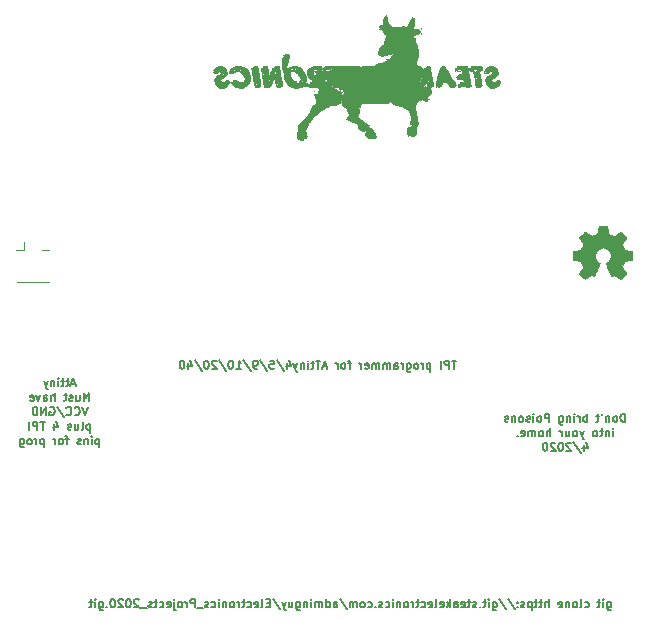
<source format=gbo>
G04 #@! TF.GenerationSoftware,KiCad,Pcbnew,5.0.2+dfsg1-1~bpo9+1*
G04 #@! TF.CreationDate,2020-04-14T03:18:22-04:00*
G04 #@! TF.ProjectId,attiny10,61747469-6e79-4313-902e-6b696361645f,0.10.a*
G04 #@! TF.SameCoordinates,Original*
G04 #@! TF.FileFunction,Legend,Bot*
G04 #@! TF.FilePolarity,Positive*
%FSLAX46Y46*%
G04 Gerber Fmt 4.6, Leading zero omitted, Abs format (unit mm)*
G04 Created by KiCad (PCBNEW 5.0.2+dfsg1-1~bpo9+1) date Tue 14 Apr 2020 03:18:22 AM EDT*
%MOMM*%
%LPD*%
G01*
G04 APERTURE LIST*
%ADD10C,0.175000*%
%ADD11C,0.002540*%
%ADD12C,0.120000*%
%ADD13C,0.010000*%
%ADD14O,1.000000X1.000000*%
%ADD15O,1.700000X1.700000*%
%ADD16C,4.300000*%
%ADD17O,1.200000X1.400000*%
%ADD18R,1.050000X2.200000*%
%ADD19R,1.000000X1.050000*%
%ADD20C,1.800000*%
%ADD21R,1.800000X1.800000*%
%ADD22R,1.300000X1.300000*%
%ADD23C,1.300000*%
%ADD24C,0.150000*%
%ADD25C,3.500000*%
%ADD26C,3.000000*%
%ADD27R,3.500000X3.500000*%
G04 APERTURE END LIST*
D10*
X36622666Y-86058666D02*
X36289333Y-86058666D01*
X36689333Y-86258666D02*
X36456000Y-85558666D01*
X36222666Y-86258666D01*
X36089333Y-85792000D02*
X35822666Y-85792000D01*
X35989333Y-85558666D02*
X35989333Y-86158666D01*
X35956000Y-86225333D01*
X35889333Y-86258666D01*
X35822666Y-86258666D01*
X35689333Y-85792000D02*
X35422666Y-85792000D01*
X35589333Y-85558666D02*
X35589333Y-86158666D01*
X35556000Y-86225333D01*
X35489333Y-86258666D01*
X35422666Y-86258666D01*
X35189333Y-86258666D02*
X35189333Y-85792000D01*
X35189333Y-85558666D02*
X35222666Y-85592000D01*
X35189333Y-85625333D01*
X35156000Y-85592000D01*
X35189333Y-85558666D01*
X35189333Y-85625333D01*
X34856000Y-85792000D02*
X34856000Y-86258666D01*
X34856000Y-85858666D02*
X34822666Y-85825333D01*
X34756000Y-85792000D01*
X34656000Y-85792000D01*
X34589333Y-85825333D01*
X34556000Y-85892000D01*
X34556000Y-86258666D01*
X34289333Y-85792000D02*
X34122666Y-86258666D01*
X33956000Y-85792000D02*
X34122666Y-86258666D01*
X34189333Y-86425333D01*
X34222666Y-86458666D01*
X34289333Y-86492000D01*
X37806000Y-87483666D02*
X37806000Y-86783666D01*
X37572666Y-87283666D01*
X37339333Y-86783666D01*
X37339333Y-87483666D01*
X36706000Y-87017000D02*
X36706000Y-87483666D01*
X37006000Y-87017000D02*
X37006000Y-87383666D01*
X36972666Y-87450333D01*
X36906000Y-87483666D01*
X36806000Y-87483666D01*
X36739333Y-87450333D01*
X36706000Y-87417000D01*
X36406000Y-87450333D02*
X36339333Y-87483666D01*
X36206000Y-87483666D01*
X36139333Y-87450333D01*
X36106000Y-87383666D01*
X36106000Y-87350333D01*
X36139333Y-87283666D01*
X36206000Y-87250333D01*
X36306000Y-87250333D01*
X36372666Y-87217000D01*
X36406000Y-87150333D01*
X36406000Y-87117000D01*
X36372666Y-87050333D01*
X36306000Y-87017000D01*
X36206000Y-87017000D01*
X36139333Y-87050333D01*
X35906000Y-87017000D02*
X35639333Y-87017000D01*
X35806000Y-86783666D02*
X35806000Y-87383666D01*
X35772666Y-87450333D01*
X35706000Y-87483666D01*
X35639333Y-87483666D01*
X34872666Y-87483666D02*
X34872666Y-86783666D01*
X34572666Y-87483666D02*
X34572666Y-87117000D01*
X34606000Y-87050333D01*
X34672666Y-87017000D01*
X34772666Y-87017000D01*
X34839333Y-87050333D01*
X34872666Y-87083666D01*
X33939333Y-87483666D02*
X33939333Y-87117000D01*
X33972666Y-87050333D01*
X34039333Y-87017000D01*
X34172666Y-87017000D01*
X34239333Y-87050333D01*
X33939333Y-87450333D02*
X34006000Y-87483666D01*
X34172666Y-87483666D01*
X34239333Y-87450333D01*
X34272666Y-87383666D01*
X34272666Y-87317000D01*
X34239333Y-87250333D01*
X34172666Y-87217000D01*
X34006000Y-87217000D01*
X33939333Y-87183666D01*
X33672666Y-87017000D02*
X33506000Y-87483666D01*
X33339333Y-87017000D01*
X32806000Y-87450333D02*
X32872666Y-87483666D01*
X33006000Y-87483666D01*
X33072666Y-87450333D01*
X33106000Y-87383666D01*
X33106000Y-87117000D01*
X33072666Y-87050333D01*
X33006000Y-87017000D01*
X32872666Y-87017000D01*
X32806000Y-87050333D01*
X32772666Y-87117000D01*
X32772666Y-87183666D01*
X33106000Y-87250333D01*
X37672666Y-88008666D02*
X37439333Y-88708666D01*
X37206000Y-88008666D01*
X36572666Y-88642000D02*
X36606000Y-88675333D01*
X36706000Y-88708666D01*
X36772666Y-88708666D01*
X36872666Y-88675333D01*
X36939333Y-88608666D01*
X36972666Y-88542000D01*
X37006000Y-88408666D01*
X37006000Y-88308666D01*
X36972666Y-88175333D01*
X36939333Y-88108666D01*
X36872666Y-88042000D01*
X36772666Y-88008666D01*
X36706000Y-88008666D01*
X36606000Y-88042000D01*
X36572666Y-88075333D01*
X35872666Y-88642000D02*
X35906000Y-88675333D01*
X36006000Y-88708666D01*
X36072666Y-88708666D01*
X36172666Y-88675333D01*
X36239333Y-88608666D01*
X36272666Y-88542000D01*
X36306000Y-88408666D01*
X36306000Y-88308666D01*
X36272666Y-88175333D01*
X36239333Y-88108666D01*
X36172666Y-88042000D01*
X36072666Y-88008666D01*
X36006000Y-88008666D01*
X35906000Y-88042000D01*
X35872666Y-88075333D01*
X35072666Y-87975333D02*
X35672666Y-88875333D01*
X34472666Y-88042000D02*
X34539333Y-88008666D01*
X34639333Y-88008666D01*
X34739333Y-88042000D01*
X34806000Y-88108666D01*
X34839333Y-88175333D01*
X34872666Y-88308666D01*
X34872666Y-88408666D01*
X34839333Y-88542000D01*
X34806000Y-88608666D01*
X34739333Y-88675333D01*
X34639333Y-88708666D01*
X34572666Y-88708666D01*
X34472666Y-88675333D01*
X34439333Y-88642000D01*
X34439333Y-88408666D01*
X34572666Y-88408666D01*
X34139333Y-88708666D02*
X34139333Y-88008666D01*
X33739333Y-88708666D01*
X33739333Y-88008666D01*
X33406000Y-88708666D02*
X33406000Y-88008666D01*
X33239333Y-88008666D01*
X33139333Y-88042000D01*
X33072666Y-88108666D01*
X33039333Y-88175333D01*
X33006000Y-88308666D01*
X33006000Y-88408666D01*
X33039333Y-88542000D01*
X33072666Y-88608666D01*
X33139333Y-88675333D01*
X33239333Y-88708666D01*
X33406000Y-88708666D01*
X37889333Y-89467000D02*
X37889333Y-90167000D01*
X37889333Y-89500333D02*
X37822666Y-89467000D01*
X37689333Y-89467000D01*
X37622666Y-89500333D01*
X37589333Y-89533666D01*
X37556000Y-89600333D01*
X37556000Y-89800333D01*
X37589333Y-89867000D01*
X37622666Y-89900333D01*
X37689333Y-89933666D01*
X37822666Y-89933666D01*
X37889333Y-89900333D01*
X37156000Y-89933666D02*
X37222666Y-89900333D01*
X37256000Y-89833666D01*
X37256000Y-89233666D01*
X36589333Y-89467000D02*
X36589333Y-89933666D01*
X36889333Y-89467000D02*
X36889333Y-89833666D01*
X36856000Y-89900333D01*
X36789333Y-89933666D01*
X36689333Y-89933666D01*
X36622666Y-89900333D01*
X36589333Y-89867000D01*
X36289333Y-89900333D02*
X36222666Y-89933666D01*
X36089333Y-89933666D01*
X36022666Y-89900333D01*
X35989333Y-89833666D01*
X35989333Y-89800333D01*
X36022666Y-89733666D01*
X36089333Y-89700333D01*
X36189333Y-89700333D01*
X36256000Y-89667000D01*
X36289333Y-89600333D01*
X36289333Y-89567000D01*
X36256000Y-89500333D01*
X36189333Y-89467000D01*
X36089333Y-89467000D01*
X36022666Y-89500333D01*
X34856000Y-89467000D02*
X34856000Y-89933666D01*
X35022666Y-89200333D02*
X35189333Y-89700333D01*
X34756000Y-89700333D01*
X34056000Y-89233666D02*
X33656000Y-89233666D01*
X33856000Y-89933666D02*
X33856000Y-89233666D01*
X33422666Y-89933666D02*
X33422666Y-89233666D01*
X33156000Y-89233666D01*
X33089333Y-89267000D01*
X33056000Y-89300333D01*
X33022666Y-89367000D01*
X33022666Y-89467000D01*
X33056000Y-89533666D01*
X33089333Y-89567000D01*
X33156000Y-89600333D01*
X33422666Y-89600333D01*
X32722666Y-89933666D02*
X32722666Y-89233666D01*
X38656000Y-90692000D02*
X38656000Y-91392000D01*
X38656000Y-90725333D02*
X38589333Y-90692000D01*
X38456000Y-90692000D01*
X38389333Y-90725333D01*
X38356000Y-90758666D01*
X38322666Y-90825333D01*
X38322666Y-91025333D01*
X38356000Y-91092000D01*
X38389333Y-91125333D01*
X38456000Y-91158666D01*
X38589333Y-91158666D01*
X38656000Y-91125333D01*
X38022666Y-91158666D02*
X38022666Y-90692000D01*
X38022666Y-90458666D02*
X38056000Y-90492000D01*
X38022666Y-90525333D01*
X37989333Y-90492000D01*
X38022666Y-90458666D01*
X38022666Y-90525333D01*
X37689333Y-90692000D02*
X37689333Y-91158666D01*
X37689333Y-90758666D02*
X37656000Y-90725333D01*
X37589333Y-90692000D01*
X37489333Y-90692000D01*
X37422666Y-90725333D01*
X37389333Y-90792000D01*
X37389333Y-91158666D01*
X37089333Y-91125333D02*
X37022666Y-91158666D01*
X36889333Y-91158666D01*
X36822666Y-91125333D01*
X36789333Y-91058666D01*
X36789333Y-91025333D01*
X36822666Y-90958666D01*
X36889333Y-90925333D01*
X36989333Y-90925333D01*
X37056000Y-90892000D01*
X37089333Y-90825333D01*
X37089333Y-90792000D01*
X37056000Y-90725333D01*
X36989333Y-90692000D01*
X36889333Y-90692000D01*
X36822666Y-90725333D01*
X36056000Y-90692000D02*
X35789333Y-90692000D01*
X35956000Y-91158666D02*
X35956000Y-90558666D01*
X35922666Y-90492000D01*
X35856000Y-90458666D01*
X35789333Y-90458666D01*
X35456000Y-91158666D02*
X35522666Y-91125333D01*
X35556000Y-91092000D01*
X35589333Y-91025333D01*
X35589333Y-90825333D01*
X35556000Y-90758666D01*
X35522666Y-90725333D01*
X35456000Y-90692000D01*
X35356000Y-90692000D01*
X35289333Y-90725333D01*
X35256000Y-90758666D01*
X35222666Y-90825333D01*
X35222666Y-91025333D01*
X35256000Y-91092000D01*
X35289333Y-91125333D01*
X35356000Y-91158666D01*
X35456000Y-91158666D01*
X34922666Y-91158666D02*
X34922666Y-90692000D01*
X34922666Y-90825333D02*
X34889333Y-90758666D01*
X34856000Y-90725333D01*
X34789333Y-90692000D01*
X34722666Y-90692000D01*
X33956000Y-90692000D02*
X33956000Y-91392000D01*
X33956000Y-90725333D02*
X33889333Y-90692000D01*
X33756000Y-90692000D01*
X33689333Y-90725333D01*
X33656000Y-90758666D01*
X33622666Y-90825333D01*
X33622666Y-91025333D01*
X33656000Y-91092000D01*
X33689333Y-91125333D01*
X33756000Y-91158666D01*
X33889333Y-91158666D01*
X33956000Y-91125333D01*
X33322666Y-91158666D02*
X33322666Y-90692000D01*
X33322666Y-90825333D02*
X33289333Y-90758666D01*
X33256000Y-90725333D01*
X33189333Y-90692000D01*
X33122666Y-90692000D01*
X32789333Y-91158666D02*
X32856000Y-91125333D01*
X32889333Y-91092000D01*
X32922666Y-91025333D01*
X32922666Y-90825333D01*
X32889333Y-90758666D01*
X32856000Y-90725333D01*
X32789333Y-90692000D01*
X32689333Y-90692000D01*
X32622666Y-90725333D01*
X32589333Y-90758666D01*
X32556000Y-90825333D01*
X32556000Y-91025333D01*
X32589333Y-91092000D01*
X32622666Y-91125333D01*
X32689333Y-91158666D01*
X32789333Y-91158666D01*
X31956000Y-90692000D02*
X31956000Y-91258666D01*
X31989333Y-91325333D01*
X32022666Y-91358666D01*
X32089333Y-91392000D01*
X32189333Y-91392000D01*
X32256000Y-91358666D01*
X31956000Y-91125333D02*
X32022666Y-91158666D01*
X32156000Y-91158666D01*
X32222666Y-91125333D01*
X32256000Y-91092000D01*
X32289333Y-91025333D01*
X32289333Y-90825333D01*
X32256000Y-90758666D01*
X32222666Y-90725333D01*
X32156000Y-90692000D01*
X32022666Y-90692000D01*
X31956000Y-90725333D01*
X81660666Y-104498000D02*
X81660666Y-105064666D01*
X81693999Y-105131333D01*
X81727333Y-105164666D01*
X81793999Y-105198000D01*
X81893999Y-105198000D01*
X81960666Y-105164666D01*
X81660666Y-104931333D02*
X81727333Y-104964666D01*
X81860666Y-104964666D01*
X81927333Y-104931333D01*
X81960666Y-104898000D01*
X81993999Y-104831333D01*
X81993999Y-104631333D01*
X81960666Y-104564666D01*
X81927333Y-104531333D01*
X81860666Y-104498000D01*
X81727333Y-104498000D01*
X81660666Y-104531333D01*
X81327333Y-104964666D02*
X81327333Y-104498000D01*
X81327333Y-104264666D02*
X81360666Y-104298000D01*
X81327333Y-104331333D01*
X81293999Y-104298000D01*
X81327333Y-104264666D01*
X81327333Y-104331333D01*
X81093999Y-104498000D02*
X80827333Y-104498000D01*
X80993999Y-104264666D02*
X80993999Y-104864666D01*
X80960666Y-104931333D01*
X80893999Y-104964666D01*
X80827333Y-104964666D01*
X79760666Y-104931333D02*
X79827333Y-104964666D01*
X79960666Y-104964666D01*
X80027333Y-104931333D01*
X80060666Y-104898000D01*
X80093999Y-104831333D01*
X80093999Y-104631333D01*
X80060666Y-104564666D01*
X80027333Y-104531333D01*
X79960666Y-104498000D01*
X79827333Y-104498000D01*
X79760666Y-104531333D01*
X79360666Y-104964666D02*
X79427333Y-104931333D01*
X79460666Y-104864666D01*
X79460666Y-104264666D01*
X78993999Y-104964666D02*
X79060666Y-104931333D01*
X79093999Y-104898000D01*
X79127333Y-104831333D01*
X79127333Y-104631333D01*
X79093999Y-104564666D01*
X79060666Y-104531333D01*
X78993999Y-104498000D01*
X78893999Y-104498000D01*
X78827333Y-104531333D01*
X78793999Y-104564666D01*
X78760666Y-104631333D01*
X78760666Y-104831333D01*
X78793999Y-104898000D01*
X78827333Y-104931333D01*
X78893999Y-104964666D01*
X78993999Y-104964666D01*
X78460666Y-104498000D02*
X78460666Y-104964666D01*
X78460666Y-104564666D02*
X78427333Y-104531333D01*
X78360666Y-104498000D01*
X78260666Y-104498000D01*
X78193999Y-104531333D01*
X78160666Y-104598000D01*
X78160666Y-104964666D01*
X77560666Y-104931333D02*
X77627333Y-104964666D01*
X77760666Y-104964666D01*
X77827333Y-104931333D01*
X77860666Y-104864666D01*
X77860666Y-104598000D01*
X77827333Y-104531333D01*
X77760666Y-104498000D01*
X77627333Y-104498000D01*
X77560666Y-104531333D01*
X77527333Y-104598000D01*
X77527333Y-104664666D01*
X77860666Y-104731333D01*
X76693999Y-104964666D02*
X76693999Y-104264666D01*
X76393999Y-104964666D02*
X76393999Y-104598000D01*
X76427333Y-104531333D01*
X76493999Y-104498000D01*
X76593999Y-104498000D01*
X76660666Y-104531333D01*
X76693999Y-104564666D01*
X76160666Y-104498000D02*
X75893999Y-104498000D01*
X76060666Y-104264666D02*
X76060666Y-104864666D01*
X76027333Y-104931333D01*
X75960666Y-104964666D01*
X75893999Y-104964666D01*
X75760666Y-104498000D02*
X75493999Y-104498000D01*
X75660666Y-104264666D02*
X75660666Y-104864666D01*
X75627333Y-104931333D01*
X75560666Y-104964666D01*
X75493999Y-104964666D01*
X75260666Y-104498000D02*
X75260666Y-105198000D01*
X75260666Y-104531333D02*
X75193999Y-104498000D01*
X75060666Y-104498000D01*
X74993999Y-104531333D01*
X74960666Y-104564666D01*
X74927333Y-104631333D01*
X74927333Y-104831333D01*
X74960666Y-104898000D01*
X74993999Y-104931333D01*
X75060666Y-104964666D01*
X75193999Y-104964666D01*
X75260666Y-104931333D01*
X74660666Y-104931333D02*
X74593999Y-104964666D01*
X74460666Y-104964666D01*
X74393999Y-104931333D01*
X74360666Y-104864666D01*
X74360666Y-104831333D01*
X74393999Y-104764666D01*
X74460666Y-104731333D01*
X74560666Y-104731333D01*
X74627333Y-104698000D01*
X74660666Y-104631333D01*
X74660666Y-104598000D01*
X74627333Y-104531333D01*
X74560666Y-104498000D01*
X74460666Y-104498000D01*
X74393999Y-104531333D01*
X74060666Y-104898000D02*
X74027333Y-104931333D01*
X74060666Y-104964666D01*
X74093999Y-104931333D01*
X74060666Y-104898000D01*
X74060666Y-104964666D01*
X74060666Y-104531333D02*
X74027333Y-104564666D01*
X74060666Y-104598000D01*
X74093999Y-104564666D01*
X74060666Y-104531333D01*
X74060666Y-104598000D01*
X73227333Y-104231333D02*
X73827333Y-105131333D01*
X72493999Y-104231333D02*
X73093999Y-105131333D01*
X71960666Y-104498000D02*
X71960666Y-105064666D01*
X71993999Y-105131333D01*
X72027333Y-105164666D01*
X72093999Y-105198000D01*
X72193999Y-105198000D01*
X72260666Y-105164666D01*
X71960666Y-104931333D02*
X72027333Y-104964666D01*
X72160666Y-104964666D01*
X72227333Y-104931333D01*
X72260666Y-104898000D01*
X72293999Y-104831333D01*
X72293999Y-104631333D01*
X72260666Y-104564666D01*
X72227333Y-104531333D01*
X72160666Y-104498000D01*
X72027333Y-104498000D01*
X71960666Y-104531333D01*
X71627333Y-104964666D02*
X71627333Y-104498000D01*
X71627333Y-104264666D02*
X71660666Y-104298000D01*
X71627333Y-104331333D01*
X71593999Y-104298000D01*
X71627333Y-104264666D01*
X71627333Y-104331333D01*
X71393999Y-104498000D02*
X71127333Y-104498000D01*
X71293999Y-104264666D02*
X71293999Y-104864666D01*
X71260666Y-104931333D01*
X71193999Y-104964666D01*
X71127333Y-104964666D01*
X70893999Y-104898000D02*
X70860666Y-104931333D01*
X70893999Y-104964666D01*
X70927333Y-104931333D01*
X70893999Y-104898000D01*
X70893999Y-104964666D01*
X70593999Y-104931333D02*
X70527333Y-104964666D01*
X70393999Y-104964666D01*
X70327333Y-104931333D01*
X70293999Y-104864666D01*
X70293999Y-104831333D01*
X70327333Y-104764666D01*
X70393999Y-104731333D01*
X70493999Y-104731333D01*
X70560666Y-104698000D01*
X70593999Y-104631333D01*
X70593999Y-104598000D01*
X70560666Y-104531333D01*
X70493999Y-104498000D01*
X70393999Y-104498000D01*
X70327333Y-104531333D01*
X70093999Y-104498000D02*
X69827333Y-104498000D01*
X69993999Y-104264666D02*
X69993999Y-104864666D01*
X69960666Y-104931333D01*
X69893999Y-104964666D01*
X69827333Y-104964666D01*
X69327333Y-104931333D02*
X69393999Y-104964666D01*
X69527333Y-104964666D01*
X69593999Y-104931333D01*
X69627333Y-104864666D01*
X69627333Y-104598000D01*
X69593999Y-104531333D01*
X69527333Y-104498000D01*
X69393999Y-104498000D01*
X69327333Y-104531333D01*
X69293999Y-104598000D01*
X69293999Y-104664666D01*
X69627333Y-104731333D01*
X68693999Y-104964666D02*
X68693999Y-104598000D01*
X68727333Y-104531333D01*
X68793999Y-104498000D01*
X68927333Y-104498000D01*
X68993999Y-104531333D01*
X68693999Y-104931333D02*
X68760666Y-104964666D01*
X68927333Y-104964666D01*
X68993999Y-104931333D01*
X69027333Y-104864666D01*
X69027333Y-104798000D01*
X68993999Y-104731333D01*
X68927333Y-104698000D01*
X68760666Y-104698000D01*
X68693999Y-104664666D01*
X68360666Y-104964666D02*
X68360666Y-104264666D01*
X68293999Y-104698000D02*
X68093999Y-104964666D01*
X68093999Y-104498000D02*
X68360666Y-104764666D01*
X67527333Y-104931333D02*
X67593999Y-104964666D01*
X67727333Y-104964666D01*
X67793999Y-104931333D01*
X67827333Y-104864666D01*
X67827333Y-104598000D01*
X67793999Y-104531333D01*
X67727333Y-104498000D01*
X67593999Y-104498000D01*
X67527333Y-104531333D01*
X67493999Y-104598000D01*
X67493999Y-104664666D01*
X67827333Y-104731333D01*
X67093999Y-104964666D02*
X67160666Y-104931333D01*
X67193999Y-104864666D01*
X67193999Y-104264666D01*
X66560666Y-104931333D02*
X66627333Y-104964666D01*
X66760666Y-104964666D01*
X66827333Y-104931333D01*
X66860666Y-104864666D01*
X66860666Y-104598000D01*
X66827333Y-104531333D01*
X66760666Y-104498000D01*
X66627333Y-104498000D01*
X66560666Y-104531333D01*
X66527333Y-104598000D01*
X66527333Y-104664666D01*
X66860666Y-104731333D01*
X65927333Y-104931333D02*
X65993999Y-104964666D01*
X66127333Y-104964666D01*
X66193999Y-104931333D01*
X66227333Y-104898000D01*
X66260666Y-104831333D01*
X66260666Y-104631333D01*
X66227333Y-104564666D01*
X66193999Y-104531333D01*
X66127333Y-104498000D01*
X65993999Y-104498000D01*
X65927333Y-104531333D01*
X65727333Y-104498000D02*
X65460666Y-104498000D01*
X65627333Y-104264666D02*
X65627333Y-104864666D01*
X65593999Y-104931333D01*
X65527333Y-104964666D01*
X65460666Y-104964666D01*
X65227333Y-104964666D02*
X65227333Y-104498000D01*
X65227333Y-104631333D02*
X65193999Y-104564666D01*
X65160666Y-104531333D01*
X65093999Y-104498000D01*
X65027333Y-104498000D01*
X64693999Y-104964666D02*
X64760666Y-104931333D01*
X64793999Y-104898000D01*
X64827333Y-104831333D01*
X64827333Y-104631333D01*
X64793999Y-104564666D01*
X64760666Y-104531333D01*
X64693999Y-104498000D01*
X64593999Y-104498000D01*
X64527333Y-104531333D01*
X64493999Y-104564666D01*
X64460666Y-104631333D01*
X64460666Y-104831333D01*
X64493999Y-104898000D01*
X64527333Y-104931333D01*
X64593999Y-104964666D01*
X64693999Y-104964666D01*
X64160666Y-104498000D02*
X64160666Y-104964666D01*
X64160666Y-104564666D02*
X64127333Y-104531333D01*
X64060666Y-104498000D01*
X63960666Y-104498000D01*
X63893999Y-104531333D01*
X63860666Y-104598000D01*
X63860666Y-104964666D01*
X63527333Y-104964666D02*
X63527333Y-104498000D01*
X63527333Y-104264666D02*
X63560666Y-104298000D01*
X63527333Y-104331333D01*
X63493999Y-104298000D01*
X63527333Y-104264666D01*
X63527333Y-104331333D01*
X62893999Y-104931333D02*
X62960666Y-104964666D01*
X63093999Y-104964666D01*
X63160666Y-104931333D01*
X63193999Y-104898000D01*
X63227333Y-104831333D01*
X63227333Y-104631333D01*
X63193999Y-104564666D01*
X63160666Y-104531333D01*
X63093999Y-104498000D01*
X62960666Y-104498000D01*
X62893999Y-104531333D01*
X62627333Y-104931333D02*
X62560666Y-104964666D01*
X62427333Y-104964666D01*
X62360666Y-104931333D01*
X62327333Y-104864666D01*
X62327333Y-104831333D01*
X62360666Y-104764666D01*
X62427333Y-104731333D01*
X62527333Y-104731333D01*
X62593999Y-104698000D01*
X62627333Y-104631333D01*
X62627333Y-104598000D01*
X62593999Y-104531333D01*
X62527333Y-104498000D01*
X62427333Y-104498000D01*
X62360666Y-104531333D01*
X62027333Y-104898000D02*
X61993999Y-104931333D01*
X62027333Y-104964666D01*
X62060666Y-104931333D01*
X62027333Y-104898000D01*
X62027333Y-104964666D01*
X61393999Y-104931333D02*
X61460666Y-104964666D01*
X61593999Y-104964666D01*
X61660666Y-104931333D01*
X61693999Y-104898000D01*
X61727333Y-104831333D01*
X61727333Y-104631333D01*
X61693999Y-104564666D01*
X61660666Y-104531333D01*
X61593999Y-104498000D01*
X61460666Y-104498000D01*
X61393999Y-104531333D01*
X60993999Y-104964666D02*
X61060666Y-104931333D01*
X61093999Y-104898000D01*
X61127333Y-104831333D01*
X61127333Y-104631333D01*
X61093999Y-104564666D01*
X61060666Y-104531333D01*
X60993999Y-104498000D01*
X60893999Y-104498000D01*
X60827333Y-104531333D01*
X60793999Y-104564666D01*
X60760666Y-104631333D01*
X60760666Y-104831333D01*
X60793999Y-104898000D01*
X60827333Y-104931333D01*
X60893999Y-104964666D01*
X60993999Y-104964666D01*
X60460666Y-104964666D02*
X60460666Y-104498000D01*
X60460666Y-104564666D02*
X60427333Y-104531333D01*
X60360666Y-104498000D01*
X60260666Y-104498000D01*
X60193999Y-104531333D01*
X60160666Y-104598000D01*
X60160666Y-104964666D01*
X60160666Y-104598000D02*
X60127333Y-104531333D01*
X60060666Y-104498000D01*
X59960666Y-104498000D01*
X59893999Y-104531333D01*
X59860666Y-104598000D01*
X59860666Y-104964666D01*
X59027333Y-104231333D02*
X59627333Y-105131333D01*
X58493999Y-104964666D02*
X58493999Y-104598000D01*
X58527333Y-104531333D01*
X58593999Y-104498000D01*
X58727333Y-104498000D01*
X58793999Y-104531333D01*
X58493999Y-104931333D02*
X58560666Y-104964666D01*
X58727333Y-104964666D01*
X58793999Y-104931333D01*
X58827333Y-104864666D01*
X58827333Y-104798000D01*
X58793999Y-104731333D01*
X58727333Y-104698000D01*
X58560666Y-104698000D01*
X58493999Y-104664666D01*
X57860666Y-104964666D02*
X57860666Y-104264666D01*
X57860666Y-104931333D02*
X57927333Y-104964666D01*
X58060666Y-104964666D01*
X58127333Y-104931333D01*
X58160666Y-104898000D01*
X58193999Y-104831333D01*
X58193999Y-104631333D01*
X58160666Y-104564666D01*
X58127333Y-104531333D01*
X58060666Y-104498000D01*
X57927333Y-104498000D01*
X57860666Y-104531333D01*
X57527333Y-104964666D02*
X57527333Y-104498000D01*
X57527333Y-104564666D02*
X57493999Y-104531333D01*
X57427333Y-104498000D01*
X57327333Y-104498000D01*
X57260666Y-104531333D01*
X57227333Y-104598000D01*
X57227333Y-104964666D01*
X57227333Y-104598000D02*
X57193999Y-104531333D01*
X57127333Y-104498000D01*
X57027333Y-104498000D01*
X56960666Y-104531333D01*
X56927333Y-104598000D01*
X56927333Y-104964666D01*
X56593999Y-104964666D02*
X56593999Y-104498000D01*
X56593999Y-104264666D02*
X56627333Y-104298000D01*
X56593999Y-104331333D01*
X56560666Y-104298000D01*
X56593999Y-104264666D01*
X56593999Y-104331333D01*
X56260666Y-104498000D02*
X56260666Y-104964666D01*
X56260666Y-104564666D02*
X56227333Y-104531333D01*
X56160666Y-104498000D01*
X56060666Y-104498000D01*
X55993999Y-104531333D01*
X55960666Y-104598000D01*
X55960666Y-104964666D01*
X55327333Y-104498000D02*
X55327333Y-105064666D01*
X55360666Y-105131333D01*
X55393999Y-105164666D01*
X55460666Y-105198000D01*
X55560666Y-105198000D01*
X55627333Y-105164666D01*
X55327333Y-104931333D02*
X55393999Y-104964666D01*
X55527333Y-104964666D01*
X55593999Y-104931333D01*
X55627333Y-104898000D01*
X55660666Y-104831333D01*
X55660666Y-104631333D01*
X55627333Y-104564666D01*
X55593999Y-104531333D01*
X55527333Y-104498000D01*
X55393999Y-104498000D01*
X55327333Y-104531333D01*
X54693999Y-104498000D02*
X54693999Y-104964666D01*
X54993999Y-104498000D02*
X54993999Y-104864666D01*
X54960666Y-104931333D01*
X54893999Y-104964666D01*
X54793999Y-104964666D01*
X54727333Y-104931333D01*
X54693999Y-104898000D01*
X54427333Y-104498000D02*
X54260666Y-104964666D01*
X54093999Y-104498000D02*
X54260666Y-104964666D01*
X54327333Y-105131333D01*
X54360666Y-105164666D01*
X54427333Y-105198000D01*
X53327333Y-104231333D02*
X53927333Y-105131333D01*
X53093999Y-104598000D02*
X52860666Y-104598000D01*
X52760666Y-104964666D02*
X53093999Y-104964666D01*
X53093999Y-104264666D01*
X52760666Y-104264666D01*
X52360666Y-104964666D02*
X52427333Y-104931333D01*
X52460666Y-104864666D01*
X52460666Y-104264666D01*
X51827333Y-104931333D02*
X51893999Y-104964666D01*
X52027333Y-104964666D01*
X52093999Y-104931333D01*
X52127333Y-104864666D01*
X52127333Y-104598000D01*
X52093999Y-104531333D01*
X52027333Y-104498000D01*
X51893999Y-104498000D01*
X51827333Y-104531333D01*
X51793999Y-104598000D01*
X51793999Y-104664666D01*
X52127333Y-104731333D01*
X51193999Y-104931333D02*
X51260666Y-104964666D01*
X51393999Y-104964666D01*
X51460666Y-104931333D01*
X51493999Y-104898000D01*
X51527333Y-104831333D01*
X51527333Y-104631333D01*
X51493999Y-104564666D01*
X51460666Y-104531333D01*
X51393999Y-104498000D01*
X51260666Y-104498000D01*
X51193999Y-104531333D01*
X50993999Y-104498000D02*
X50727333Y-104498000D01*
X50893999Y-104264666D02*
X50893999Y-104864666D01*
X50860666Y-104931333D01*
X50793999Y-104964666D01*
X50727333Y-104964666D01*
X50493999Y-104964666D02*
X50493999Y-104498000D01*
X50493999Y-104631333D02*
X50460666Y-104564666D01*
X50427333Y-104531333D01*
X50360666Y-104498000D01*
X50293999Y-104498000D01*
X49960666Y-104964666D02*
X50027333Y-104931333D01*
X50060666Y-104898000D01*
X50093999Y-104831333D01*
X50093999Y-104631333D01*
X50060666Y-104564666D01*
X50027333Y-104531333D01*
X49960666Y-104498000D01*
X49860666Y-104498000D01*
X49793999Y-104531333D01*
X49760666Y-104564666D01*
X49727333Y-104631333D01*
X49727333Y-104831333D01*
X49760666Y-104898000D01*
X49793999Y-104931333D01*
X49860666Y-104964666D01*
X49960666Y-104964666D01*
X49427333Y-104498000D02*
X49427333Y-104964666D01*
X49427333Y-104564666D02*
X49393999Y-104531333D01*
X49327333Y-104498000D01*
X49227333Y-104498000D01*
X49160666Y-104531333D01*
X49127333Y-104598000D01*
X49127333Y-104964666D01*
X48793999Y-104964666D02*
X48793999Y-104498000D01*
X48793999Y-104264666D02*
X48827333Y-104298000D01*
X48793999Y-104331333D01*
X48760666Y-104298000D01*
X48793999Y-104264666D01*
X48793999Y-104331333D01*
X48160666Y-104931333D02*
X48227333Y-104964666D01*
X48360666Y-104964666D01*
X48427333Y-104931333D01*
X48460666Y-104898000D01*
X48493999Y-104831333D01*
X48493999Y-104631333D01*
X48460666Y-104564666D01*
X48427333Y-104531333D01*
X48360666Y-104498000D01*
X48227333Y-104498000D01*
X48160666Y-104531333D01*
X47893999Y-104931333D02*
X47827333Y-104964666D01*
X47693999Y-104964666D01*
X47627333Y-104931333D01*
X47593999Y-104864666D01*
X47593999Y-104831333D01*
X47627333Y-104764666D01*
X47693999Y-104731333D01*
X47793999Y-104731333D01*
X47860666Y-104698000D01*
X47893999Y-104631333D01*
X47893999Y-104598000D01*
X47860666Y-104531333D01*
X47793999Y-104498000D01*
X47693999Y-104498000D01*
X47627333Y-104531333D01*
X47460666Y-105031333D02*
X46927333Y-105031333D01*
X46760666Y-104964666D02*
X46760666Y-104264666D01*
X46493999Y-104264666D01*
X46427333Y-104298000D01*
X46393999Y-104331333D01*
X46360666Y-104398000D01*
X46360666Y-104498000D01*
X46393999Y-104564666D01*
X46427333Y-104598000D01*
X46493999Y-104631333D01*
X46760666Y-104631333D01*
X46060666Y-104964666D02*
X46060666Y-104498000D01*
X46060666Y-104631333D02*
X46027333Y-104564666D01*
X45993999Y-104531333D01*
X45927333Y-104498000D01*
X45860666Y-104498000D01*
X45527333Y-104964666D02*
X45593999Y-104931333D01*
X45627333Y-104898000D01*
X45660666Y-104831333D01*
X45660666Y-104631333D01*
X45627333Y-104564666D01*
X45593999Y-104531333D01*
X45527333Y-104498000D01*
X45427333Y-104498000D01*
X45360666Y-104531333D01*
X45327333Y-104564666D01*
X45293999Y-104631333D01*
X45293999Y-104831333D01*
X45327333Y-104898000D01*
X45360666Y-104931333D01*
X45427333Y-104964666D01*
X45527333Y-104964666D01*
X44993999Y-104498000D02*
X44993999Y-105098000D01*
X45027333Y-105164666D01*
X45093999Y-105198000D01*
X45127333Y-105198000D01*
X44993999Y-104264666D02*
X45027333Y-104298000D01*
X44993999Y-104331333D01*
X44960666Y-104298000D01*
X44993999Y-104264666D01*
X44993999Y-104331333D01*
X44393999Y-104931333D02*
X44460666Y-104964666D01*
X44593999Y-104964666D01*
X44660666Y-104931333D01*
X44693999Y-104864666D01*
X44693999Y-104598000D01*
X44660666Y-104531333D01*
X44593999Y-104498000D01*
X44460666Y-104498000D01*
X44393999Y-104531333D01*
X44360666Y-104598000D01*
X44360666Y-104664666D01*
X44693999Y-104731333D01*
X43760666Y-104931333D02*
X43827333Y-104964666D01*
X43960666Y-104964666D01*
X44027333Y-104931333D01*
X44060666Y-104898000D01*
X44093999Y-104831333D01*
X44093999Y-104631333D01*
X44060666Y-104564666D01*
X44027333Y-104531333D01*
X43960666Y-104498000D01*
X43827333Y-104498000D01*
X43760666Y-104531333D01*
X43560666Y-104498000D02*
X43293999Y-104498000D01*
X43460666Y-104264666D02*
X43460666Y-104864666D01*
X43427333Y-104931333D01*
X43360666Y-104964666D01*
X43293999Y-104964666D01*
X43093999Y-104931333D02*
X43027333Y-104964666D01*
X42893999Y-104964666D01*
X42827333Y-104931333D01*
X42793999Y-104864666D01*
X42793999Y-104831333D01*
X42827333Y-104764666D01*
X42893999Y-104731333D01*
X42993999Y-104731333D01*
X43060666Y-104698000D01*
X43093999Y-104631333D01*
X43093999Y-104598000D01*
X43060666Y-104531333D01*
X42993999Y-104498000D01*
X42893999Y-104498000D01*
X42827333Y-104531333D01*
X42660666Y-105031333D02*
X42127333Y-105031333D01*
X41993999Y-104331333D02*
X41960666Y-104298000D01*
X41893999Y-104264666D01*
X41727333Y-104264666D01*
X41660666Y-104298000D01*
X41627333Y-104331333D01*
X41593999Y-104398000D01*
X41593999Y-104464666D01*
X41627333Y-104564666D01*
X42027333Y-104964666D01*
X41593999Y-104964666D01*
X41160666Y-104264666D02*
X41093999Y-104264666D01*
X41027333Y-104298000D01*
X40993999Y-104331333D01*
X40960666Y-104398000D01*
X40927333Y-104531333D01*
X40927333Y-104698000D01*
X40960666Y-104831333D01*
X40993999Y-104898000D01*
X41027333Y-104931333D01*
X41093999Y-104964666D01*
X41160666Y-104964666D01*
X41227333Y-104931333D01*
X41260666Y-104898000D01*
X41293999Y-104831333D01*
X41327333Y-104698000D01*
X41327333Y-104531333D01*
X41293999Y-104398000D01*
X41260666Y-104331333D01*
X41227333Y-104298000D01*
X41160666Y-104264666D01*
X40660666Y-104331333D02*
X40627333Y-104298000D01*
X40560666Y-104264666D01*
X40393999Y-104264666D01*
X40327333Y-104298000D01*
X40293999Y-104331333D01*
X40260666Y-104398000D01*
X40260666Y-104464666D01*
X40293999Y-104564666D01*
X40693999Y-104964666D01*
X40260666Y-104964666D01*
X39827333Y-104264666D02*
X39760666Y-104264666D01*
X39693999Y-104298000D01*
X39660666Y-104331333D01*
X39627333Y-104398000D01*
X39593999Y-104531333D01*
X39593999Y-104698000D01*
X39627333Y-104831333D01*
X39660666Y-104898000D01*
X39693999Y-104931333D01*
X39760666Y-104964666D01*
X39827333Y-104964666D01*
X39893999Y-104931333D01*
X39927333Y-104898000D01*
X39960666Y-104831333D01*
X39993999Y-104698000D01*
X39993999Y-104531333D01*
X39960666Y-104398000D01*
X39927333Y-104331333D01*
X39893999Y-104298000D01*
X39827333Y-104264666D01*
X39293999Y-104898000D02*
X39260666Y-104931333D01*
X39293999Y-104964666D01*
X39327333Y-104931333D01*
X39293999Y-104898000D01*
X39293999Y-104964666D01*
X38660666Y-104498000D02*
X38660666Y-105064666D01*
X38693999Y-105131333D01*
X38727333Y-105164666D01*
X38793999Y-105198000D01*
X38893999Y-105198000D01*
X38960666Y-105164666D01*
X38660666Y-104931333D02*
X38727333Y-104964666D01*
X38860666Y-104964666D01*
X38927333Y-104931333D01*
X38960666Y-104898000D01*
X38993999Y-104831333D01*
X38993999Y-104631333D01*
X38960666Y-104564666D01*
X38927333Y-104531333D01*
X38860666Y-104498000D01*
X38727333Y-104498000D01*
X38660666Y-104531333D01*
X38327333Y-104964666D02*
X38327333Y-104498000D01*
X38327333Y-104264666D02*
X38360666Y-104298000D01*
X38327333Y-104331333D01*
X38293999Y-104298000D01*
X38327333Y-104264666D01*
X38327333Y-104331333D01*
X38093999Y-104498000D02*
X37827333Y-104498000D01*
X37993999Y-104264666D02*
X37993999Y-104864666D01*
X37960666Y-104931333D01*
X37893999Y-104964666D01*
X37827333Y-104964666D01*
X83188333Y-89261666D02*
X83188333Y-88561666D01*
X83021666Y-88561666D01*
X82921666Y-88595000D01*
X82855000Y-88661666D01*
X82821666Y-88728333D01*
X82788333Y-88861666D01*
X82788333Y-88961666D01*
X82821666Y-89095000D01*
X82855000Y-89161666D01*
X82921666Y-89228333D01*
X83021666Y-89261666D01*
X83188333Y-89261666D01*
X82388333Y-89261666D02*
X82455000Y-89228333D01*
X82488333Y-89195000D01*
X82521666Y-89128333D01*
X82521666Y-88928333D01*
X82488333Y-88861666D01*
X82455000Y-88828333D01*
X82388333Y-88795000D01*
X82288333Y-88795000D01*
X82221666Y-88828333D01*
X82188333Y-88861666D01*
X82155000Y-88928333D01*
X82155000Y-89128333D01*
X82188333Y-89195000D01*
X82221666Y-89228333D01*
X82288333Y-89261666D01*
X82388333Y-89261666D01*
X81855000Y-88795000D02*
X81855000Y-89261666D01*
X81855000Y-88861666D02*
X81821666Y-88828333D01*
X81755000Y-88795000D01*
X81655000Y-88795000D01*
X81588333Y-88828333D01*
X81555000Y-88895000D01*
X81555000Y-89261666D01*
X81188333Y-88561666D02*
X81255000Y-88695000D01*
X80988333Y-88795000D02*
X80721666Y-88795000D01*
X80888333Y-88561666D02*
X80888333Y-89161666D01*
X80855000Y-89228333D01*
X80788333Y-89261666D01*
X80721666Y-89261666D01*
X79955000Y-89261666D02*
X79955000Y-88561666D01*
X79955000Y-88828333D02*
X79888333Y-88795000D01*
X79755000Y-88795000D01*
X79688333Y-88828333D01*
X79655000Y-88861666D01*
X79621666Y-88928333D01*
X79621666Y-89128333D01*
X79655000Y-89195000D01*
X79688333Y-89228333D01*
X79755000Y-89261666D01*
X79888333Y-89261666D01*
X79955000Y-89228333D01*
X79321666Y-89261666D02*
X79321666Y-88795000D01*
X79321666Y-88928333D02*
X79288333Y-88861666D01*
X79255000Y-88828333D01*
X79188333Y-88795000D01*
X79121666Y-88795000D01*
X78888333Y-89261666D02*
X78888333Y-88795000D01*
X78888333Y-88561666D02*
X78921666Y-88595000D01*
X78888333Y-88628333D01*
X78855000Y-88595000D01*
X78888333Y-88561666D01*
X78888333Y-88628333D01*
X78555000Y-88795000D02*
X78555000Y-89261666D01*
X78555000Y-88861666D02*
X78521666Y-88828333D01*
X78455000Y-88795000D01*
X78355000Y-88795000D01*
X78288333Y-88828333D01*
X78255000Y-88895000D01*
X78255000Y-89261666D01*
X77621666Y-88795000D02*
X77621666Y-89361666D01*
X77655000Y-89428333D01*
X77688333Y-89461666D01*
X77755000Y-89495000D01*
X77855000Y-89495000D01*
X77921666Y-89461666D01*
X77621666Y-89228333D02*
X77688333Y-89261666D01*
X77821666Y-89261666D01*
X77888333Y-89228333D01*
X77921666Y-89195000D01*
X77955000Y-89128333D01*
X77955000Y-88928333D01*
X77921666Y-88861666D01*
X77888333Y-88828333D01*
X77821666Y-88795000D01*
X77688333Y-88795000D01*
X77621666Y-88828333D01*
X76755000Y-89261666D02*
X76755000Y-88561666D01*
X76488333Y-88561666D01*
X76421666Y-88595000D01*
X76388333Y-88628333D01*
X76355000Y-88695000D01*
X76355000Y-88795000D01*
X76388333Y-88861666D01*
X76421666Y-88895000D01*
X76488333Y-88928333D01*
X76755000Y-88928333D01*
X75955000Y-89261666D02*
X76021666Y-89228333D01*
X76055000Y-89195000D01*
X76088333Y-89128333D01*
X76088333Y-88928333D01*
X76055000Y-88861666D01*
X76021666Y-88828333D01*
X75955000Y-88795000D01*
X75855000Y-88795000D01*
X75788333Y-88828333D01*
X75755000Y-88861666D01*
X75721666Y-88928333D01*
X75721666Y-89128333D01*
X75755000Y-89195000D01*
X75788333Y-89228333D01*
X75855000Y-89261666D01*
X75955000Y-89261666D01*
X75421666Y-89261666D02*
X75421666Y-88795000D01*
X75421666Y-88561666D02*
X75455000Y-88595000D01*
X75421666Y-88628333D01*
X75388333Y-88595000D01*
X75421666Y-88561666D01*
X75421666Y-88628333D01*
X75121666Y-89228333D02*
X75055000Y-89261666D01*
X74921666Y-89261666D01*
X74855000Y-89228333D01*
X74821666Y-89161666D01*
X74821666Y-89128333D01*
X74855000Y-89061666D01*
X74921666Y-89028333D01*
X75021666Y-89028333D01*
X75088333Y-88995000D01*
X75121666Y-88928333D01*
X75121666Y-88895000D01*
X75088333Y-88828333D01*
X75021666Y-88795000D01*
X74921666Y-88795000D01*
X74855000Y-88828333D01*
X74421666Y-89261666D02*
X74488333Y-89228333D01*
X74521666Y-89195000D01*
X74555000Y-89128333D01*
X74555000Y-88928333D01*
X74521666Y-88861666D01*
X74488333Y-88828333D01*
X74421666Y-88795000D01*
X74321666Y-88795000D01*
X74255000Y-88828333D01*
X74221666Y-88861666D01*
X74188333Y-88928333D01*
X74188333Y-89128333D01*
X74221666Y-89195000D01*
X74255000Y-89228333D01*
X74321666Y-89261666D01*
X74421666Y-89261666D01*
X73888333Y-88795000D02*
X73888333Y-89261666D01*
X73888333Y-88861666D02*
X73855000Y-88828333D01*
X73788333Y-88795000D01*
X73688333Y-88795000D01*
X73621666Y-88828333D01*
X73588333Y-88895000D01*
X73588333Y-89261666D01*
X73288333Y-89228333D02*
X73221666Y-89261666D01*
X73088333Y-89261666D01*
X73021666Y-89228333D01*
X72988333Y-89161666D01*
X72988333Y-89128333D01*
X73021666Y-89061666D01*
X73088333Y-89028333D01*
X73188333Y-89028333D01*
X73255000Y-88995000D01*
X73288333Y-88928333D01*
X73288333Y-88895000D01*
X73255000Y-88828333D01*
X73188333Y-88795000D01*
X73088333Y-88795000D01*
X73021666Y-88828333D01*
X82155000Y-90486666D02*
X82155000Y-90020000D01*
X82155000Y-89786666D02*
X82188333Y-89820000D01*
X82155000Y-89853333D01*
X82121666Y-89820000D01*
X82155000Y-89786666D01*
X82155000Y-89853333D01*
X81821666Y-90020000D02*
X81821666Y-90486666D01*
X81821666Y-90086666D02*
X81788333Y-90053333D01*
X81721666Y-90020000D01*
X81621666Y-90020000D01*
X81555000Y-90053333D01*
X81521666Y-90120000D01*
X81521666Y-90486666D01*
X81288333Y-90020000D02*
X81021666Y-90020000D01*
X81188333Y-89786666D02*
X81188333Y-90386666D01*
X81155000Y-90453333D01*
X81088333Y-90486666D01*
X81021666Y-90486666D01*
X80688333Y-90486666D02*
X80755000Y-90453333D01*
X80788333Y-90420000D01*
X80821666Y-90353333D01*
X80821666Y-90153333D01*
X80788333Y-90086666D01*
X80755000Y-90053333D01*
X80688333Y-90020000D01*
X80588333Y-90020000D01*
X80521666Y-90053333D01*
X80488333Y-90086666D01*
X80455000Y-90153333D01*
X80455000Y-90353333D01*
X80488333Y-90420000D01*
X80521666Y-90453333D01*
X80588333Y-90486666D01*
X80688333Y-90486666D01*
X79688333Y-90020000D02*
X79521666Y-90486666D01*
X79355000Y-90020000D02*
X79521666Y-90486666D01*
X79588333Y-90653333D01*
X79621666Y-90686666D01*
X79688333Y-90720000D01*
X78988333Y-90486666D02*
X79055000Y-90453333D01*
X79088333Y-90420000D01*
X79121666Y-90353333D01*
X79121666Y-90153333D01*
X79088333Y-90086666D01*
X79055000Y-90053333D01*
X78988333Y-90020000D01*
X78888333Y-90020000D01*
X78821666Y-90053333D01*
X78788333Y-90086666D01*
X78755000Y-90153333D01*
X78755000Y-90353333D01*
X78788333Y-90420000D01*
X78821666Y-90453333D01*
X78888333Y-90486666D01*
X78988333Y-90486666D01*
X78155000Y-90020000D02*
X78155000Y-90486666D01*
X78455000Y-90020000D02*
X78455000Y-90386666D01*
X78421666Y-90453333D01*
X78355000Y-90486666D01*
X78255000Y-90486666D01*
X78188333Y-90453333D01*
X78155000Y-90420000D01*
X77821666Y-90486666D02*
X77821666Y-90020000D01*
X77821666Y-90153333D02*
X77788333Y-90086666D01*
X77755000Y-90053333D01*
X77688333Y-90020000D01*
X77621666Y-90020000D01*
X76855000Y-90486666D02*
X76855000Y-89786666D01*
X76555000Y-90486666D02*
X76555000Y-90120000D01*
X76588333Y-90053333D01*
X76655000Y-90020000D01*
X76755000Y-90020000D01*
X76821666Y-90053333D01*
X76855000Y-90086666D01*
X76121666Y-90486666D02*
X76188333Y-90453333D01*
X76221666Y-90420000D01*
X76255000Y-90353333D01*
X76255000Y-90153333D01*
X76221666Y-90086666D01*
X76188333Y-90053333D01*
X76121666Y-90020000D01*
X76021666Y-90020000D01*
X75955000Y-90053333D01*
X75921666Y-90086666D01*
X75888333Y-90153333D01*
X75888333Y-90353333D01*
X75921666Y-90420000D01*
X75955000Y-90453333D01*
X76021666Y-90486666D01*
X76121666Y-90486666D01*
X75588333Y-90486666D02*
X75588333Y-90020000D01*
X75588333Y-90086666D02*
X75555000Y-90053333D01*
X75488333Y-90020000D01*
X75388333Y-90020000D01*
X75321666Y-90053333D01*
X75288333Y-90120000D01*
X75288333Y-90486666D01*
X75288333Y-90120000D02*
X75255000Y-90053333D01*
X75188333Y-90020000D01*
X75088333Y-90020000D01*
X75021666Y-90053333D01*
X74988333Y-90120000D01*
X74988333Y-90486666D01*
X74388333Y-90453333D02*
X74455000Y-90486666D01*
X74588333Y-90486666D01*
X74655000Y-90453333D01*
X74688333Y-90386666D01*
X74688333Y-90120000D01*
X74655000Y-90053333D01*
X74588333Y-90020000D01*
X74455000Y-90020000D01*
X74388333Y-90053333D01*
X74355000Y-90120000D01*
X74355000Y-90186666D01*
X74688333Y-90253333D01*
X74055000Y-90420000D02*
X74021666Y-90453333D01*
X74055000Y-90486666D01*
X74088333Y-90453333D01*
X74055000Y-90420000D01*
X74055000Y-90486666D01*
X79671666Y-91245000D02*
X79671666Y-91711666D01*
X79838333Y-90978333D02*
X80005000Y-91478333D01*
X79571666Y-91478333D01*
X78805000Y-90978333D02*
X79405000Y-91878333D01*
X78605000Y-91078333D02*
X78571666Y-91045000D01*
X78505000Y-91011666D01*
X78338333Y-91011666D01*
X78271666Y-91045000D01*
X78238333Y-91078333D01*
X78205000Y-91145000D01*
X78205000Y-91211666D01*
X78238333Y-91311666D01*
X78638333Y-91711666D01*
X78205000Y-91711666D01*
X77771666Y-91011666D02*
X77705000Y-91011666D01*
X77638333Y-91045000D01*
X77605000Y-91078333D01*
X77571666Y-91145000D01*
X77538333Y-91278333D01*
X77538333Y-91445000D01*
X77571666Y-91578333D01*
X77605000Y-91645000D01*
X77638333Y-91678333D01*
X77705000Y-91711666D01*
X77771666Y-91711666D01*
X77838333Y-91678333D01*
X77871666Y-91645000D01*
X77905000Y-91578333D01*
X77938333Y-91445000D01*
X77938333Y-91278333D01*
X77905000Y-91145000D01*
X77871666Y-91078333D01*
X77838333Y-91045000D01*
X77771666Y-91011666D01*
X77271666Y-91078333D02*
X77238333Y-91045000D01*
X77171666Y-91011666D01*
X77005000Y-91011666D01*
X76938333Y-91045000D01*
X76905000Y-91078333D01*
X76871666Y-91145000D01*
X76871666Y-91211666D01*
X76905000Y-91311666D01*
X77305000Y-91711666D01*
X76871666Y-91711666D01*
X76438333Y-91011666D02*
X76371666Y-91011666D01*
X76305000Y-91045000D01*
X76271666Y-91078333D01*
X76238333Y-91145000D01*
X76205000Y-91278333D01*
X76205000Y-91445000D01*
X76238333Y-91578333D01*
X76271666Y-91645000D01*
X76305000Y-91678333D01*
X76371666Y-91711666D01*
X76438333Y-91711666D01*
X76505000Y-91678333D01*
X76538333Y-91645000D01*
X76571666Y-91578333D01*
X76605000Y-91445000D01*
X76605000Y-91278333D01*
X76571666Y-91145000D01*
X76538333Y-91078333D01*
X76505000Y-91045000D01*
X76438333Y-91011666D01*
X68900000Y-84071666D02*
X68500000Y-84071666D01*
X68700000Y-84771666D02*
X68700000Y-84071666D01*
X68266666Y-84771666D02*
X68266666Y-84071666D01*
X68000000Y-84071666D01*
X67933333Y-84105000D01*
X67900000Y-84138333D01*
X67866666Y-84205000D01*
X67866666Y-84305000D01*
X67900000Y-84371666D01*
X67933333Y-84405000D01*
X68000000Y-84438333D01*
X68266666Y-84438333D01*
X67566666Y-84771666D02*
X67566666Y-84071666D01*
X66700000Y-84305000D02*
X66700000Y-85005000D01*
X66700000Y-84338333D02*
X66633333Y-84305000D01*
X66500000Y-84305000D01*
X66433333Y-84338333D01*
X66400000Y-84371666D01*
X66366666Y-84438333D01*
X66366666Y-84638333D01*
X66400000Y-84705000D01*
X66433333Y-84738333D01*
X66500000Y-84771666D01*
X66633333Y-84771666D01*
X66700000Y-84738333D01*
X66066666Y-84771666D02*
X66066666Y-84305000D01*
X66066666Y-84438333D02*
X66033333Y-84371666D01*
X66000000Y-84338333D01*
X65933333Y-84305000D01*
X65866666Y-84305000D01*
X65533333Y-84771666D02*
X65600000Y-84738333D01*
X65633333Y-84705000D01*
X65666666Y-84638333D01*
X65666666Y-84438333D01*
X65633333Y-84371666D01*
X65600000Y-84338333D01*
X65533333Y-84305000D01*
X65433333Y-84305000D01*
X65366666Y-84338333D01*
X65333333Y-84371666D01*
X65300000Y-84438333D01*
X65300000Y-84638333D01*
X65333333Y-84705000D01*
X65366666Y-84738333D01*
X65433333Y-84771666D01*
X65533333Y-84771666D01*
X64700000Y-84305000D02*
X64700000Y-84871666D01*
X64733333Y-84938333D01*
X64766666Y-84971666D01*
X64833333Y-85005000D01*
X64933333Y-85005000D01*
X65000000Y-84971666D01*
X64700000Y-84738333D02*
X64766666Y-84771666D01*
X64900000Y-84771666D01*
X64966666Y-84738333D01*
X65000000Y-84705000D01*
X65033333Y-84638333D01*
X65033333Y-84438333D01*
X65000000Y-84371666D01*
X64966666Y-84338333D01*
X64900000Y-84305000D01*
X64766666Y-84305000D01*
X64700000Y-84338333D01*
X64366666Y-84771666D02*
X64366666Y-84305000D01*
X64366666Y-84438333D02*
X64333333Y-84371666D01*
X64300000Y-84338333D01*
X64233333Y-84305000D01*
X64166666Y-84305000D01*
X63633333Y-84771666D02*
X63633333Y-84405000D01*
X63666666Y-84338333D01*
X63733333Y-84305000D01*
X63866666Y-84305000D01*
X63933333Y-84338333D01*
X63633333Y-84738333D02*
X63700000Y-84771666D01*
X63866666Y-84771666D01*
X63933333Y-84738333D01*
X63966666Y-84671666D01*
X63966666Y-84605000D01*
X63933333Y-84538333D01*
X63866666Y-84505000D01*
X63700000Y-84505000D01*
X63633333Y-84471666D01*
X63300000Y-84771666D02*
X63300000Y-84305000D01*
X63300000Y-84371666D02*
X63266666Y-84338333D01*
X63200000Y-84305000D01*
X63100000Y-84305000D01*
X63033333Y-84338333D01*
X63000000Y-84405000D01*
X63000000Y-84771666D01*
X63000000Y-84405000D02*
X62966666Y-84338333D01*
X62900000Y-84305000D01*
X62800000Y-84305000D01*
X62733333Y-84338333D01*
X62700000Y-84405000D01*
X62700000Y-84771666D01*
X62366666Y-84771666D02*
X62366666Y-84305000D01*
X62366666Y-84371666D02*
X62333333Y-84338333D01*
X62266666Y-84305000D01*
X62166666Y-84305000D01*
X62100000Y-84338333D01*
X62066666Y-84405000D01*
X62066666Y-84771666D01*
X62066666Y-84405000D02*
X62033333Y-84338333D01*
X61966666Y-84305000D01*
X61866666Y-84305000D01*
X61800000Y-84338333D01*
X61766666Y-84405000D01*
X61766666Y-84771666D01*
X61166666Y-84738333D02*
X61233333Y-84771666D01*
X61366666Y-84771666D01*
X61433333Y-84738333D01*
X61466666Y-84671666D01*
X61466666Y-84405000D01*
X61433333Y-84338333D01*
X61366666Y-84305000D01*
X61233333Y-84305000D01*
X61166666Y-84338333D01*
X61133333Y-84405000D01*
X61133333Y-84471666D01*
X61466666Y-84538333D01*
X60833333Y-84771666D02*
X60833333Y-84305000D01*
X60833333Y-84438333D02*
X60800000Y-84371666D01*
X60766666Y-84338333D01*
X60700000Y-84305000D01*
X60633333Y-84305000D01*
X59966666Y-84305000D02*
X59700000Y-84305000D01*
X59866666Y-84771666D02*
X59866666Y-84171666D01*
X59833333Y-84105000D01*
X59766666Y-84071666D01*
X59700000Y-84071666D01*
X59366666Y-84771666D02*
X59433333Y-84738333D01*
X59466666Y-84705000D01*
X59500000Y-84638333D01*
X59500000Y-84438333D01*
X59466666Y-84371666D01*
X59433333Y-84338333D01*
X59366666Y-84305000D01*
X59266666Y-84305000D01*
X59200000Y-84338333D01*
X59166666Y-84371666D01*
X59133333Y-84438333D01*
X59133333Y-84638333D01*
X59166666Y-84705000D01*
X59200000Y-84738333D01*
X59266666Y-84771666D01*
X59366666Y-84771666D01*
X58833333Y-84771666D02*
X58833333Y-84305000D01*
X58833333Y-84438333D02*
X58800000Y-84371666D01*
X58766666Y-84338333D01*
X58700000Y-84305000D01*
X58633333Y-84305000D01*
X57900000Y-84571666D02*
X57566666Y-84571666D01*
X57966666Y-84771666D02*
X57733333Y-84071666D01*
X57500000Y-84771666D01*
X57366666Y-84071666D02*
X56966666Y-84071666D01*
X57166666Y-84771666D02*
X57166666Y-84071666D01*
X56833333Y-84305000D02*
X56566666Y-84305000D01*
X56733333Y-84071666D02*
X56733333Y-84671666D01*
X56700000Y-84738333D01*
X56633333Y-84771666D01*
X56566666Y-84771666D01*
X56333333Y-84771666D02*
X56333333Y-84305000D01*
X56333333Y-84071666D02*
X56366666Y-84105000D01*
X56333333Y-84138333D01*
X56300000Y-84105000D01*
X56333333Y-84071666D01*
X56333333Y-84138333D01*
X56000000Y-84305000D02*
X56000000Y-84771666D01*
X56000000Y-84371666D02*
X55966666Y-84338333D01*
X55900000Y-84305000D01*
X55800000Y-84305000D01*
X55733333Y-84338333D01*
X55700000Y-84405000D01*
X55700000Y-84771666D01*
X55433333Y-84305000D02*
X55266666Y-84771666D01*
X55100000Y-84305000D02*
X55266666Y-84771666D01*
X55333333Y-84938333D01*
X55366666Y-84971666D01*
X55433333Y-85005000D01*
X54533333Y-84305000D02*
X54533333Y-84771666D01*
X54700000Y-84038333D02*
X54866666Y-84538333D01*
X54433333Y-84538333D01*
X53666666Y-84038333D02*
X54266666Y-84938333D01*
X53100000Y-84071666D02*
X53433333Y-84071666D01*
X53466666Y-84405000D01*
X53433333Y-84371666D01*
X53366666Y-84338333D01*
X53200000Y-84338333D01*
X53133333Y-84371666D01*
X53100000Y-84405000D01*
X53066666Y-84471666D01*
X53066666Y-84638333D01*
X53100000Y-84705000D01*
X53133333Y-84738333D01*
X53200000Y-84771666D01*
X53366666Y-84771666D01*
X53433333Y-84738333D01*
X53466666Y-84705000D01*
X52266666Y-84038333D02*
X52866666Y-84938333D01*
X52000000Y-84771666D02*
X51866666Y-84771666D01*
X51800000Y-84738333D01*
X51766666Y-84705000D01*
X51700000Y-84605000D01*
X51666666Y-84471666D01*
X51666666Y-84205000D01*
X51700000Y-84138333D01*
X51733333Y-84105000D01*
X51800000Y-84071666D01*
X51933333Y-84071666D01*
X52000000Y-84105000D01*
X52033333Y-84138333D01*
X52066666Y-84205000D01*
X52066666Y-84371666D01*
X52033333Y-84438333D01*
X52000000Y-84471666D01*
X51933333Y-84505000D01*
X51800000Y-84505000D01*
X51733333Y-84471666D01*
X51700000Y-84438333D01*
X51666666Y-84371666D01*
X50866666Y-84038333D02*
X51466666Y-84938333D01*
X50266666Y-84771666D02*
X50666666Y-84771666D01*
X50466666Y-84771666D02*
X50466666Y-84071666D01*
X50533333Y-84171666D01*
X50600000Y-84238333D01*
X50666666Y-84271666D01*
X49833333Y-84071666D02*
X49766666Y-84071666D01*
X49700000Y-84105000D01*
X49666666Y-84138333D01*
X49633333Y-84205000D01*
X49600000Y-84338333D01*
X49600000Y-84505000D01*
X49633333Y-84638333D01*
X49666666Y-84705000D01*
X49700000Y-84738333D01*
X49766666Y-84771666D01*
X49833333Y-84771666D01*
X49900000Y-84738333D01*
X49933333Y-84705000D01*
X49966666Y-84638333D01*
X50000000Y-84505000D01*
X50000000Y-84338333D01*
X49966666Y-84205000D01*
X49933333Y-84138333D01*
X49900000Y-84105000D01*
X49833333Y-84071666D01*
X48800000Y-84038333D02*
X49400000Y-84938333D01*
X48600000Y-84138333D02*
X48566666Y-84105000D01*
X48500000Y-84071666D01*
X48333333Y-84071666D01*
X48266666Y-84105000D01*
X48233333Y-84138333D01*
X48200000Y-84205000D01*
X48200000Y-84271666D01*
X48233333Y-84371666D01*
X48633333Y-84771666D01*
X48200000Y-84771666D01*
X47766666Y-84071666D02*
X47700000Y-84071666D01*
X47633333Y-84105000D01*
X47600000Y-84138333D01*
X47566666Y-84205000D01*
X47533333Y-84338333D01*
X47533333Y-84505000D01*
X47566666Y-84638333D01*
X47600000Y-84705000D01*
X47633333Y-84738333D01*
X47700000Y-84771666D01*
X47766666Y-84771666D01*
X47833333Y-84738333D01*
X47866666Y-84705000D01*
X47900000Y-84638333D01*
X47933333Y-84505000D01*
X47933333Y-84338333D01*
X47900000Y-84205000D01*
X47866666Y-84138333D01*
X47833333Y-84105000D01*
X47766666Y-84071666D01*
X46733333Y-84038333D02*
X47333333Y-84938333D01*
X46200000Y-84305000D02*
X46200000Y-84771666D01*
X46366666Y-84038333D02*
X46533333Y-84538333D01*
X46100000Y-84538333D01*
X45700000Y-84071666D02*
X45633333Y-84071666D01*
X45566666Y-84105000D01*
X45533333Y-84138333D01*
X45500000Y-84205000D01*
X45466666Y-84338333D01*
X45466666Y-84505000D01*
X45500000Y-84638333D01*
X45533333Y-84705000D01*
X45566666Y-84738333D01*
X45633333Y-84771666D01*
X45700000Y-84771666D01*
X45766666Y-84738333D01*
X45800000Y-84705000D01*
X45833333Y-84638333D01*
X45866666Y-84505000D01*
X45866666Y-84338333D01*
X45833333Y-84205000D01*
X45800000Y-84138333D01*
X45766666Y-84105000D01*
X45700000Y-84071666D01*
D11*
G04 #@! TO.C,G\002A\002A\002A*
G36*
X79766160Y-77175360D02*
X79791560Y-77160120D01*
X79849980Y-77124560D01*
X79933800Y-77068680D01*
X80032860Y-77002640D01*
X80131920Y-76936600D01*
X80213200Y-76883260D01*
X80269080Y-76845160D01*
X80294480Y-76832460D01*
X80307180Y-76837540D01*
X80352900Y-76860400D01*
X80421480Y-76895960D01*
X80462120Y-76916280D01*
X80523080Y-76941680D01*
X80556100Y-76949300D01*
X80561180Y-76939140D01*
X80584040Y-76890880D01*
X80619600Y-76809600D01*
X80665320Y-76700380D01*
X80721200Y-76573380D01*
X80777080Y-76438760D01*
X80835500Y-76299060D01*
X80891380Y-76164440D01*
X80939640Y-76045060D01*
X80980280Y-75948540D01*
X81005680Y-75879960D01*
X81015840Y-75852020D01*
X81013300Y-75844400D01*
X80980280Y-75813920D01*
X80926940Y-75773280D01*
X80807560Y-75676760D01*
X80690720Y-75531980D01*
X80619600Y-75366880D01*
X80596740Y-75181460D01*
X80617060Y-75011280D01*
X80683100Y-74848720D01*
X80797400Y-74701400D01*
X80937100Y-74592180D01*
X81099660Y-74523600D01*
X81280000Y-74500740D01*
X81452720Y-74521060D01*
X81620360Y-74587100D01*
X81767680Y-74698860D01*
X81831180Y-74769980D01*
X81917540Y-74919840D01*
X81965800Y-75077320D01*
X81970880Y-75117960D01*
X81963260Y-75293220D01*
X81912460Y-75463400D01*
X81818480Y-75613260D01*
X81688940Y-75737720D01*
X81673700Y-75747880D01*
X81615280Y-75793600D01*
X81574640Y-75824080D01*
X81544160Y-75849480D01*
X81767680Y-76387960D01*
X81803240Y-76471780D01*
X81864200Y-76619100D01*
X81917540Y-76746100D01*
X81960720Y-76847700D01*
X81991200Y-76913740D01*
X82003900Y-76941680D01*
X82003900Y-76944220D01*
X82024220Y-76946760D01*
X82064860Y-76931520D01*
X82141060Y-76895960D01*
X82189320Y-76870560D01*
X82247740Y-76842620D01*
X82273140Y-76832460D01*
X82296000Y-76845160D01*
X82349340Y-76880720D01*
X82430620Y-76934060D01*
X82527140Y-76997560D01*
X82618580Y-77061060D01*
X82702400Y-77116940D01*
X82763360Y-77155040D01*
X82793840Y-77172820D01*
X82798920Y-77172820D01*
X82824320Y-77157580D01*
X82872580Y-77116940D01*
X82946240Y-77048360D01*
X83050380Y-76944220D01*
X83065620Y-76928980D01*
X83151980Y-76842620D01*
X83220560Y-76768960D01*
X83266280Y-76718160D01*
X83284060Y-76695300D01*
X83268820Y-76664820D01*
X83230720Y-76603860D01*
X83174840Y-76517500D01*
X83106260Y-76418440D01*
X82928460Y-76159360D01*
X83024980Y-75915520D01*
X83055460Y-75839320D01*
X83093560Y-75750420D01*
X83121500Y-75684380D01*
X83136740Y-75656440D01*
X83162140Y-75646280D01*
X83230720Y-75631040D01*
X83327240Y-75610720D01*
X83441540Y-75590400D01*
X83553300Y-75570080D01*
X83652360Y-75549760D01*
X83723480Y-75537060D01*
X83756500Y-75529440D01*
X83764120Y-75524360D01*
X83771740Y-75509120D01*
X83774280Y-75476100D01*
X83776820Y-75415140D01*
X83779360Y-75321160D01*
X83779360Y-75181460D01*
X83779360Y-75166220D01*
X83776820Y-75036680D01*
X83774280Y-74930000D01*
X83771740Y-74863960D01*
X83766660Y-74836020D01*
X83736180Y-74828400D01*
X83665060Y-74813160D01*
X83566000Y-74795380D01*
X83446620Y-74772520D01*
X83439000Y-74769980D01*
X83322160Y-74747120D01*
X83223100Y-74726800D01*
X83151980Y-74711560D01*
X83124040Y-74701400D01*
X83116420Y-74693780D01*
X83093560Y-74648060D01*
X83060540Y-74574400D01*
X83019900Y-74485500D01*
X82981800Y-74391520D01*
X82948780Y-74307700D01*
X82925920Y-74246740D01*
X82918300Y-74218800D01*
X82920840Y-74216260D01*
X82938620Y-74188320D01*
X82979260Y-74127360D01*
X83035140Y-74043540D01*
X83103720Y-73941940D01*
X83108800Y-73934320D01*
X83177380Y-73835260D01*
X83233260Y-73748900D01*
X83268820Y-73690480D01*
X83284060Y-73662540D01*
X83284060Y-73660000D01*
X83261200Y-73629520D01*
X83210400Y-73573640D01*
X83136740Y-73497440D01*
X83050380Y-73408540D01*
X83022440Y-73383140D01*
X82923380Y-73286620D01*
X82857340Y-73225660D01*
X82814160Y-73192640D01*
X82793840Y-73185020D01*
X82763360Y-73202800D01*
X82699860Y-73243440D01*
X82616040Y-73301860D01*
X82514440Y-73370440D01*
X82506820Y-73375520D01*
X82407760Y-73444100D01*
X82323940Y-73499980D01*
X82265520Y-73540620D01*
X82237580Y-73555860D01*
X82235040Y-73555860D01*
X82194400Y-73543160D01*
X82123280Y-73517760D01*
X82034380Y-73484740D01*
X81942940Y-73446640D01*
X81859120Y-73411080D01*
X81795620Y-73383140D01*
X81765140Y-73365360D01*
X81754980Y-73329800D01*
X81737200Y-73253600D01*
X81716880Y-73152000D01*
X81691480Y-73030080D01*
X81688940Y-73009760D01*
X81666080Y-72890380D01*
X81648300Y-72791320D01*
X81633060Y-72722740D01*
X81625440Y-72694800D01*
X81610200Y-72692260D01*
X81551780Y-72687180D01*
X81462880Y-72684640D01*
X81353660Y-72684640D01*
X81241900Y-72684640D01*
X81132680Y-72687180D01*
X81038700Y-72689720D01*
X80970120Y-72694800D01*
X80942180Y-72699880D01*
X80942180Y-72702420D01*
X80932020Y-72740520D01*
X80914240Y-72814180D01*
X80893920Y-72918320D01*
X80871060Y-73040240D01*
X80865980Y-73063100D01*
X80843120Y-73179940D01*
X80822800Y-73279000D01*
X80810100Y-73345040D01*
X80802480Y-73372980D01*
X80789780Y-73378060D01*
X80741520Y-73398380D01*
X80662780Y-73431400D01*
X80563720Y-73472040D01*
X80335120Y-73563480D01*
X80053180Y-73372980D01*
X80027780Y-73355200D01*
X79926180Y-73286620D01*
X79844900Y-73230740D01*
X79786480Y-73192640D01*
X79763620Y-73179940D01*
X79761080Y-73179940D01*
X79733140Y-73205340D01*
X79677260Y-73258680D01*
X79601060Y-73332340D01*
X79512160Y-73418700D01*
X79448660Y-73484740D01*
X79369920Y-73563480D01*
X79321660Y-73616820D01*
X79293720Y-73649840D01*
X79286100Y-73670160D01*
X79288640Y-73685400D01*
X79306420Y-73713340D01*
X79347060Y-73774300D01*
X79405480Y-73860660D01*
X79474060Y-73959720D01*
X79529940Y-74043540D01*
X79590900Y-74137520D01*
X79629000Y-74203560D01*
X79644240Y-74236580D01*
X79639160Y-74249280D01*
X79621380Y-74305160D01*
X79585820Y-74388980D01*
X79545180Y-74488040D01*
X79446120Y-74709020D01*
X79301340Y-74736960D01*
X79212440Y-74754740D01*
X79090520Y-74777600D01*
X78971140Y-74800460D01*
X78788260Y-74836020D01*
X78780640Y-75511660D01*
X78808580Y-75524360D01*
X78836520Y-75531980D01*
X78905100Y-75547220D01*
X79001620Y-75567540D01*
X79118460Y-75587860D01*
X79214980Y-75605640D01*
X79314040Y-75625960D01*
X79385160Y-75638660D01*
X79415640Y-75646280D01*
X79425800Y-75656440D01*
X79448660Y-75704700D01*
X79484220Y-75780900D01*
X79524860Y-75872340D01*
X79562960Y-75966320D01*
X79598520Y-76055220D01*
X79621380Y-76121260D01*
X79631540Y-76154280D01*
X79618840Y-76182220D01*
X79580740Y-76240640D01*
X79527400Y-76321920D01*
X79458820Y-76420980D01*
X79392780Y-76517500D01*
X79334360Y-76601320D01*
X79296260Y-76662280D01*
X79278480Y-76690220D01*
X79288640Y-76708000D01*
X79326740Y-76756260D01*
X79400400Y-76832460D01*
X79512160Y-76941680D01*
X79529940Y-76959460D01*
X79616300Y-77043280D01*
X79689960Y-77111860D01*
X79743300Y-77157580D01*
X79766160Y-77175360D01*
X79766160Y-77175360D01*
G37*
X79766160Y-77175360D02*
X79791560Y-77160120D01*
X79849980Y-77124560D01*
X79933800Y-77068680D01*
X80032860Y-77002640D01*
X80131920Y-76936600D01*
X80213200Y-76883260D01*
X80269080Y-76845160D01*
X80294480Y-76832460D01*
X80307180Y-76837540D01*
X80352900Y-76860400D01*
X80421480Y-76895960D01*
X80462120Y-76916280D01*
X80523080Y-76941680D01*
X80556100Y-76949300D01*
X80561180Y-76939140D01*
X80584040Y-76890880D01*
X80619600Y-76809600D01*
X80665320Y-76700380D01*
X80721200Y-76573380D01*
X80777080Y-76438760D01*
X80835500Y-76299060D01*
X80891380Y-76164440D01*
X80939640Y-76045060D01*
X80980280Y-75948540D01*
X81005680Y-75879960D01*
X81015840Y-75852020D01*
X81013300Y-75844400D01*
X80980280Y-75813920D01*
X80926940Y-75773280D01*
X80807560Y-75676760D01*
X80690720Y-75531980D01*
X80619600Y-75366880D01*
X80596740Y-75181460D01*
X80617060Y-75011280D01*
X80683100Y-74848720D01*
X80797400Y-74701400D01*
X80937100Y-74592180D01*
X81099660Y-74523600D01*
X81280000Y-74500740D01*
X81452720Y-74521060D01*
X81620360Y-74587100D01*
X81767680Y-74698860D01*
X81831180Y-74769980D01*
X81917540Y-74919840D01*
X81965800Y-75077320D01*
X81970880Y-75117960D01*
X81963260Y-75293220D01*
X81912460Y-75463400D01*
X81818480Y-75613260D01*
X81688940Y-75737720D01*
X81673700Y-75747880D01*
X81615280Y-75793600D01*
X81574640Y-75824080D01*
X81544160Y-75849480D01*
X81767680Y-76387960D01*
X81803240Y-76471780D01*
X81864200Y-76619100D01*
X81917540Y-76746100D01*
X81960720Y-76847700D01*
X81991200Y-76913740D01*
X82003900Y-76941680D01*
X82003900Y-76944220D01*
X82024220Y-76946760D01*
X82064860Y-76931520D01*
X82141060Y-76895960D01*
X82189320Y-76870560D01*
X82247740Y-76842620D01*
X82273140Y-76832460D01*
X82296000Y-76845160D01*
X82349340Y-76880720D01*
X82430620Y-76934060D01*
X82527140Y-76997560D01*
X82618580Y-77061060D01*
X82702400Y-77116940D01*
X82763360Y-77155040D01*
X82793840Y-77172820D01*
X82798920Y-77172820D01*
X82824320Y-77157580D01*
X82872580Y-77116940D01*
X82946240Y-77048360D01*
X83050380Y-76944220D01*
X83065620Y-76928980D01*
X83151980Y-76842620D01*
X83220560Y-76768960D01*
X83266280Y-76718160D01*
X83284060Y-76695300D01*
X83268820Y-76664820D01*
X83230720Y-76603860D01*
X83174840Y-76517500D01*
X83106260Y-76418440D01*
X82928460Y-76159360D01*
X83024980Y-75915520D01*
X83055460Y-75839320D01*
X83093560Y-75750420D01*
X83121500Y-75684380D01*
X83136740Y-75656440D01*
X83162140Y-75646280D01*
X83230720Y-75631040D01*
X83327240Y-75610720D01*
X83441540Y-75590400D01*
X83553300Y-75570080D01*
X83652360Y-75549760D01*
X83723480Y-75537060D01*
X83756500Y-75529440D01*
X83764120Y-75524360D01*
X83771740Y-75509120D01*
X83774280Y-75476100D01*
X83776820Y-75415140D01*
X83779360Y-75321160D01*
X83779360Y-75181460D01*
X83779360Y-75166220D01*
X83776820Y-75036680D01*
X83774280Y-74930000D01*
X83771740Y-74863960D01*
X83766660Y-74836020D01*
X83736180Y-74828400D01*
X83665060Y-74813160D01*
X83566000Y-74795380D01*
X83446620Y-74772520D01*
X83439000Y-74769980D01*
X83322160Y-74747120D01*
X83223100Y-74726800D01*
X83151980Y-74711560D01*
X83124040Y-74701400D01*
X83116420Y-74693780D01*
X83093560Y-74648060D01*
X83060540Y-74574400D01*
X83019900Y-74485500D01*
X82981800Y-74391520D01*
X82948780Y-74307700D01*
X82925920Y-74246740D01*
X82918300Y-74218800D01*
X82920840Y-74216260D01*
X82938620Y-74188320D01*
X82979260Y-74127360D01*
X83035140Y-74043540D01*
X83103720Y-73941940D01*
X83108800Y-73934320D01*
X83177380Y-73835260D01*
X83233260Y-73748900D01*
X83268820Y-73690480D01*
X83284060Y-73662540D01*
X83284060Y-73660000D01*
X83261200Y-73629520D01*
X83210400Y-73573640D01*
X83136740Y-73497440D01*
X83050380Y-73408540D01*
X83022440Y-73383140D01*
X82923380Y-73286620D01*
X82857340Y-73225660D01*
X82814160Y-73192640D01*
X82793840Y-73185020D01*
X82763360Y-73202800D01*
X82699860Y-73243440D01*
X82616040Y-73301860D01*
X82514440Y-73370440D01*
X82506820Y-73375520D01*
X82407760Y-73444100D01*
X82323940Y-73499980D01*
X82265520Y-73540620D01*
X82237580Y-73555860D01*
X82235040Y-73555860D01*
X82194400Y-73543160D01*
X82123280Y-73517760D01*
X82034380Y-73484740D01*
X81942940Y-73446640D01*
X81859120Y-73411080D01*
X81795620Y-73383140D01*
X81765140Y-73365360D01*
X81754980Y-73329800D01*
X81737200Y-73253600D01*
X81716880Y-73152000D01*
X81691480Y-73030080D01*
X81688940Y-73009760D01*
X81666080Y-72890380D01*
X81648300Y-72791320D01*
X81633060Y-72722740D01*
X81625440Y-72694800D01*
X81610200Y-72692260D01*
X81551780Y-72687180D01*
X81462880Y-72684640D01*
X81353660Y-72684640D01*
X81241900Y-72684640D01*
X81132680Y-72687180D01*
X81038700Y-72689720D01*
X80970120Y-72694800D01*
X80942180Y-72699880D01*
X80942180Y-72702420D01*
X80932020Y-72740520D01*
X80914240Y-72814180D01*
X80893920Y-72918320D01*
X80871060Y-73040240D01*
X80865980Y-73063100D01*
X80843120Y-73179940D01*
X80822800Y-73279000D01*
X80810100Y-73345040D01*
X80802480Y-73372980D01*
X80789780Y-73378060D01*
X80741520Y-73398380D01*
X80662780Y-73431400D01*
X80563720Y-73472040D01*
X80335120Y-73563480D01*
X80053180Y-73372980D01*
X80027780Y-73355200D01*
X79926180Y-73286620D01*
X79844900Y-73230740D01*
X79786480Y-73192640D01*
X79763620Y-73179940D01*
X79761080Y-73179940D01*
X79733140Y-73205340D01*
X79677260Y-73258680D01*
X79601060Y-73332340D01*
X79512160Y-73418700D01*
X79448660Y-73484740D01*
X79369920Y-73563480D01*
X79321660Y-73616820D01*
X79293720Y-73649840D01*
X79286100Y-73670160D01*
X79288640Y-73685400D01*
X79306420Y-73713340D01*
X79347060Y-73774300D01*
X79405480Y-73860660D01*
X79474060Y-73959720D01*
X79529940Y-74043540D01*
X79590900Y-74137520D01*
X79629000Y-74203560D01*
X79644240Y-74236580D01*
X79639160Y-74249280D01*
X79621380Y-74305160D01*
X79585820Y-74388980D01*
X79545180Y-74488040D01*
X79446120Y-74709020D01*
X79301340Y-74736960D01*
X79212440Y-74754740D01*
X79090520Y-74777600D01*
X78971140Y-74800460D01*
X78788260Y-74836020D01*
X78780640Y-75511660D01*
X78808580Y-75524360D01*
X78836520Y-75531980D01*
X78905100Y-75547220D01*
X79001620Y-75567540D01*
X79118460Y-75587860D01*
X79214980Y-75605640D01*
X79314040Y-75625960D01*
X79385160Y-75638660D01*
X79415640Y-75646280D01*
X79425800Y-75656440D01*
X79448660Y-75704700D01*
X79484220Y-75780900D01*
X79524860Y-75872340D01*
X79562960Y-75966320D01*
X79598520Y-76055220D01*
X79621380Y-76121260D01*
X79631540Y-76154280D01*
X79618840Y-76182220D01*
X79580740Y-76240640D01*
X79527400Y-76321920D01*
X79458820Y-76420980D01*
X79392780Y-76517500D01*
X79334360Y-76601320D01*
X79296260Y-76662280D01*
X79278480Y-76690220D01*
X79288640Y-76708000D01*
X79326740Y-76756260D01*
X79400400Y-76832460D01*
X79512160Y-76941680D01*
X79529940Y-76959460D01*
X79616300Y-77043280D01*
X79689960Y-77111860D01*
X79743300Y-77157580D01*
X79766160Y-77175360D01*
D12*
G04 #@! TO.C,REF882*
X31620000Y-74680000D02*
X32260000Y-74680000D01*
X34420000Y-74680000D02*
X33780000Y-74680000D01*
X32260000Y-74680000D02*
X32260000Y-74050000D01*
X31670000Y-77400000D02*
X34370000Y-77400000D01*
D13*
G04 #@! TO.C,G\002A\002A\002A*
G36*
X51780248Y-59566818D02*
X51752264Y-59632282D01*
X51777383Y-59712868D01*
X51808453Y-59770201D01*
X51822096Y-59760092D01*
X51826582Y-59674274D01*
X51826802Y-59663450D01*
X51822289Y-59570843D01*
X51800189Y-59551531D01*
X51780248Y-59566818D01*
X51780248Y-59566818D01*
G37*
X51780248Y-59566818D02*
X51752264Y-59632282D01*
X51777383Y-59712868D01*
X51808453Y-59770201D01*
X51822096Y-59760092D01*
X51826582Y-59674274D01*
X51826802Y-59663450D01*
X51822289Y-59570843D01*
X51800189Y-59551531D01*
X51780248Y-59566818D01*
G36*
X51759552Y-60068268D02*
X51766167Y-60084666D01*
X51804208Y-60125051D01*
X51810999Y-60127000D01*
X51829182Y-60094247D01*
X51829667Y-60084666D01*
X51797123Y-60043960D01*
X51784835Y-60042333D01*
X51759552Y-60068268D01*
X51759552Y-60068268D01*
G37*
X51759552Y-60068268D02*
X51766167Y-60084666D01*
X51804208Y-60125051D01*
X51810999Y-60127000D01*
X51829182Y-60094247D01*
X51829667Y-60084666D01*
X51797123Y-60043960D01*
X51784835Y-60042333D01*
X51759552Y-60068268D01*
G36*
X52471216Y-59432188D02*
X52488493Y-59482820D01*
X52537772Y-59523329D01*
X52541425Y-59524641D01*
X52573299Y-59511415D01*
X52566000Y-59474370D01*
X52522743Y-59416143D01*
X52498944Y-59407333D01*
X52471216Y-59432188D01*
X52471216Y-59432188D01*
G37*
X52471216Y-59432188D02*
X52488493Y-59482820D01*
X52537772Y-59523329D01*
X52541425Y-59524641D01*
X52573299Y-59511415D01*
X52566000Y-59474370D01*
X52522743Y-59416143D01*
X52498944Y-59407333D01*
X52471216Y-59432188D01*
G36*
X52584150Y-59821303D02*
X52581045Y-59824355D01*
X52557087Y-59887881D01*
X52574230Y-59914829D01*
X52609874Y-59919973D01*
X52622874Y-59866184D01*
X52618174Y-59806575D01*
X52584150Y-59821303D01*
X52584150Y-59821303D01*
G37*
X52584150Y-59821303D02*
X52581045Y-59824355D01*
X52557087Y-59887881D01*
X52574230Y-59914829D01*
X52609874Y-59919973D01*
X52622874Y-59866184D01*
X52618174Y-59806575D01*
X52584150Y-59821303D01*
G36*
X52549334Y-60021166D02*
X52570500Y-60042333D01*
X52591667Y-60021166D01*
X52570500Y-60000000D01*
X52549334Y-60021166D01*
X52549334Y-60021166D01*
G37*
X52549334Y-60021166D02*
X52570500Y-60042333D01*
X52591667Y-60021166D01*
X52570500Y-60000000D01*
X52549334Y-60021166D01*
G36*
X67634112Y-59336777D02*
X67639923Y-59361944D01*
X67662334Y-59365000D01*
X67697179Y-59349510D01*
X67690556Y-59336777D01*
X67640316Y-59331711D01*
X67634112Y-59336777D01*
X67634112Y-59336777D01*
G37*
X67634112Y-59336777D02*
X67639923Y-59361944D01*
X67662334Y-59365000D01*
X67697179Y-59349510D01*
X67690556Y-59336777D01*
X67640316Y-59331711D01*
X67634112Y-59336777D01*
G36*
X67581588Y-59440385D02*
X67577667Y-59452430D01*
X67554797Y-59480436D01*
X67543800Y-59476066D01*
X67515473Y-59494180D01*
X67504451Y-59547650D01*
X67493110Y-59664784D01*
X67481413Y-59749527D01*
X67484325Y-59834615D01*
X67514389Y-59858888D01*
X67548263Y-59821858D01*
X67550373Y-59733966D01*
X67549904Y-59724833D01*
X67535334Y-59724833D01*
X67514167Y-59746000D01*
X67493000Y-59724833D01*
X67514167Y-59703666D01*
X67535334Y-59724833D01*
X67549904Y-59724833D01*
X67546151Y-59651817D01*
X67567740Y-59639303D01*
X67599081Y-59661538D01*
X67650247Y-59685546D01*
X67659718Y-59656148D01*
X67622401Y-59596281D01*
X67615222Y-59588821D01*
X67586887Y-59523672D01*
X67625705Y-59477876D01*
X67711285Y-59472107D01*
X67770160Y-59475159D01*
X67772804Y-59461359D01*
X67708934Y-59429108D01*
X67631883Y-59421508D01*
X67581588Y-59440385D01*
X67581588Y-59440385D01*
G37*
X67581588Y-59440385D02*
X67577667Y-59452430D01*
X67554797Y-59480436D01*
X67543800Y-59476066D01*
X67515473Y-59494180D01*
X67504451Y-59547650D01*
X67493110Y-59664784D01*
X67481413Y-59749527D01*
X67484325Y-59834615D01*
X67514389Y-59858888D01*
X67548263Y-59821858D01*
X67550373Y-59733966D01*
X67549904Y-59724833D01*
X67535334Y-59724833D01*
X67514167Y-59746000D01*
X67493000Y-59724833D01*
X67514167Y-59703666D01*
X67535334Y-59724833D01*
X67549904Y-59724833D01*
X67546151Y-59651817D01*
X67567740Y-59639303D01*
X67599081Y-59661538D01*
X67650247Y-59685546D01*
X67659718Y-59656148D01*
X67622401Y-59596281D01*
X67615222Y-59588821D01*
X67586887Y-59523672D01*
X67625705Y-59477876D01*
X67711285Y-59472107D01*
X67770160Y-59475159D01*
X67772804Y-59461359D01*
X67708934Y-59429108D01*
X67631883Y-59421508D01*
X67581588Y-59440385D01*
G36*
X68182908Y-60399042D02*
X68149167Y-60423333D01*
X68133166Y-60460218D01*
X68136085Y-60461446D01*
X68181524Y-60446872D01*
X68255000Y-60423333D01*
X68324982Y-60398559D01*
X68316994Y-60388479D01*
X68268082Y-60385219D01*
X68182908Y-60399042D01*
X68182908Y-60399042D01*
G37*
X68182908Y-60399042D02*
X68149167Y-60423333D01*
X68133166Y-60460218D01*
X68136085Y-60461446D01*
X68181524Y-60446872D01*
X68255000Y-60423333D01*
X68324982Y-60398559D01*
X68316994Y-60388479D01*
X68268082Y-60385219D01*
X68182908Y-60399042D01*
G36*
X68238777Y-60489812D02*
X68246377Y-60543188D01*
X68298879Y-60597197D01*
X68327761Y-60611529D01*
X68370501Y-60619864D01*
X68346193Y-60579363D01*
X68346022Y-60579157D01*
X68318496Y-60517061D01*
X68325923Y-60493521D01*
X68317181Y-60469998D01*
X68284551Y-60465666D01*
X68238777Y-60489812D01*
X68238777Y-60489812D01*
G37*
X68238777Y-60489812D02*
X68246377Y-60543188D01*
X68298879Y-60597197D01*
X68327761Y-60611529D01*
X68370501Y-60619864D01*
X68346193Y-60579363D01*
X68346022Y-60579157D01*
X68318496Y-60517061D01*
X68325923Y-60493521D01*
X68317181Y-60469998D01*
X68284551Y-60465666D01*
X68238777Y-60489812D01*
G36*
X69567334Y-59555500D02*
X69526949Y-59593541D01*
X69525000Y-59600331D01*
X69557753Y-59618514D01*
X69567334Y-59619000D01*
X69608040Y-59586456D01*
X69609667Y-59574168D01*
X69583732Y-59548885D01*
X69567334Y-59555500D01*
X69567334Y-59555500D01*
G37*
X69567334Y-59555500D02*
X69526949Y-59593541D01*
X69525000Y-59600331D01*
X69557753Y-59618514D01*
X69567334Y-59619000D01*
X69608040Y-59586456D01*
X69609667Y-59574168D01*
X69583732Y-59548885D01*
X69567334Y-59555500D01*
G36*
X69440334Y-59640166D02*
X69461500Y-59661333D01*
X69482667Y-59640166D01*
X69461500Y-59619000D01*
X69440334Y-59640166D01*
X69440334Y-59640166D01*
G37*
X69440334Y-59640166D02*
X69461500Y-59661333D01*
X69482667Y-59640166D01*
X69461500Y-59619000D01*
X69440334Y-59640166D01*
G36*
X48951000Y-59386166D02*
X48972167Y-59407333D01*
X48993334Y-59386166D01*
X48972167Y-59365000D01*
X48951000Y-59386166D01*
X48951000Y-59386166D01*
G37*
X48951000Y-59386166D02*
X48972167Y-59407333D01*
X48993334Y-59386166D01*
X48972167Y-59365000D01*
X48951000Y-59386166D01*
G36*
X49008591Y-59937179D02*
X48989969Y-60025900D01*
X49025571Y-60063863D01*
X49095607Y-60041425D01*
X49140281Y-60001347D01*
X49182073Y-59929205D01*
X49150857Y-59929205D01*
X49131368Y-59965324D01*
X49121138Y-59977864D01*
X49061474Y-60036575D01*
X49037013Y-60023043D01*
X49035667Y-60004529D01*
X49069597Y-59959065D01*
X49105155Y-59940060D01*
X49150857Y-59929205D01*
X49182073Y-59929205D01*
X49182584Y-59928324D01*
X49165425Y-59895871D01*
X49123784Y-59890836D01*
X49119686Y-59902251D01*
X49102320Y-59906076D01*
X49087427Y-59886803D01*
X49049884Y-59875686D01*
X49008591Y-59937179D01*
X49008591Y-59937179D01*
G37*
X49008591Y-59937179D02*
X48989969Y-60025900D01*
X49025571Y-60063863D01*
X49095607Y-60041425D01*
X49140281Y-60001347D01*
X49182073Y-59929205D01*
X49150857Y-59929205D01*
X49131368Y-59965324D01*
X49121138Y-59977864D01*
X49061474Y-60036575D01*
X49037013Y-60023043D01*
X49035667Y-60004529D01*
X49069597Y-59959065D01*
X49105155Y-59940060D01*
X49150857Y-59929205D01*
X49182073Y-59929205D01*
X49182584Y-59928324D01*
X49165425Y-59895871D01*
X49123784Y-59890836D01*
X49119686Y-59902251D01*
X49102320Y-59906076D01*
X49087427Y-59886803D01*
X49049884Y-59875686D01*
X49008591Y-59937179D01*
G36*
X48851231Y-60030901D02*
X48847972Y-60067316D01*
X48872398Y-60089310D01*
X48946305Y-60124073D01*
X48970556Y-60111859D01*
X48942086Y-60067943D01*
X48880390Y-60028630D01*
X48851231Y-60030901D01*
X48851231Y-60030901D01*
G37*
X48851231Y-60030901D02*
X48847972Y-60067316D01*
X48872398Y-60089310D01*
X48946305Y-60124073D01*
X48970556Y-60111859D01*
X48942086Y-60067943D01*
X48880390Y-60028630D01*
X48851231Y-60030901D01*
G36*
X49205000Y-60571500D02*
X49226167Y-60592666D01*
X49247334Y-60571500D01*
X49226167Y-60550333D01*
X49205000Y-60571500D01*
X49205000Y-60571500D01*
G37*
X49205000Y-60571500D02*
X49226167Y-60592666D01*
X49247334Y-60571500D01*
X49226167Y-60550333D01*
X49205000Y-60571500D01*
G36*
X48612334Y-60063500D02*
X48633500Y-60084666D01*
X48654667Y-60063500D01*
X48633500Y-60042333D01*
X48612334Y-60063500D01*
X48612334Y-60063500D01*
G37*
X48612334Y-60063500D02*
X48633500Y-60084666D01*
X48654667Y-60063500D01*
X48633500Y-60042333D01*
X48612334Y-60063500D01*
G36*
X48654667Y-60148166D02*
X48675834Y-60169333D01*
X48697000Y-60148166D01*
X48675834Y-60127000D01*
X48654667Y-60148166D01*
X48654667Y-60148166D01*
G37*
X48654667Y-60148166D02*
X48675834Y-60169333D01*
X48697000Y-60148166D01*
X48675834Y-60127000D01*
X48654667Y-60148166D01*
G36*
X48697000Y-60613833D02*
X48718167Y-60635000D01*
X48739334Y-60613833D01*
X48718167Y-60592666D01*
X48697000Y-60613833D01*
X48697000Y-60613833D01*
G37*
X48697000Y-60613833D02*
X48718167Y-60635000D01*
X48739334Y-60613833D01*
X48718167Y-60592666D01*
X48697000Y-60613833D01*
G36*
X49120334Y-60698500D02*
X49141500Y-60719666D01*
X49162667Y-60698500D01*
X49141500Y-60677333D01*
X49120334Y-60698500D01*
X49120334Y-60698500D01*
G37*
X49120334Y-60698500D02*
X49141500Y-60719666D01*
X49162667Y-60698500D01*
X49141500Y-60677333D01*
X49120334Y-60698500D01*
G36*
X49289667Y-60783166D02*
X49310834Y-60804333D01*
X49332000Y-60783166D01*
X49310834Y-60762000D01*
X49289667Y-60783166D01*
X49289667Y-60783166D01*
G37*
X49289667Y-60783166D02*
X49310834Y-60804333D01*
X49332000Y-60783166D01*
X49310834Y-60762000D01*
X49289667Y-60783166D01*
G36*
X48768857Y-60790705D02*
X48825926Y-60838044D01*
X48892616Y-60864678D01*
X48908667Y-60845696D01*
X48874753Y-60794121D01*
X48843341Y-60776608D01*
X48772522Y-60762937D01*
X48768857Y-60790705D01*
X48768857Y-60790705D01*
G37*
X48768857Y-60790705D02*
X48825926Y-60838044D01*
X48892616Y-60864678D01*
X48908667Y-60845696D01*
X48874753Y-60794121D01*
X48843341Y-60776608D01*
X48772522Y-60762937D01*
X48768857Y-60790705D01*
G36*
X50940667Y-59851833D02*
X50961834Y-59873000D01*
X50983000Y-59851833D01*
X50961834Y-59830666D01*
X50940667Y-59851833D01*
X50940667Y-59851833D01*
G37*
X50940667Y-59851833D02*
X50961834Y-59873000D01*
X50983000Y-59851833D01*
X50961834Y-59830666D01*
X50940667Y-59851833D01*
G36*
X50983000Y-59936500D02*
X51004167Y-59957666D01*
X51025334Y-59936500D01*
X51004167Y-59915333D01*
X50983000Y-59936500D01*
X50983000Y-59936500D01*
G37*
X50983000Y-59936500D02*
X51004167Y-59957666D01*
X51025334Y-59936500D01*
X51004167Y-59915333D01*
X50983000Y-59936500D01*
G36*
X50911615Y-60704678D02*
X50919500Y-60719666D01*
X50959388Y-60760095D01*
X50966831Y-60762000D01*
X50969719Y-60734654D01*
X50961834Y-60719666D01*
X50921947Y-60679238D01*
X50914504Y-60677333D01*
X50911615Y-60704678D01*
X50911615Y-60704678D01*
G37*
X50911615Y-60704678D02*
X50919500Y-60719666D01*
X50959388Y-60760095D01*
X50966831Y-60762000D01*
X50969719Y-60734654D01*
X50961834Y-60719666D01*
X50921947Y-60679238D01*
X50914504Y-60677333D01*
X50911615Y-60704678D01*
G36*
X50214577Y-60706875D02*
X50178667Y-60740833D01*
X50142502Y-60795120D01*
X50167155Y-60794517D01*
X50244659Y-60742179D01*
X50289709Y-60695842D01*
X50279101Y-60678679D01*
X50214577Y-60706875D01*
X50214577Y-60706875D01*
G37*
X50214577Y-60706875D02*
X50178667Y-60740833D01*
X50142502Y-60795120D01*
X50167155Y-60794517D01*
X50244659Y-60742179D01*
X50289709Y-60695842D01*
X50279101Y-60678679D01*
X50214577Y-60706875D01*
G36*
X50644334Y-60867833D02*
X50665500Y-60889000D01*
X50686667Y-60867833D01*
X50665500Y-60846666D01*
X50644334Y-60867833D01*
X50644334Y-60867833D01*
G37*
X50644334Y-60867833D02*
X50665500Y-60889000D01*
X50686667Y-60867833D01*
X50665500Y-60846666D01*
X50644334Y-60867833D01*
G36*
X72234334Y-60529166D02*
X72255500Y-60550333D01*
X72276667Y-60529166D01*
X72255500Y-60508000D01*
X72234334Y-60529166D01*
X72234334Y-60529166D01*
G37*
X72234334Y-60529166D02*
X72255500Y-60550333D01*
X72276667Y-60529166D01*
X72255500Y-60508000D01*
X72234334Y-60529166D01*
G36*
X54595445Y-59590777D02*
X54601256Y-59615944D01*
X54623667Y-59619000D01*
X54658512Y-59603510D01*
X54651889Y-59590777D01*
X54601650Y-59585711D01*
X54595445Y-59590777D01*
X54595445Y-59590777D01*
G37*
X54595445Y-59590777D02*
X54601256Y-59615944D01*
X54623667Y-59619000D01*
X54658512Y-59603510D01*
X54651889Y-59590777D01*
X54601650Y-59585711D01*
X54595445Y-59590777D01*
G36*
X56397088Y-59501484D02*
X56395317Y-59513166D01*
X56428275Y-59562803D01*
X56440825Y-59568552D01*
X56479427Y-59548117D01*
X56486334Y-59513166D01*
X56444000Y-59513166D01*
X56422834Y-59534333D01*
X56401667Y-59513166D01*
X56422834Y-59492000D01*
X56444000Y-59513166D01*
X56486334Y-59513166D01*
X56464854Y-59460479D01*
X56440825Y-59457780D01*
X56397088Y-59501484D01*
X56397088Y-59501484D01*
G37*
X56397088Y-59501484D02*
X56395317Y-59513166D01*
X56428275Y-59562803D01*
X56440825Y-59568552D01*
X56479427Y-59548117D01*
X56486334Y-59513166D01*
X56444000Y-59513166D01*
X56422834Y-59534333D01*
X56401667Y-59513166D01*
X56422834Y-59492000D01*
X56444000Y-59513166D01*
X56486334Y-59513166D01*
X56464854Y-59460479D01*
X56440825Y-59457780D01*
X56397088Y-59501484D01*
G36*
X56867334Y-59555500D02*
X56888500Y-59576666D01*
X56909667Y-59555500D01*
X56888500Y-59534333D01*
X56867334Y-59555500D01*
X56867334Y-59555500D01*
G37*
X56867334Y-59555500D02*
X56888500Y-59576666D01*
X56909667Y-59555500D01*
X56888500Y-59534333D01*
X56867334Y-59555500D01*
G36*
X56458112Y-59971777D02*
X56453045Y-60022017D01*
X56458112Y-60028222D01*
X56483279Y-60022411D01*
X56486334Y-60000000D01*
X56470845Y-59965154D01*
X56458112Y-59971777D01*
X56458112Y-59971777D01*
G37*
X56458112Y-59971777D02*
X56453045Y-60022017D01*
X56458112Y-60028222D01*
X56483279Y-60022411D01*
X56486334Y-60000000D01*
X56470845Y-59965154D01*
X56458112Y-59971777D01*
G36*
X56571000Y-60190500D02*
X56592167Y-60211666D01*
X56613334Y-60190500D01*
X56592167Y-60169333D01*
X56571000Y-60190500D01*
X56571000Y-60190500D01*
G37*
X56571000Y-60190500D02*
X56592167Y-60211666D01*
X56613334Y-60190500D01*
X56592167Y-60169333D01*
X56571000Y-60190500D01*
G36*
X55064065Y-59359676D02*
X55061112Y-59386166D01*
X55063015Y-59440685D01*
X55064639Y-59446324D01*
X55100113Y-59430259D01*
X55121348Y-59421542D01*
X55155695Y-59379921D01*
X55150599Y-59361384D01*
X55099701Y-59323718D01*
X55064065Y-59359676D01*
X55064065Y-59359676D01*
G37*
X55064065Y-59359676D02*
X55061112Y-59386166D01*
X55063015Y-59440685D01*
X55064639Y-59446324D01*
X55100113Y-59430259D01*
X55121348Y-59421542D01*
X55155695Y-59379921D01*
X55150599Y-59361384D01*
X55099701Y-59323718D01*
X55064065Y-59359676D01*
G36*
X55280590Y-59373567D02*
X55272878Y-59421818D01*
X55316994Y-59470706D01*
X55383343Y-59497664D01*
X55431718Y-59488806D01*
X55466410Y-59458112D01*
X55420945Y-59450314D01*
X55349403Y-59422344D01*
X55331491Y-59396750D01*
X55296296Y-59365945D01*
X55280590Y-59373567D01*
X55280590Y-59373567D01*
G37*
X55280590Y-59373567D02*
X55272878Y-59421818D01*
X55316994Y-59470706D01*
X55383343Y-59497664D01*
X55431718Y-59488806D01*
X55466410Y-59458112D01*
X55420945Y-59450314D01*
X55349403Y-59422344D01*
X55331491Y-59396750D01*
X55296296Y-59365945D01*
X55280590Y-59373567D01*
G36*
X55505412Y-59609321D02*
X55504825Y-59640581D01*
X55579441Y-59650750D01*
X55653558Y-59646418D01*
X55651278Y-59628051D01*
X55620869Y-59609321D01*
X55534668Y-59591842D01*
X55505412Y-59609321D01*
X55505412Y-59609321D01*
G37*
X55505412Y-59609321D02*
X55504825Y-59640581D01*
X55579441Y-59650750D01*
X55653558Y-59646418D01*
X55651278Y-59628051D01*
X55620869Y-59609321D01*
X55534668Y-59591842D01*
X55505412Y-59609321D01*
G36*
X55695282Y-59731011D02*
X55703167Y-59746000D01*
X55743054Y-59786428D01*
X55750497Y-59788333D01*
X55753386Y-59760988D01*
X55745500Y-59746000D01*
X55705613Y-59705571D01*
X55698170Y-59703666D01*
X55695282Y-59731011D01*
X55695282Y-59731011D01*
G37*
X55695282Y-59731011D02*
X55703167Y-59746000D01*
X55743054Y-59786428D01*
X55750497Y-59788333D01*
X55753386Y-59760988D01*
X55745500Y-59746000D01*
X55705613Y-59705571D01*
X55698170Y-59703666D01*
X55695282Y-59731011D01*
G36*
X55865445Y-60268111D02*
X55860378Y-60318350D01*
X55865445Y-60324555D01*
X55890612Y-60318744D01*
X55893667Y-60296333D01*
X55878178Y-60261488D01*
X55865445Y-60268111D01*
X55865445Y-60268111D01*
G37*
X55865445Y-60268111D02*
X55860378Y-60318350D01*
X55865445Y-60324555D01*
X55890612Y-60318744D01*
X55893667Y-60296333D01*
X55878178Y-60261488D01*
X55865445Y-60268111D01*
G36*
X54475800Y-60339151D02*
X54521078Y-60374244D01*
X54569601Y-60380133D01*
X54581334Y-60364362D01*
X54548127Y-60337174D01*
X54515635Y-60322514D01*
X54471935Y-60319555D01*
X54475800Y-60339151D01*
X54475800Y-60339151D01*
G37*
X54475800Y-60339151D02*
X54521078Y-60374244D01*
X54569601Y-60380133D01*
X54581334Y-60364362D01*
X54548127Y-60337174D01*
X54515635Y-60322514D01*
X54471935Y-60319555D01*
X54475800Y-60339151D01*
G36*
X65982282Y-59773345D02*
X65990167Y-59788333D01*
X66030054Y-59828761D01*
X66037497Y-59830666D01*
X66040386Y-59803321D01*
X66032500Y-59788333D01*
X65992613Y-59747904D01*
X65985170Y-59746000D01*
X65982282Y-59773345D01*
X65982282Y-59773345D01*
G37*
X65982282Y-59773345D02*
X65990167Y-59788333D01*
X66030054Y-59828761D01*
X66037497Y-59830666D01*
X66040386Y-59803321D01*
X66032500Y-59788333D01*
X65992613Y-59747904D01*
X65985170Y-59746000D01*
X65982282Y-59773345D01*
G36*
X66015816Y-59907325D02*
X66011334Y-59936500D01*
X66037332Y-59994883D01*
X66095780Y-59984422D01*
X66108961Y-59972928D01*
X66114870Y-59936500D01*
X66096000Y-59936500D01*
X66074834Y-59957666D01*
X66053667Y-59936500D01*
X66074834Y-59915333D01*
X66096000Y-59936500D01*
X66114870Y-59936500D01*
X66117522Y-59920157D01*
X66074615Y-59877370D01*
X66051169Y-59873000D01*
X66015816Y-59907325D01*
X66015816Y-59907325D01*
G37*
X66015816Y-59907325D02*
X66011334Y-59936500D01*
X66037332Y-59994883D01*
X66095780Y-59984422D01*
X66108961Y-59972928D01*
X66114870Y-59936500D01*
X66096000Y-59936500D01*
X66074834Y-59957666D01*
X66053667Y-59936500D01*
X66074834Y-59915333D01*
X66096000Y-59936500D01*
X66114870Y-59936500D01*
X66117522Y-59920157D01*
X66074615Y-59877370D01*
X66051169Y-59873000D01*
X66015816Y-59907325D01*
G36*
X66180667Y-60148166D02*
X66201834Y-60169333D01*
X66223000Y-60148166D01*
X66201834Y-60127000D01*
X66180667Y-60148166D01*
X66180667Y-60148166D01*
G37*
X66180667Y-60148166D02*
X66201834Y-60169333D01*
X66223000Y-60148166D01*
X66201834Y-60127000D01*
X66180667Y-60148166D01*
G36*
X66356541Y-59509124D02*
X66311095Y-59551749D01*
X66320417Y-59576254D01*
X66326335Y-59576666D01*
X66362142Y-59546598D01*
X66375210Y-59527792D01*
X66380199Y-59498823D01*
X66356541Y-59509124D01*
X66356541Y-59509124D01*
G37*
X66356541Y-59509124D02*
X66311095Y-59551749D01*
X66320417Y-59576254D01*
X66326335Y-59576666D01*
X66362142Y-59546598D01*
X66375210Y-59527792D01*
X66380199Y-59498823D01*
X66356541Y-59509124D01*
G36*
X66477000Y-60105833D02*
X66436615Y-60143874D01*
X66434667Y-60150665D01*
X66467420Y-60168847D01*
X66477000Y-60169333D01*
X66517707Y-60136789D01*
X66519334Y-60124501D01*
X66493399Y-60099218D01*
X66477000Y-60105833D01*
X66477000Y-60105833D01*
G37*
X66477000Y-60105833D02*
X66436615Y-60143874D01*
X66434667Y-60150665D01*
X66467420Y-60168847D01*
X66477000Y-60169333D01*
X66517707Y-60136789D01*
X66519334Y-60124501D01*
X66493399Y-60099218D01*
X66477000Y-60105833D01*
G36*
X66604000Y-60698500D02*
X66625167Y-60719666D01*
X66646334Y-60698500D01*
X66625167Y-60677333D01*
X66604000Y-60698500D01*
X66604000Y-60698500D01*
G37*
X66604000Y-60698500D02*
X66625167Y-60719666D01*
X66646334Y-60698500D01*
X66625167Y-60677333D01*
X66604000Y-60698500D01*
G36*
X66575778Y-60776111D02*
X66570712Y-60826350D01*
X66575778Y-60832555D01*
X66600945Y-60826744D01*
X66604000Y-60804333D01*
X66588511Y-60769488D01*
X66575778Y-60776111D01*
X66575778Y-60776111D01*
G37*
X66575778Y-60776111D02*
X66570712Y-60826350D01*
X66575778Y-60832555D01*
X66600945Y-60826744D01*
X66604000Y-60804333D01*
X66588511Y-60769488D01*
X66575778Y-60776111D01*
G36*
X65164667Y-55957166D02*
X65185834Y-55978333D01*
X65207000Y-55957166D01*
X65185834Y-55936000D01*
X65164667Y-55957166D01*
X65164667Y-55957166D01*
G37*
X65164667Y-55957166D02*
X65185834Y-55978333D01*
X65207000Y-55957166D01*
X65185834Y-55936000D01*
X65164667Y-55957166D01*
G36*
X65884334Y-55957166D02*
X65905500Y-55978333D01*
X65926667Y-55957166D01*
X65905500Y-55936000D01*
X65884334Y-55957166D01*
X65884334Y-55957166D01*
G37*
X65884334Y-55957166D02*
X65905500Y-55978333D01*
X65926667Y-55957166D01*
X65905500Y-55936000D01*
X65884334Y-55957166D01*
G36*
X62370667Y-55999500D02*
X62391834Y-56020666D01*
X62413000Y-55999500D01*
X62391834Y-55978333D01*
X62370667Y-55999500D01*
X62370667Y-55999500D01*
G37*
X62370667Y-55999500D02*
X62391834Y-56020666D01*
X62413000Y-55999500D01*
X62391834Y-55978333D01*
X62370667Y-55999500D01*
G36*
X65884334Y-56380500D02*
X65905500Y-56401666D01*
X65926667Y-56380500D01*
X65905500Y-56359333D01*
X65884334Y-56380500D01*
X65884334Y-56380500D01*
G37*
X65884334Y-56380500D02*
X65905500Y-56401666D01*
X65926667Y-56380500D01*
X65905500Y-56359333D01*
X65884334Y-56380500D01*
G36*
X54242667Y-58200833D02*
X54263834Y-58222000D01*
X54285000Y-58200833D01*
X54263834Y-58179666D01*
X54242667Y-58200833D01*
X54242667Y-58200833D01*
G37*
X54242667Y-58200833D02*
X54263834Y-58222000D01*
X54285000Y-58200833D01*
X54263834Y-58179666D01*
X54242667Y-58200833D01*
G36*
X62963334Y-58581833D02*
X62984500Y-58603000D01*
X63005667Y-58581833D01*
X62984500Y-58560666D01*
X62963334Y-58581833D01*
X62963334Y-58581833D01*
G37*
X62963334Y-58581833D02*
X62984500Y-58603000D01*
X63005667Y-58581833D01*
X62984500Y-58560666D01*
X62963334Y-58581833D01*
G36*
X50064241Y-59340708D02*
X50030500Y-59365000D01*
X50014500Y-59401884D01*
X50017419Y-59403113D01*
X50062858Y-59388538D01*
X50136334Y-59365000D01*
X50206315Y-59340225D01*
X50198327Y-59330146D01*
X50149416Y-59326886D01*
X50064241Y-59340708D01*
X50064241Y-59340708D01*
G37*
X50064241Y-59340708D02*
X50030500Y-59365000D01*
X50014500Y-59401884D01*
X50017419Y-59403113D01*
X50062858Y-59388538D01*
X50136334Y-59365000D01*
X50206315Y-59340225D01*
X50198327Y-59330146D01*
X50149416Y-59326886D01*
X50064241Y-59340708D01*
G36*
X53579445Y-59336777D02*
X53574378Y-59387017D01*
X53579445Y-59393222D01*
X53604612Y-59387411D01*
X53607667Y-59365000D01*
X53592178Y-59330154D01*
X53579445Y-59336777D01*
X53579445Y-59336777D01*
G37*
X53579445Y-59336777D02*
X53574378Y-59387017D01*
X53579445Y-59393222D01*
X53604612Y-59387411D01*
X53607667Y-59365000D01*
X53592178Y-59330154D01*
X53579445Y-59336777D01*
G36*
X50533771Y-59376152D02*
X50475000Y-59407333D01*
X50435329Y-59440210D01*
X50473459Y-59448875D01*
X50483085Y-59449018D01*
X50559629Y-59427446D01*
X50580834Y-59407333D01*
X50584250Y-59369937D01*
X50533771Y-59376152D01*
X50533771Y-59376152D01*
G37*
X50533771Y-59376152D02*
X50475000Y-59407333D01*
X50435329Y-59440210D01*
X50473459Y-59448875D01*
X50483085Y-59449018D01*
X50559629Y-59427446D01*
X50580834Y-59407333D01*
X50584250Y-59369937D01*
X50533771Y-59376152D01*
G36*
X70795000Y-59428500D02*
X70816167Y-59449666D01*
X70837334Y-59428500D01*
X70816167Y-59407333D01*
X70795000Y-59428500D01*
X70795000Y-59428500D01*
G37*
X70795000Y-59428500D02*
X70816167Y-59449666D01*
X70837334Y-59428500D01*
X70816167Y-59407333D01*
X70795000Y-59428500D01*
G36*
X70089445Y-59463777D02*
X70095256Y-59488944D01*
X70117667Y-59492000D01*
X70152512Y-59476510D01*
X70145889Y-59463777D01*
X70095650Y-59458711D01*
X70089445Y-59463777D01*
X70089445Y-59463777D01*
G37*
X70089445Y-59463777D02*
X70095256Y-59488944D01*
X70117667Y-59492000D01*
X70152512Y-59476510D01*
X70145889Y-59463777D01*
X70095650Y-59458711D01*
X70089445Y-59463777D01*
G36*
X71712223Y-59350888D02*
X71717458Y-59395771D01*
X71746493Y-59433539D01*
X71815730Y-59486375D01*
X71851481Y-59480104D01*
X71853334Y-59467809D01*
X71826785Y-59417408D01*
X71770721Y-59367418D01*
X71720513Y-59347149D01*
X71712223Y-59350888D01*
X71712223Y-59350888D01*
G37*
X71712223Y-59350888D02*
X71717458Y-59395771D01*
X71746493Y-59433539D01*
X71815730Y-59486375D01*
X71851481Y-59480104D01*
X71853334Y-59467809D01*
X71826785Y-59417408D01*
X71770721Y-59367418D01*
X71720513Y-59347149D01*
X71712223Y-59350888D01*
G36*
X71938000Y-59428500D02*
X71897615Y-59466541D01*
X71895667Y-59473331D01*
X71928420Y-59491514D01*
X71938000Y-59492000D01*
X71978707Y-59459456D01*
X71980334Y-59447168D01*
X71954399Y-59421885D01*
X71938000Y-59428500D01*
X71938000Y-59428500D01*
G37*
X71938000Y-59428500D02*
X71897615Y-59466541D01*
X71895667Y-59473331D01*
X71928420Y-59491514D01*
X71938000Y-59492000D01*
X71978707Y-59459456D01*
X71980334Y-59447168D01*
X71954399Y-59421885D01*
X71938000Y-59428500D01*
G36*
X69144000Y-59555500D02*
X69165167Y-59576666D01*
X69186334Y-59555500D01*
X69165167Y-59534333D01*
X69144000Y-59555500D01*
X69144000Y-59555500D01*
G37*
X69144000Y-59555500D02*
X69165167Y-59576666D01*
X69186334Y-59555500D01*
X69165167Y-59534333D01*
X69144000Y-59555500D01*
G36*
X70208875Y-59509124D02*
X70163785Y-59548476D01*
X70160000Y-59557998D01*
X70180091Y-59575397D01*
X70221919Y-59536410D01*
X70227543Y-59527792D01*
X70232533Y-59498823D01*
X70208875Y-59509124D01*
X70208875Y-59509124D01*
G37*
X70208875Y-59509124D02*
X70163785Y-59548476D01*
X70160000Y-59557998D01*
X70180091Y-59575397D01*
X70221919Y-59536410D01*
X70227543Y-59527792D01*
X70232533Y-59498823D01*
X70208875Y-59509124D01*
G36*
X71501525Y-59355870D02*
X71541408Y-59387073D01*
X71590642Y-59432217D01*
X71570095Y-59447585D01*
X71555489Y-59448320D01*
X71511752Y-59479365D01*
X71489752Y-59543986D01*
X71496844Y-59602647D01*
X71523739Y-59619000D01*
X71556565Y-59650855D01*
X71557000Y-59656985D01*
X71519903Y-59680313D01*
X71428644Y-59688592D01*
X71408834Y-59688001D01*
X71311000Y-59691539D01*
X71261984Y-59709254D01*
X71260667Y-59713516D01*
X71295853Y-59740429D01*
X71379390Y-59746784D01*
X71478250Y-59735382D01*
X71559404Y-59709024D01*
X71586647Y-59685870D01*
X71653598Y-59624414D01*
X71747732Y-59593152D01*
X71834975Y-59597940D01*
X71878635Y-59635676D01*
X71935557Y-59695800D01*
X72010376Y-59690972D01*
X72048280Y-59654139D01*
X72050326Y-59622145D01*
X72010601Y-59630816D01*
X71961376Y-59633500D01*
X71964233Y-59599896D01*
X71954460Y-59551131D01*
X71930328Y-59545220D01*
X71796450Y-59543934D01*
X71693981Y-59530098D01*
X71647279Y-59507373D01*
X71646680Y-59502583D01*
X71643544Y-59453958D01*
X71629675Y-59453958D01*
X71620792Y-59496377D01*
X71617779Y-59504409D01*
X71584243Y-59556248D01*
X71565176Y-59556620D01*
X71569925Y-59511837D01*
X71594081Y-59480711D01*
X71629675Y-59453958D01*
X71643544Y-59453958D01*
X71639418Y-59389987D01*
X71574023Y-59337220D01*
X71551991Y-59333929D01*
X71489937Y-59332937D01*
X71501525Y-59355870D01*
X71501525Y-59355870D01*
G37*
X71501525Y-59355870D02*
X71541408Y-59387073D01*
X71590642Y-59432217D01*
X71570095Y-59447585D01*
X71555489Y-59448320D01*
X71511752Y-59479365D01*
X71489752Y-59543986D01*
X71496844Y-59602647D01*
X71523739Y-59619000D01*
X71556565Y-59650855D01*
X71557000Y-59656985D01*
X71519903Y-59680313D01*
X71428644Y-59688592D01*
X71408834Y-59688001D01*
X71311000Y-59691539D01*
X71261984Y-59709254D01*
X71260667Y-59713516D01*
X71295853Y-59740429D01*
X71379390Y-59746784D01*
X71478250Y-59735382D01*
X71559404Y-59709024D01*
X71586647Y-59685870D01*
X71653598Y-59624414D01*
X71747732Y-59593152D01*
X71834975Y-59597940D01*
X71878635Y-59635676D01*
X71935557Y-59695800D01*
X72010376Y-59690972D01*
X72048280Y-59654139D01*
X72050326Y-59622145D01*
X72010601Y-59630816D01*
X71961376Y-59633500D01*
X71964233Y-59599896D01*
X71954460Y-59551131D01*
X71930328Y-59545220D01*
X71796450Y-59543934D01*
X71693981Y-59530098D01*
X71647279Y-59507373D01*
X71646680Y-59502583D01*
X71643544Y-59453958D01*
X71629675Y-59453958D01*
X71620792Y-59496377D01*
X71617779Y-59504409D01*
X71584243Y-59556248D01*
X71565176Y-59556620D01*
X71569925Y-59511837D01*
X71594081Y-59480711D01*
X71629675Y-59453958D01*
X71643544Y-59453958D01*
X71639418Y-59389987D01*
X71574023Y-59337220D01*
X71551991Y-59333929D01*
X71489937Y-59332937D01*
X71501525Y-59355870D01*
G36*
X72065000Y-59724833D02*
X72086167Y-59746000D01*
X72107334Y-59724833D01*
X72086167Y-59703666D01*
X72065000Y-59724833D01*
X72065000Y-59724833D01*
G37*
X72065000Y-59724833D02*
X72086167Y-59746000D01*
X72107334Y-59724833D01*
X72086167Y-59703666D01*
X72065000Y-59724833D01*
G36*
X53290167Y-59688357D02*
X53234372Y-59743653D01*
X53236810Y-59816971D01*
X53268516Y-59851533D01*
X53291879Y-59844362D01*
X53282488Y-59804754D01*
X53275360Y-59755192D01*
X53304140Y-59762720D01*
X53346771Y-59759747D01*
X53353667Y-59728660D01*
X53326448Y-59683630D01*
X53290167Y-59688357D01*
X53290167Y-59688357D01*
G37*
X53290167Y-59688357D02*
X53234372Y-59743653D01*
X53236810Y-59816971D01*
X53268516Y-59851533D01*
X53291879Y-59844362D01*
X53282488Y-59804754D01*
X53275360Y-59755192D01*
X53304140Y-59762720D01*
X53346771Y-59759747D01*
X53353667Y-59728660D01*
X53326448Y-59683630D01*
X53290167Y-59688357D01*
G36*
X70512778Y-59844777D02*
X70518589Y-59869944D01*
X70541000Y-59873000D01*
X70575846Y-59857510D01*
X70569223Y-59844777D01*
X70518983Y-59839711D01*
X70512778Y-59844777D01*
X70512778Y-59844777D01*
G37*
X70512778Y-59844777D02*
X70518589Y-59869944D01*
X70541000Y-59873000D01*
X70575846Y-59857510D01*
X70569223Y-59844777D01*
X70518983Y-59839711D01*
X70512778Y-59844777D01*
G36*
X53580468Y-59716754D02*
X53581829Y-59766242D01*
X53612218Y-59816403D01*
X53648175Y-59867891D01*
X53620749Y-59869314D01*
X53591096Y-59858790D01*
X53537656Y-59845462D01*
X53551664Y-59877500D01*
X53558979Y-59886509D01*
X53589829Y-59945288D01*
X53586133Y-59965089D01*
X53598534Y-59984055D01*
X53618250Y-59985847D01*
X53658812Y-59949068D01*
X53680165Y-59864384D01*
X53674923Y-59785121D01*
X53648545Y-59768066D01*
X53648415Y-59768146D01*
X53611289Y-59760528D01*
X53607667Y-59741442D01*
X53591659Y-59710186D01*
X53580468Y-59716754D01*
X53580468Y-59716754D01*
G37*
X53580468Y-59716754D02*
X53581829Y-59766242D01*
X53612218Y-59816403D01*
X53648175Y-59867891D01*
X53620749Y-59869314D01*
X53591096Y-59858790D01*
X53537656Y-59845462D01*
X53551664Y-59877500D01*
X53558979Y-59886509D01*
X53589829Y-59945288D01*
X53586133Y-59965089D01*
X53598534Y-59984055D01*
X53618250Y-59985847D01*
X53658812Y-59949068D01*
X53680165Y-59864384D01*
X53674923Y-59785121D01*
X53648545Y-59768066D01*
X53648415Y-59768146D01*
X53611289Y-59760528D01*
X53607667Y-59741442D01*
X53591659Y-59710186D01*
X53580468Y-59716754D01*
G36*
X70542231Y-59947547D02*
X70541000Y-59957666D01*
X70573215Y-59998769D01*
X70583334Y-60000000D01*
X70624437Y-59967785D01*
X70625667Y-59957666D01*
X70593453Y-59916563D01*
X70583334Y-59915333D01*
X70542231Y-59947547D01*
X70542231Y-59947547D01*
G37*
X70542231Y-59947547D02*
X70541000Y-59957666D01*
X70573215Y-59998769D01*
X70583334Y-60000000D01*
X70624437Y-59967785D01*
X70625667Y-59957666D01*
X70593453Y-59916563D01*
X70583334Y-59915333D01*
X70542231Y-59947547D01*
G36*
X51166445Y-60014111D02*
X51161378Y-60064350D01*
X51166445Y-60070555D01*
X51191612Y-60064744D01*
X51194667Y-60042333D01*
X51179178Y-60007488D01*
X51166445Y-60014111D01*
X51166445Y-60014111D01*
G37*
X51166445Y-60014111D02*
X51161378Y-60064350D01*
X51166445Y-60070555D01*
X51191612Y-60064744D01*
X51194667Y-60042333D01*
X51179178Y-60007488D01*
X51166445Y-60014111D01*
G36*
X53143723Y-60073063D02*
X53142000Y-60084666D01*
X53156444Y-60125899D01*
X53160669Y-60127000D01*
X53196812Y-60097335D01*
X53205500Y-60084666D01*
X53202144Y-60045657D01*
X53186832Y-60042333D01*
X53143723Y-60073063D01*
X53143723Y-60073063D01*
G37*
X53143723Y-60073063D02*
X53142000Y-60084666D01*
X53156444Y-60125899D01*
X53160669Y-60127000D01*
X53196812Y-60097335D01*
X53205500Y-60084666D01*
X53202144Y-60045657D01*
X53186832Y-60042333D01*
X53143723Y-60073063D01*
G36*
X51166445Y-60141111D02*
X51161378Y-60191350D01*
X51166445Y-60197555D01*
X51191612Y-60191744D01*
X51194667Y-60169333D01*
X51179178Y-60134488D01*
X51166445Y-60141111D01*
X51166445Y-60141111D01*
G37*
X51166445Y-60141111D02*
X51161378Y-60191350D01*
X51166445Y-60197555D01*
X51191612Y-60191744D01*
X51194667Y-60169333D01*
X51179178Y-60134488D01*
X51166445Y-60141111D01*
G36*
X51067667Y-60232833D02*
X51088834Y-60254000D01*
X51110000Y-60232833D01*
X51088834Y-60211666D01*
X51067667Y-60232833D01*
X51067667Y-60232833D01*
G37*
X51067667Y-60232833D02*
X51088834Y-60254000D01*
X51110000Y-60232833D01*
X51088834Y-60211666D01*
X51067667Y-60232833D01*
G36*
X68892935Y-60043199D02*
X68915913Y-60155805D01*
X68969510Y-60223085D01*
X69055609Y-60245273D01*
X69124946Y-60216609D01*
X69143878Y-60159849D01*
X69137681Y-60086736D01*
X69111471Y-60043416D01*
X69105630Y-60042333D01*
X69082483Y-60077188D01*
X69084933Y-60137583D01*
X69089195Y-60189092D01*
X69075845Y-60175126D01*
X69046189Y-60138611D01*
X69010590Y-60175126D01*
X68988359Y-60191424D01*
X68996206Y-60128699D01*
X68997697Y-60122154D01*
X68999269Y-60063500D01*
X68974667Y-60063500D01*
X68953500Y-60084666D01*
X68932334Y-60063500D01*
X68953500Y-60042333D01*
X68974667Y-60063500D01*
X68999269Y-60063500D01*
X69000251Y-60026898D01*
X68956650Y-59985899D01*
X68904519Y-59984736D01*
X68892935Y-60043199D01*
X68892935Y-60043199D01*
G37*
X68892935Y-60043199D02*
X68915913Y-60155805D01*
X68969510Y-60223085D01*
X69055609Y-60245273D01*
X69124946Y-60216609D01*
X69143878Y-60159849D01*
X69137681Y-60086736D01*
X69111471Y-60043416D01*
X69105630Y-60042333D01*
X69082483Y-60077188D01*
X69084933Y-60137583D01*
X69089195Y-60189092D01*
X69075845Y-60175126D01*
X69046189Y-60138611D01*
X69010590Y-60175126D01*
X68988359Y-60191424D01*
X68996206Y-60128699D01*
X68997697Y-60122154D01*
X68999269Y-60063500D01*
X68974667Y-60063500D01*
X68953500Y-60084666D01*
X68932334Y-60063500D01*
X68953500Y-60042333D01*
X68974667Y-60063500D01*
X68999269Y-60063500D01*
X69000251Y-60026898D01*
X68956650Y-59985899D01*
X68904519Y-59984736D01*
X68892935Y-60043199D01*
G36*
X69272163Y-60191936D02*
X69271000Y-60202657D01*
X69307019Y-60231477D01*
X69365717Y-60243117D01*
X69426287Y-60241895D01*
X69409952Y-60218651D01*
X69397467Y-60210440D01*
X69311326Y-60172273D01*
X69272163Y-60191936D01*
X69272163Y-60191936D01*
G37*
X69272163Y-60191936D02*
X69271000Y-60202657D01*
X69307019Y-60231477D01*
X69365717Y-60243117D01*
X69426287Y-60241895D01*
X69409952Y-60218651D01*
X69397467Y-60210440D01*
X69311326Y-60172273D01*
X69272163Y-60191936D01*
G36*
X71557000Y-60232833D02*
X71578167Y-60254000D01*
X71599334Y-60232833D01*
X71578167Y-60211666D01*
X71557000Y-60232833D01*
X71557000Y-60232833D01*
G37*
X71557000Y-60232833D02*
X71578167Y-60254000D01*
X71599334Y-60232833D01*
X71578167Y-60211666D01*
X71557000Y-60232833D01*
G36*
X70625667Y-60275166D02*
X70646834Y-60296333D01*
X70668000Y-60275166D01*
X70646834Y-60254000D01*
X70625667Y-60275166D01*
X70625667Y-60275166D01*
G37*
X70625667Y-60275166D02*
X70646834Y-60296333D01*
X70668000Y-60275166D01*
X70646834Y-60254000D01*
X70625667Y-60275166D01*
G36*
X53693125Y-60252458D02*
X53692982Y-60262084D01*
X53714554Y-60338628D01*
X53734667Y-60359833D01*
X53773511Y-60362640D01*
X53776352Y-60351748D01*
X53755080Y-60289981D01*
X53734667Y-60254000D01*
X53701790Y-60214328D01*
X53693125Y-60252458D01*
X53693125Y-60252458D01*
G37*
X53693125Y-60252458D02*
X53692982Y-60262084D01*
X53714554Y-60338628D01*
X53734667Y-60359833D01*
X53773511Y-60362640D01*
X53776352Y-60351748D01*
X53755080Y-60289981D01*
X53734667Y-60254000D01*
X53701790Y-60214328D01*
X53693125Y-60252458D01*
G36*
X51096080Y-60332629D02*
X51088834Y-60402166D01*
X51101600Y-60488985D01*
X51132841Y-60500948D01*
X51169109Y-60440679D01*
X51176599Y-60355627D01*
X51139865Y-60301340D01*
X51118085Y-60296333D01*
X51096080Y-60332629D01*
X51096080Y-60332629D01*
G37*
X51096080Y-60332629D02*
X51088834Y-60402166D01*
X51101600Y-60488985D01*
X51132841Y-60500948D01*
X51169109Y-60440679D01*
X51176599Y-60355627D01*
X51139865Y-60301340D01*
X51118085Y-60296333D01*
X51096080Y-60332629D01*
G36*
X67431699Y-60237847D02*
X67376285Y-60279619D01*
X67371175Y-60323565D01*
X67408334Y-60338666D01*
X67449447Y-60369909D01*
X67450667Y-60379671D01*
X67419600Y-60402873D01*
X67386687Y-60396124D01*
X67342043Y-60395359D01*
X67348883Y-60439786D01*
X67374072Y-60495543D01*
X67381113Y-60503089D01*
X67421044Y-60489828D01*
X67461095Y-60478848D01*
X67510756Y-60448709D01*
X67495005Y-60384907D01*
X67490887Y-60377051D01*
X67465737Y-60294395D01*
X67472075Y-60253610D01*
X67464244Y-60230532D01*
X67431699Y-60237847D01*
X67431699Y-60237847D01*
G37*
X67431699Y-60237847D02*
X67376285Y-60279619D01*
X67371175Y-60323565D01*
X67408334Y-60338666D01*
X67449447Y-60369909D01*
X67450667Y-60379671D01*
X67419600Y-60402873D01*
X67386687Y-60396124D01*
X67342043Y-60395359D01*
X67348883Y-60439786D01*
X67374072Y-60495543D01*
X67381113Y-60503089D01*
X67421044Y-60489828D01*
X67461095Y-60478848D01*
X67510756Y-60448709D01*
X67495005Y-60384907D01*
X67490887Y-60377051D01*
X67465737Y-60294395D01*
X67472075Y-60253610D01*
X67464244Y-60230532D01*
X67431699Y-60237847D01*
G36*
X53692819Y-60540752D02*
X53692334Y-60550333D01*
X53724878Y-60591039D01*
X53737166Y-60592666D01*
X53762449Y-60566731D01*
X53755834Y-60550333D01*
X53717793Y-60509948D01*
X53711002Y-60508000D01*
X53692819Y-60540752D01*
X53692819Y-60540752D01*
G37*
X53692819Y-60540752D02*
X53692334Y-60550333D01*
X53724878Y-60591039D01*
X53737166Y-60592666D01*
X53762449Y-60566731D01*
X53755834Y-60550333D01*
X53717793Y-60509948D01*
X53711002Y-60508000D01*
X53692819Y-60540752D01*
G36*
X67380112Y-60564444D02*
X67385923Y-60589611D01*
X67408334Y-60592666D01*
X67443179Y-60577177D01*
X67436556Y-60564444D01*
X67386316Y-60559377D01*
X67380112Y-60564444D01*
X67380112Y-60564444D01*
G37*
X67380112Y-60564444D02*
X67385923Y-60589611D01*
X67408334Y-60592666D01*
X67443179Y-60577177D01*
X67436556Y-60564444D01*
X67386316Y-60559377D01*
X67380112Y-60564444D01*
G36*
X69609667Y-60571500D02*
X69630834Y-60592666D01*
X69652000Y-60571500D01*
X69630834Y-60550333D01*
X69609667Y-60571500D01*
X69609667Y-60571500D01*
G37*
X69609667Y-60571500D02*
X69630834Y-60592666D01*
X69652000Y-60571500D01*
X69630834Y-60550333D01*
X69609667Y-60571500D01*
G36*
X70596844Y-60467637D02*
X70597377Y-60497416D01*
X70606213Y-60599168D01*
X70634708Y-60629228D01*
X70698112Y-60600457D01*
X70710334Y-60592666D01*
X70750140Y-60559777D01*
X70712353Y-60551126D01*
X70702695Y-60550981D01*
X70639324Y-60514149D01*
X70612483Y-60455083D01*
X70600775Y-60420866D01*
X70596844Y-60467637D01*
X70596844Y-60467637D01*
G37*
X70596844Y-60467637D02*
X70597377Y-60497416D01*
X70606213Y-60599168D01*
X70634708Y-60629228D01*
X70698112Y-60600457D01*
X70710334Y-60592666D01*
X70750140Y-60559777D01*
X70712353Y-60551126D01*
X70702695Y-60550981D01*
X70639324Y-60514149D01*
X70612483Y-60455083D01*
X70600775Y-60420866D01*
X70596844Y-60467637D01*
G36*
X52013112Y-60606777D02*
X52008045Y-60657017D01*
X52013112Y-60663222D01*
X52038279Y-60657411D01*
X52041334Y-60635000D01*
X52025845Y-60600154D01*
X52013112Y-60606777D01*
X52013112Y-60606777D01*
G37*
X52013112Y-60606777D02*
X52008045Y-60657017D01*
X52013112Y-60663222D01*
X52038279Y-60657411D01*
X52041334Y-60635000D01*
X52025845Y-60600154D01*
X52013112Y-60606777D01*
G36*
X67292799Y-60651756D02*
X67305425Y-60670997D01*
X67348362Y-60673991D01*
X67393533Y-60663652D01*
X67373938Y-60648414D01*
X67307776Y-60643368D01*
X67292799Y-60651756D01*
X67292799Y-60651756D01*
G37*
X67292799Y-60651756D02*
X67305425Y-60670997D01*
X67348362Y-60673991D01*
X67393533Y-60663652D01*
X67373938Y-60648414D01*
X67307776Y-60643368D01*
X67292799Y-60651756D01*
G36*
X69548366Y-60703514D02*
X69488779Y-60737675D01*
X69498761Y-60759764D01*
X69522502Y-60762000D01*
X69579907Y-60731254D01*
X69588201Y-60720151D01*
X69581387Y-60696095D01*
X69548366Y-60703514D01*
X69548366Y-60703514D01*
G37*
X69548366Y-60703514D02*
X69488779Y-60737675D01*
X69498761Y-60759764D01*
X69522502Y-60762000D01*
X69579907Y-60731254D01*
X69588201Y-60720151D01*
X69581387Y-60696095D01*
X69548366Y-60703514D01*
G36*
X71609803Y-60567282D02*
X71583175Y-60623059D01*
X71615638Y-60707690D01*
X71697912Y-60798312D01*
X71752941Y-60824340D01*
X71785370Y-60779533D01*
X71789324Y-60730079D01*
X71748626Y-60734543D01*
X71685394Y-60722543D01*
X71634155Y-60663924D01*
X71620351Y-60594693D01*
X71632573Y-60570279D01*
X71632422Y-60556484D01*
X71609803Y-60567282D01*
X71609803Y-60567282D01*
G37*
X71609803Y-60567282D02*
X71583175Y-60623059D01*
X71615638Y-60707690D01*
X71697912Y-60798312D01*
X71752941Y-60824340D01*
X71785370Y-60779533D01*
X71789324Y-60730079D01*
X71748626Y-60734543D01*
X71685394Y-60722543D01*
X71634155Y-60663924D01*
X71620351Y-60594693D01*
X71632573Y-60570279D01*
X71632422Y-60556484D01*
X71609803Y-60567282D01*
G36*
X51749773Y-59166915D02*
X51697780Y-59218578D01*
X51695727Y-59324693D01*
X51696315Y-59329234D01*
X51666251Y-59365933D01*
X51633115Y-59382631D01*
X51585663Y-59384990D01*
X51590792Y-59344313D01*
X51591911Y-59289509D01*
X51574339Y-59280333D01*
X51534240Y-59301795D01*
X51533334Y-59307463D01*
X51540567Y-59356608D01*
X51560294Y-59472645D01*
X51589552Y-59639223D01*
X51625380Y-59839989D01*
X51664818Y-60058591D01*
X51704904Y-60278677D01*
X51742677Y-60483896D01*
X51775176Y-60657895D01*
X51799439Y-60784322D01*
X51810796Y-60839634D01*
X51833063Y-60938434D01*
X51916032Y-60832956D01*
X51979812Y-60740899D01*
X51995546Y-60693918D01*
X51962983Y-60701253D01*
X51918647Y-60736930D01*
X51860161Y-60783820D01*
X51842858Y-60764168D01*
X51844563Y-60707630D01*
X51872291Y-60627350D01*
X51914334Y-60609722D01*
X51960468Y-60584319D01*
X51965648Y-60497416D01*
X51967669Y-60413287D01*
X51988327Y-60381000D01*
X52021581Y-60416192D01*
X52030801Y-60455083D01*
X52041068Y-60549777D01*
X52054128Y-60664977D01*
X52056587Y-60751364D01*
X52041803Y-60782858D01*
X52038859Y-60781636D01*
X52003120Y-60796255D01*
X51974057Y-60853269D01*
X51969836Y-60911191D01*
X51976837Y-60923281D01*
X51997362Y-60913005D01*
X51999000Y-60896055D01*
X52033348Y-60852756D01*
X52064999Y-60846666D01*
X52108816Y-60867189D01*
X52104834Y-60889000D01*
X52108190Y-60928009D01*
X52123502Y-60931333D01*
X52163261Y-60897084D01*
X52168334Y-60867833D01*
X52203265Y-60815253D01*
X52247535Y-60804333D01*
X52278679Y-60800516D01*
X52296986Y-60780356D01*
X52301961Y-60730786D01*
X52293108Y-60638740D01*
X52269933Y-60491153D01*
X52231942Y-60274958D01*
X52226298Y-60243416D01*
X52214560Y-60177769D01*
X51946770Y-60177769D01*
X51939868Y-60317273D01*
X51939851Y-60317500D01*
X51927002Y-60476623D01*
X51917192Y-60564506D01*
X51907367Y-60594354D01*
X51894476Y-60579373D01*
X51884701Y-60556126D01*
X51858500Y-60519617D01*
X51825191Y-60556126D01*
X51797486Y-60579333D01*
X51788085Y-60524351D01*
X51787982Y-60516084D01*
X51802209Y-60450730D01*
X51829667Y-60444500D01*
X51868677Y-60441143D01*
X51872000Y-60425831D01*
X51837752Y-60386072D01*
X51808500Y-60381000D01*
X51752165Y-60358141D01*
X51745000Y-60338666D01*
X51779289Y-60301109D01*
X51808500Y-60296333D01*
X51864847Y-60274178D01*
X51872000Y-60255328D01*
X51840481Y-60233293D01*
X51801556Y-60241356D01*
X51753751Y-60246974D01*
X51759913Y-60221785D01*
X51761783Y-60163631D01*
X51748385Y-60150258D01*
X51713789Y-60091196D01*
X51709085Y-60052083D01*
X51701889Y-59957430D01*
X51685433Y-59851833D01*
X51660751Y-59724833D01*
X51729628Y-59851833D01*
X51789004Y-59957014D01*
X51824573Y-59998472D01*
X51851633Y-59987582D01*
X51872000Y-59957666D01*
X51918738Y-59920625D01*
X51940960Y-59927848D01*
X51943238Y-59979247D01*
X51922095Y-60009172D01*
X51877488Y-60090935D01*
X51872649Y-60124883D01*
X51879273Y-60168389D01*
X51908948Y-60137832D01*
X51916385Y-60127000D01*
X51939172Y-60116206D01*
X51946770Y-60177769D01*
X52214560Y-60177769D01*
X52183979Y-60006744D01*
X52153363Y-59835095D01*
X51888458Y-59835095D01*
X51875528Y-59904750D01*
X51843303Y-59921634D01*
X51797426Y-59883849D01*
X51763153Y-59812563D01*
X51717551Y-59723033D01*
X51668283Y-59683285D01*
X51622457Y-59655446D01*
X51656286Y-59620714D01*
X51661520Y-59617370D01*
X51692469Y-59584645D01*
X51674663Y-59577314D01*
X51636553Y-59546080D01*
X51648362Y-59469122D01*
X51675033Y-59417226D01*
X51729847Y-59385218D01*
X51755120Y-59392420D01*
X51783678Y-59389711D01*
X51773257Y-59340194D01*
X51756235Y-59285439D01*
X51773652Y-59297373D01*
X51808817Y-59341915D01*
X51850290Y-59407557D01*
X51833869Y-59444792D01*
X51808585Y-59460623D01*
X51731756Y-59478874D01*
X51702817Y-59470925D01*
X51679250Y-59478180D01*
X51686929Y-59512048D01*
X51722665Y-59554934D01*
X51770409Y-59530812D01*
X51820182Y-59511452D01*
X51858035Y-59563527D01*
X51865576Y-59582648D01*
X51888220Y-59700114D01*
X51888458Y-59835095D01*
X52153363Y-59835095D01*
X52142334Y-59773266D01*
X52106071Y-59569403D01*
X52079896Y-59421575D01*
X52079251Y-59417916D01*
X52032642Y-59153333D01*
X51867655Y-59153333D01*
X51749773Y-59166915D01*
X51749773Y-59166915D01*
G37*
X51749773Y-59166915D02*
X51697780Y-59218578D01*
X51695727Y-59324693D01*
X51696315Y-59329234D01*
X51666251Y-59365933D01*
X51633115Y-59382631D01*
X51585663Y-59384990D01*
X51590792Y-59344313D01*
X51591911Y-59289509D01*
X51574339Y-59280333D01*
X51534240Y-59301795D01*
X51533334Y-59307463D01*
X51540567Y-59356608D01*
X51560294Y-59472645D01*
X51589552Y-59639223D01*
X51625380Y-59839989D01*
X51664818Y-60058591D01*
X51704904Y-60278677D01*
X51742677Y-60483896D01*
X51775176Y-60657895D01*
X51799439Y-60784322D01*
X51810796Y-60839634D01*
X51833063Y-60938434D01*
X51916032Y-60832956D01*
X51979812Y-60740899D01*
X51995546Y-60693918D01*
X51962983Y-60701253D01*
X51918647Y-60736930D01*
X51860161Y-60783820D01*
X51842858Y-60764168D01*
X51844563Y-60707630D01*
X51872291Y-60627350D01*
X51914334Y-60609722D01*
X51960468Y-60584319D01*
X51965648Y-60497416D01*
X51967669Y-60413287D01*
X51988327Y-60381000D01*
X52021581Y-60416192D01*
X52030801Y-60455083D01*
X52041068Y-60549777D01*
X52054128Y-60664977D01*
X52056587Y-60751364D01*
X52041803Y-60782858D01*
X52038859Y-60781636D01*
X52003120Y-60796255D01*
X51974057Y-60853269D01*
X51969836Y-60911191D01*
X51976837Y-60923281D01*
X51997362Y-60913005D01*
X51999000Y-60896055D01*
X52033348Y-60852756D01*
X52064999Y-60846666D01*
X52108816Y-60867189D01*
X52104834Y-60889000D01*
X52108190Y-60928009D01*
X52123502Y-60931333D01*
X52163261Y-60897084D01*
X52168334Y-60867833D01*
X52203265Y-60815253D01*
X52247535Y-60804333D01*
X52278679Y-60800516D01*
X52296986Y-60780356D01*
X52301961Y-60730786D01*
X52293108Y-60638740D01*
X52269933Y-60491153D01*
X52231942Y-60274958D01*
X52226298Y-60243416D01*
X52214560Y-60177769D01*
X51946770Y-60177769D01*
X51939868Y-60317273D01*
X51939851Y-60317500D01*
X51927002Y-60476623D01*
X51917192Y-60564506D01*
X51907367Y-60594354D01*
X51894476Y-60579373D01*
X51884701Y-60556126D01*
X51858500Y-60519617D01*
X51825191Y-60556126D01*
X51797486Y-60579333D01*
X51788085Y-60524351D01*
X51787982Y-60516084D01*
X51802209Y-60450730D01*
X51829667Y-60444500D01*
X51868677Y-60441143D01*
X51872000Y-60425831D01*
X51837752Y-60386072D01*
X51808500Y-60381000D01*
X51752165Y-60358141D01*
X51745000Y-60338666D01*
X51779289Y-60301109D01*
X51808500Y-60296333D01*
X51864847Y-60274178D01*
X51872000Y-60255328D01*
X51840481Y-60233293D01*
X51801556Y-60241356D01*
X51753751Y-60246974D01*
X51759913Y-60221785D01*
X51761783Y-60163631D01*
X51748385Y-60150258D01*
X51713789Y-60091196D01*
X51709085Y-60052083D01*
X51701889Y-59957430D01*
X51685433Y-59851833D01*
X51660751Y-59724833D01*
X51729628Y-59851833D01*
X51789004Y-59957014D01*
X51824573Y-59998472D01*
X51851633Y-59987582D01*
X51872000Y-59957666D01*
X51918738Y-59920625D01*
X51940960Y-59927848D01*
X51943238Y-59979247D01*
X51922095Y-60009172D01*
X51877488Y-60090935D01*
X51872649Y-60124883D01*
X51879273Y-60168389D01*
X51908948Y-60137832D01*
X51916385Y-60127000D01*
X51939172Y-60116206D01*
X51946770Y-60177769D01*
X52214560Y-60177769D01*
X52183979Y-60006744D01*
X52153363Y-59835095D01*
X51888458Y-59835095D01*
X51875528Y-59904750D01*
X51843303Y-59921634D01*
X51797426Y-59883849D01*
X51763153Y-59812563D01*
X51717551Y-59723033D01*
X51668283Y-59683285D01*
X51622457Y-59655446D01*
X51656286Y-59620714D01*
X51661520Y-59617370D01*
X51692469Y-59584645D01*
X51674663Y-59577314D01*
X51636553Y-59546080D01*
X51648362Y-59469122D01*
X51675033Y-59417226D01*
X51729847Y-59385218D01*
X51755120Y-59392420D01*
X51783678Y-59389711D01*
X51773257Y-59340194D01*
X51756235Y-59285439D01*
X51773652Y-59297373D01*
X51808817Y-59341915D01*
X51850290Y-59407557D01*
X51833869Y-59444792D01*
X51808585Y-59460623D01*
X51731756Y-59478874D01*
X51702817Y-59470925D01*
X51679250Y-59478180D01*
X51686929Y-59512048D01*
X51722665Y-59554934D01*
X51770409Y-59530812D01*
X51820182Y-59511452D01*
X51858035Y-59563527D01*
X51865576Y-59582648D01*
X51888220Y-59700114D01*
X51888458Y-59835095D01*
X52153363Y-59835095D01*
X52142334Y-59773266D01*
X52106071Y-59569403D01*
X52079896Y-59421575D01*
X52079251Y-59417916D01*
X52032642Y-59153333D01*
X51867655Y-59153333D01*
X51749773Y-59166915D01*
G36*
X52845667Y-60910166D02*
X52866834Y-60931333D01*
X52888000Y-60910166D01*
X52866834Y-60889000D01*
X52845667Y-60910166D01*
X52845667Y-60910166D01*
G37*
X52845667Y-60910166D02*
X52866834Y-60931333D01*
X52888000Y-60910166D01*
X52866834Y-60889000D01*
X52845667Y-60910166D01*
G36*
X53538506Y-59166502D02*
X53460913Y-59200227D01*
X53446385Y-59245835D01*
X53481988Y-59281149D01*
X53566023Y-59298932D01*
X53593245Y-59293054D01*
X53639735Y-59306599D01*
X53650000Y-59360470D01*
X53624575Y-59432957D01*
X53586500Y-59449666D01*
X53530376Y-59415780D01*
X53523000Y-59386166D01*
X53487707Y-59334452D01*
X53438334Y-59322666D01*
X53352946Y-59320752D01*
X53321917Y-59318463D01*
X53294029Y-59352559D01*
X53247424Y-59443766D01*
X53191569Y-59569359D01*
X53135934Y-59706612D01*
X53089989Y-59832800D01*
X53063201Y-59925196D01*
X53059996Y-59947083D01*
X53087588Y-59992978D01*
X53161767Y-59989655D01*
X53226313Y-59958781D01*
X53266326Y-59913622D01*
X53254228Y-59894166D01*
X53184334Y-59894166D01*
X53163167Y-59915333D01*
X53142000Y-59894166D01*
X53163167Y-59873000D01*
X53184334Y-59894166D01*
X53254228Y-59894166D01*
X53236897Y-59866296D01*
X53187975Y-59770122D01*
X53207205Y-59672508D01*
X53258417Y-59622390D01*
X53300462Y-59587630D01*
X53274400Y-59577953D01*
X53238961Y-59562083D01*
X53263450Y-59519854D01*
X53288611Y-59454696D01*
X53279217Y-59428401D01*
X53278299Y-59413591D01*
X53300750Y-59424211D01*
X53347207Y-59427513D01*
X53353667Y-59409831D01*
X53388436Y-59371427D01*
X53425258Y-59365000D01*
X53470217Y-59371222D01*
X53447259Y-59400516D01*
X53416629Y-59423658D01*
X53362989Y-59479371D01*
X53371013Y-59546496D01*
X53388182Y-59582408D01*
X53439955Y-59682500D01*
X53423848Y-59566083D01*
X53427563Y-59475803D01*
X53459500Y-59449666D01*
X53496125Y-59484932D01*
X53501790Y-59544916D01*
X53500759Y-59590958D01*
X53510605Y-59566083D01*
X53542376Y-59501802D01*
X53600439Y-59507513D01*
X53650000Y-59538974D01*
X53688025Y-59570936D01*
X53651289Y-59564521D01*
X53638438Y-59560446D01*
X53587771Y-59553019D01*
X53595153Y-59594414D01*
X53608812Y-59621138D01*
X53657808Y-59678503D01*
X53691327Y-59683122D01*
X53712069Y-59704042D01*
X53716354Y-59784816D01*
X53714593Y-59808824D01*
X53714801Y-59899586D01*
X53732813Y-59935739D01*
X53738891Y-59933889D01*
X53774856Y-59939338D01*
X53777000Y-59951640D01*
X53743887Y-60003362D01*
X53724084Y-60014416D01*
X53693134Y-60042102D01*
X53725076Y-60073971D01*
X53778852Y-60145622D01*
X53795187Y-60193611D01*
X53816482Y-60295315D01*
X53839953Y-60402166D01*
X53853831Y-60481880D01*
X53840133Y-60489532D01*
X53819334Y-60465666D01*
X53787843Y-60435106D01*
X53786451Y-60472742D01*
X53795550Y-60518583D01*
X53800286Y-60611056D01*
X53767224Y-60636408D01*
X53757662Y-60659585D01*
X53805615Y-60714331D01*
X53814748Y-60722133D01*
X53876917Y-60788134D01*
X53889311Y-60832935D01*
X53888125Y-60834319D01*
X53839273Y-60834367D01*
X53827209Y-60825500D01*
X53777000Y-60825500D01*
X53755834Y-60846666D01*
X53734667Y-60825500D01*
X53755834Y-60804333D01*
X53777000Y-60825500D01*
X53827209Y-60825500D01*
X53813470Y-60815402D01*
X53743497Y-60784321D01*
X53716039Y-60788050D01*
X53676283Y-60767725D01*
X53661095Y-60689492D01*
X53646964Y-60556649D01*
X53628559Y-60465666D01*
X53615031Y-60399079D01*
X53632440Y-60405785D01*
X53645680Y-60423333D01*
X53682459Y-60460217D01*
X53689060Y-60434874D01*
X53667167Y-60363517D01*
X53655649Y-60338666D01*
X53607667Y-60338666D01*
X53592178Y-60373511D01*
X53579445Y-60366888D01*
X53574378Y-60316649D01*
X53579445Y-60310444D01*
X53604612Y-60316255D01*
X53607667Y-60338666D01*
X53655649Y-60338666D01*
X53631455Y-60286466D01*
X53596252Y-60189328D01*
X53617090Y-60142342D01*
X53642571Y-60139863D01*
X53628834Y-60169333D01*
X53617782Y-60204948D01*
X53641611Y-60195685D01*
X53670215Y-60137098D01*
X53664374Y-60103397D01*
X53624558Y-60064729D01*
X53590628Y-60081241D01*
X53546612Y-60091975D01*
X53532375Y-60050571D01*
X53509477Y-59867168D01*
X53494362Y-59756227D01*
X53485422Y-59706066D01*
X53484718Y-59703666D01*
X53456773Y-59716869D01*
X53398471Y-59777804D01*
X53394819Y-59782159D01*
X53343255Y-59863243D01*
X53335002Y-59919369D01*
X53335226Y-59919742D01*
X53327519Y-59955454D01*
X53313832Y-59957666D01*
X53273545Y-59991691D01*
X53269000Y-60018142D01*
X53237922Y-60103422D01*
X53166300Y-60168921D01*
X53086556Y-60186791D01*
X53076195Y-60183757D01*
X53036150Y-60149098D01*
X53038516Y-60144586D01*
X52774680Y-60144586D01*
X52734809Y-60162032D01*
X52727280Y-60160798D01*
X52657534Y-60116070D01*
X52642600Y-60089357D01*
X52646742Y-60051919D01*
X52670357Y-60059806D01*
X52700338Y-60059446D01*
X52692486Y-60023365D01*
X52690951Y-59967545D01*
X52709203Y-59957666D01*
X52747408Y-59993900D01*
X52771753Y-60065548D01*
X52774680Y-60144586D01*
X53038516Y-60144586D01*
X53061437Y-60100889D01*
X53083099Y-60048342D01*
X53029052Y-60033350D01*
X53013132Y-60034415D01*
X52996807Y-59996420D01*
X52971820Y-59896953D01*
X52746369Y-59896953D01*
X52734164Y-59901981D01*
X52685884Y-59916305D01*
X52635435Y-59996592D01*
X52633778Y-60000538D01*
X52582059Y-60092625D01*
X52537539Y-60124511D01*
X52515533Y-60093308D01*
X52524384Y-60021166D01*
X52530344Y-59940898D01*
X52507807Y-59915333D01*
X52472759Y-59879884D01*
X52464667Y-59830666D01*
X52485823Y-59766883D01*
X52516579Y-59756583D01*
X52562185Y-59729558D01*
X52583023Y-59671916D01*
X52582089Y-59661333D01*
X52549334Y-59661333D01*
X52518950Y-59702454D01*
X52509499Y-59703666D01*
X52452165Y-59672894D01*
X52443500Y-59661333D01*
X52453097Y-59625091D01*
X52483335Y-59619000D01*
X52541257Y-59641102D01*
X52549334Y-59661333D01*
X52582089Y-59661333D01*
X52576501Y-59598074D01*
X52511616Y-59576769D01*
X52502889Y-59576666D01*
X52440400Y-59566682D01*
X52436078Y-59548811D01*
X52437891Y-59497626D01*
X52419738Y-59467705D01*
X52405641Y-59418982D01*
X52463053Y-59386678D01*
X52520989Y-59348044D01*
X52522889Y-59314126D01*
X52526621Y-59285237D01*
X52554025Y-59289816D01*
X52599517Y-59342467D01*
X52601128Y-59376782D01*
X52613182Y-59449618D01*
X52631029Y-59468996D01*
X52655921Y-59524885D01*
X52650432Y-59552573D01*
X52656031Y-59620476D01*
X52673448Y-59638383D01*
X52716375Y-59693967D01*
X52718667Y-59708663D01*
X52692584Y-59731615D01*
X52676334Y-59724833D01*
X52637323Y-59715919D01*
X52645547Y-59757159D01*
X52696546Y-59831653D01*
X52708084Y-59845193D01*
X52746369Y-59896953D01*
X52971820Y-59896953D01*
X52970571Y-59891985D01*
X52938370Y-59738195D01*
X52911642Y-59594928D01*
X52833188Y-59153333D01*
X52670094Y-59153333D01*
X52550016Y-59166722D01*
X52507188Y-59207652D01*
X52507000Y-59211649D01*
X52477135Y-59285840D01*
X52443500Y-59322666D01*
X52392873Y-59353954D01*
X52380002Y-59321678D01*
X52380000Y-59320794D01*
X52366690Y-59284770D01*
X52356802Y-59289421D01*
X52356392Y-59336651D01*
X52369771Y-59453033D01*
X52394914Y-59624542D01*
X52429798Y-59837153D01*
X52463233Y-60026726D01*
X52516863Y-60321996D01*
X52557842Y-60544220D01*
X52588853Y-60703618D01*
X52612576Y-60810413D01*
X52631691Y-60874824D01*
X52648881Y-60907073D01*
X52666824Y-60917381D01*
X52688203Y-60915969D01*
X52696146Y-60914720D01*
X52762841Y-60893031D01*
X52795229Y-60863820D01*
X52773078Y-60846924D01*
X52765558Y-60846666D01*
X52733687Y-60821833D01*
X52739834Y-60804333D01*
X52744815Y-60734097D01*
X52735030Y-60711893D01*
X52699761Y-60695412D01*
X52668445Y-60743643D01*
X52645552Y-60786283D01*
X52643284Y-60753552D01*
X52648710Y-60709083D01*
X52651673Y-60625051D01*
X52637139Y-60592666D01*
X52612330Y-60556908D01*
X52603102Y-60505280D01*
X52622567Y-60444842D01*
X52668355Y-60440251D01*
X52701713Y-60493193D01*
X52702792Y-60500944D01*
X52712287Y-60583829D01*
X52713375Y-60592666D01*
X52749435Y-60633907D01*
X52758570Y-60635000D01*
X52781720Y-60601426D01*
X52777574Y-60529166D01*
X52761000Y-60529166D01*
X52739834Y-60550333D01*
X52718667Y-60529166D01*
X52739834Y-60508000D01*
X52761000Y-60529166D01*
X52777574Y-60529166D01*
X52777289Y-60524207D01*
X52748413Y-60438597D01*
X52739735Y-60423174D01*
X52746345Y-60384706D01*
X52765063Y-60381000D01*
X52781710Y-60356706D01*
X52769198Y-60338666D01*
X52718667Y-60338666D01*
X52686453Y-60379769D01*
X52676334Y-60381000D01*
X52635231Y-60348785D01*
X52634000Y-60338666D01*
X52591667Y-60338666D01*
X52576178Y-60373511D01*
X52563445Y-60366888D01*
X52558378Y-60316649D01*
X52563445Y-60310444D01*
X52588612Y-60316255D01*
X52591667Y-60338666D01*
X52634000Y-60338666D01*
X52666215Y-60297563D01*
X52676334Y-60296333D01*
X52717437Y-60328547D01*
X52718667Y-60338666D01*
X52769198Y-60338666D01*
X52739834Y-60296333D01*
X52699397Y-60235804D01*
X52710617Y-60211666D01*
X52768613Y-60246948D01*
X52811734Y-60325225D01*
X52817769Y-60405144D01*
X52816545Y-60408870D01*
X52828536Y-60472681D01*
X52842151Y-60484660D01*
X52883877Y-60467433D01*
X52934372Y-60391552D01*
X52948059Y-60361539D01*
X53005750Y-60251317D01*
X53052395Y-60215568D01*
X53082114Y-60256875D01*
X53088300Y-60299957D01*
X53074550Y-60364915D01*
X53037981Y-60366387D01*
X52982312Y-60381871D01*
X52960166Y-60424232D01*
X52963979Y-60497307D01*
X52987745Y-60521341D01*
X53010723Y-60558262D01*
X52998622Y-60576287D01*
X52954813Y-60581585D01*
X52942089Y-60560652D01*
X52903492Y-60525636D01*
X52886234Y-60530258D01*
X52866361Y-60583340D01*
X52873212Y-60615189D01*
X52870617Y-60668723D01*
X52850196Y-60677333D01*
X52809567Y-60707506D01*
X52809826Y-60771223D01*
X52850271Y-60828280D01*
X52852861Y-60829946D01*
X52884651Y-60831997D01*
X52875357Y-60790111D01*
X52871204Y-60731477D01*
X52889329Y-60719666D01*
X52930272Y-60756926D01*
X52935437Y-60861667D01*
X52933494Y-60878416D01*
X52948721Y-60926402D01*
X52992634Y-60919433D01*
X53030309Y-60867833D01*
X53084216Y-60811560D01*
X53114732Y-60804333D01*
X53158893Y-60765194D01*
X53220310Y-60654447D01*
X53293697Y-60482092D01*
X53315771Y-60423886D01*
X53378034Y-60267631D01*
X53382046Y-60259158D01*
X53200319Y-60259158D01*
X53179499Y-60328626D01*
X53127765Y-60455435D01*
X53091396Y-60539750D01*
X53048483Y-60646868D01*
X53026303Y-60734880D01*
X53018596Y-60783166D01*
X52997065Y-60786773D01*
X52965985Y-60745535D01*
X52943314Y-60673933D01*
X52989790Y-60626259D01*
X52990294Y-60625976D01*
X53040382Y-60558914D01*
X53033487Y-60499556D01*
X53026053Y-60439635D01*
X53048363Y-60438955D01*
X53092523Y-60429960D01*
X53125053Y-60374060D01*
X53126754Y-60308680D01*
X53121214Y-60296948D01*
X53134343Y-60255130D01*
X53161592Y-60239295D01*
X53193320Y-60233793D01*
X53200319Y-60259158D01*
X53382046Y-60259158D01*
X53410382Y-60199327D01*
X52659112Y-60199327D01*
X52653359Y-60214591D01*
X52612492Y-60252128D01*
X52592495Y-60209375D01*
X52591667Y-60188001D01*
X52612495Y-60144400D01*
X52634691Y-60148593D01*
X52659112Y-60199327D01*
X53410382Y-60199327D01*
X53432013Y-60153654D01*
X53470389Y-60096281D01*
X53483341Y-60095803D01*
X53502738Y-60160993D01*
X53529440Y-60284831D01*
X53558114Y-60442248D01*
X53562003Y-60465666D01*
X53589650Y-60628371D01*
X53614374Y-60763660D01*
X53631316Y-60845092D01*
X53632653Y-60850194D01*
X53673058Y-60900623D01*
X53732874Y-60917318D01*
X53774002Y-60893268D01*
X53777000Y-60876760D01*
X53802679Y-60865624D01*
X53840500Y-60889000D01*
X53891113Y-60919827D01*
X53904615Y-60885806D01*
X53904649Y-60883600D01*
X53914557Y-60850214D01*
X53950975Y-60889000D01*
X53983110Y-60927363D01*
X53976776Y-60890910D01*
X53972823Y-60878416D01*
X53974435Y-60821373D01*
X54041531Y-60804387D01*
X54048578Y-60804333D01*
X54148164Y-60804333D01*
X54127282Y-60691444D01*
X53889889Y-60691444D01*
X53884078Y-60716611D01*
X53861667Y-60719666D01*
X53826822Y-60704177D01*
X53833445Y-60691444D01*
X53883685Y-60686377D01*
X53889889Y-60691444D01*
X54127282Y-60691444D01*
X54112924Y-60613833D01*
X53904000Y-60613833D01*
X53882834Y-60635000D01*
X53861667Y-60613833D01*
X53882834Y-60592666D01*
X53904000Y-60613833D01*
X54112924Y-60613833D01*
X54095303Y-60518583D01*
X54066472Y-60361660D01*
X54027858Y-60150006D01*
X53984666Y-59912219D01*
X53945023Y-59693083D01*
X53847604Y-59153333D01*
X53666634Y-59153333D01*
X53538506Y-59166502D01*
X53538506Y-59166502D01*
G37*
X53538506Y-59166502D02*
X53460913Y-59200227D01*
X53446385Y-59245835D01*
X53481988Y-59281149D01*
X53566023Y-59298932D01*
X53593245Y-59293054D01*
X53639735Y-59306599D01*
X53650000Y-59360470D01*
X53624575Y-59432957D01*
X53586500Y-59449666D01*
X53530376Y-59415780D01*
X53523000Y-59386166D01*
X53487707Y-59334452D01*
X53438334Y-59322666D01*
X53352946Y-59320752D01*
X53321917Y-59318463D01*
X53294029Y-59352559D01*
X53247424Y-59443766D01*
X53191569Y-59569359D01*
X53135934Y-59706612D01*
X53089989Y-59832800D01*
X53063201Y-59925196D01*
X53059996Y-59947083D01*
X53087588Y-59992978D01*
X53161767Y-59989655D01*
X53226313Y-59958781D01*
X53266326Y-59913622D01*
X53254228Y-59894166D01*
X53184334Y-59894166D01*
X53163167Y-59915333D01*
X53142000Y-59894166D01*
X53163167Y-59873000D01*
X53184334Y-59894166D01*
X53254228Y-59894166D01*
X53236897Y-59866296D01*
X53187975Y-59770122D01*
X53207205Y-59672508D01*
X53258417Y-59622390D01*
X53300462Y-59587630D01*
X53274400Y-59577953D01*
X53238961Y-59562083D01*
X53263450Y-59519854D01*
X53288611Y-59454696D01*
X53279217Y-59428401D01*
X53278299Y-59413591D01*
X53300750Y-59424211D01*
X53347207Y-59427513D01*
X53353667Y-59409831D01*
X53388436Y-59371427D01*
X53425258Y-59365000D01*
X53470217Y-59371222D01*
X53447259Y-59400516D01*
X53416629Y-59423658D01*
X53362989Y-59479371D01*
X53371013Y-59546496D01*
X53388182Y-59582408D01*
X53439955Y-59682500D01*
X53423848Y-59566083D01*
X53427563Y-59475803D01*
X53459500Y-59449666D01*
X53496125Y-59484932D01*
X53501790Y-59544916D01*
X53500759Y-59590958D01*
X53510605Y-59566083D01*
X53542376Y-59501802D01*
X53600439Y-59507513D01*
X53650000Y-59538974D01*
X53688025Y-59570936D01*
X53651289Y-59564521D01*
X53638438Y-59560446D01*
X53587771Y-59553019D01*
X53595153Y-59594414D01*
X53608812Y-59621138D01*
X53657808Y-59678503D01*
X53691327Y-59683122D01*
X53712069Y-59704042D01*
X53716354Y-59784816D01*
X53714593Y-59808824D01*
X53714801Y-59899586D01*
X53732813Y-59935739D01*
X53738891Y-59933889D01*
X53774856Y-59939338D01*
X53777000Y-59951640D01*
X53743887Y-60003362D01*
X53724084Y-60014416D01*
X53693134Y-60042102D01*
X53725076Y-60073971D01*
X53778852Y-60145622D01*
X53795187Y-60193611D01*
X53816482Y-60295315D01*
X53839953Y-60402166D01*
X53853831Y-60481880D01*
X53840133Y-60489532D01*
X53819334Y-60465666D01*
X53787843Y-60435106D01*
X53786451Y-60472742D01*
X53795550Y-60518583D01*
X53800286Y-60611056D01*
X53767224Y-60636408D01*
X53757662Y-60659585D01*
X53805615Y-60714331D01*
X53814748Y-60722133D01*
X53876917Y-60788134D01*
X53889311Y-60832935D01*
X53888125Y-60834319D01*
X53839273Y-60834367D01*
X53827209Y-60825500D01*
X53777000Y-60825500D01*
X53755834Y-60846666D01*
X53734667Y-60825500D01*
X53755834Y-60804333D01*
X53777000Y-60825500D01*
X53827209Y-60825500D01*
X53813470Y-60815402D01*
X53743497Y-60784321D01*
X53716039Y-60788050D01*
X53676283Y-60767725D01*
X53661095Y-60689492D01*
X53646964Y-60556649D01*
X53628559Y-60465666D01*
X53615031Y-60399079D01*
X53632440Y-60405785D01*
X53645680Y-60423333D01*
X53682459Y-60460217D01*
X53689060Y-60434874D01*
X53667167Y-60363517D01*
X53655649Y-60338666D01*
X53607667Y-60338666D01*
X53592178Y-60373511D01*
X53579445Y-60366888D01*
X53574378Y-60316649D01*
X53579445Y-60310444D01*
X53604612Y-60316255D01*
X53607667Y-60338666D01*
X53655649Y-60338666D01*
X53631455Y-60286466D01*
X53596252Y-60189328D01*
X53617090Y-60142342D01*
X53642571Y-60139863D01*
X53628834Y-60169333D01*
X53617782Y-60204948D01*
X53641611Y-60195685D01*
X53670215Y-60137098D01*
X53664374Y-60103397D01*
X53624558Y-60064729D01*
X53590628Y-60081241D01*
X53546612Y-60091975D01*
X53532375Y-60050571D01*
X53509477Y-59867168D01*
X53494362Y-59756227D01*
X53485422Y-59706066D01*
X53484718Y-59703666D01*
X53456773Y-59716869D01*
X53398471Y-59777804D01*
X53394819Y-59782159D01*
X53343255Y-59863243D01*
X53335002Y-59919369D01*
X53335226Y-59919742D01*
X53327519Y-59955454D01*
X53313832Y-59957666D01*
X53273545Y-59991691D01*
X53269000Y-60018142D01*
X53237922Y-60103422D01*
X53166300Y-60168921D01*
X53086556Y-60186791D01*
X53076195Y-60183757D01*
X53036150Y-60149098D01*
X53038516Y-60144586D01*
X52774680Y-60144586D01*
X52734809Y-60162032D01*
X52727280Y-60160798D01*
X52657534Y-60116070D01*
X52642600Y-60089357D01*
X52646742Y-60051919D01*
X52670357Y-60059806D01*
X52700338Y-60059446D01*
X52692486Y-60023365D01*
X52690951Y-59967545D01*
X52709203Y-59957666D01*
X52747408Y-59993900D01*
X52771753Y-60065548D01*
X52774680Y-60144586D01*
X53038516Y-60144586D01*
X53061437Y-60100889D01*
X53083099Y-60048342D01*
X53029052Y-60033350D01*
X53013132Y-60034415D01*
X52996807Y-59996420D01*
X52971820Y-59896953D01*
X52746369Y-59896953D01*
X52734164Y-59901981D01*
X52685884Y-59916305D01*
X52635435Y-59996592D01*
X52633778Y-60000538D01*
X52582059Y-60092625D01*
X52537539Y-60124511D01*
X52515533Y-60093308D01*
X52524384Y-60021166D01*
X52530344Y-59940898D01*
X52507807Y-59915333D01*
X52472759Y-59879884D01*
X52464667Y-59830666D01*
X52485823Y-59766883D01*
X52516579Y-59756583D01*
X52562185Y-59729558D01*
X52583023Y-59671916D01*
X52582089Y-59661333D01*
X52549334Y-59661333D01*
X52518950Y-59702454D01*
X52509499Y-59703666D01*
X52452165Y-59672894D01*
X52443500Y-59661333D01*
X52453097Y-59625091D01*
X52483335Y-59619000D01*
X52541257Y-59641102D01*
X52549334Y-59661333D01*
X52582089Y-59661333D01*
X52576501Y-59598074D01*
X52511616Y-59576769D01*
X52502889Y-59576666D01*
X52440400Y-59566682D01*
X52436078Y-59548811D01*
X52437891Y-59497626D01*
X52419738Y-59467705D01*
X52405641Y-59418982D01*
X52463053Y-59386678D01*
X52520989Y-59348044D01*
X52522889Y-59314126D01*
X52526621Y-59285237D01*
X52554025Y-59289816D01*
X52599517Y-59342467D01*
X52601128Y-59376782D01*
X52613182Y-59449618D01*
X52631029Y-59468996D01*
X52655921Y-59524885D01*
X52650432Y-59552573D01*
X52656031Y-59620476D01*
X52673448Y-59638383D01*
X52716375Y-59693967D01*
X52718667Y-59708663D01*
X52692584Y-59731615D01*
X52676334Y-59724833D01*
X52637323Y-59715919D01*
X52645547Y-59757159D01*
X52696546Y-59831653D01*
X52708084Y-59845193D01*
X52746369Y-59896953D01*
X52971820Y-59896953D01*
X52970571Y-59891985D01*
X52938370Y-59738195D01*
X52911642Y-59594928D01*
X52833188Y-59153333D01*
X52670094Y-59153333D01*
X52550016Y-59166722D01*
X52507188Y-59207652D01*
X52507000Y-59211649D01*
X52477135Y-59285840D01*
X52443500Y-59322666D01*
X52392873Y-59353954D01*
X52380002Y-59321678D01*
X52380000Y-59320794D01*
X52366690Y-59284770D01*
X52356802Y-59289421D01*
X52356392Y-59336651D01*
X52369771Y-59453033D01*
X52394914Y-59624542D01*
X52429798Y-59837153D01*
X52463233Y-60026726D01*
X52516863Y-60321996D01*
X52557842Y-60544220D01*
X52588853Y-60703618D01*
X52612576Y-60810413D01*
X52631691Y-60874824D01*
X52648881Y-60907073D01*
X52666824Y-60917381D01*
X52688203Y-60915969D01*
X52696146Y-60914720D01*
X52762841Y-60893031D01*
X52795229Y-60863820D01*
X52773078Y-60846924D01*
X52765558Y-60846666D01*
X52733687Y-60821833D01*
X52739834Y-60804333D01*
X52744815Y-60734097D01*
X52735030Y-60711893D01*
X52699761Y-60695412D01*
X52668445Y-60743643D01*
X52645552Y-60786283D01*
X52643284Y-60753552D01*
X52648710Y-60709083D01*
X52651673Y-60625051D01*
X52637139Y-60592666D01*
X52612330Y-60556908D01*
X52603102Y-60505280D01*
X52622567Y-60444842D01*
X52668355Y-60440251D01*
X52701713Y-60493193D01*
X52702792Y-60500944D01*
X52712287Y-60583829D01*
X52713375Y-60592666D01*
X52749435Y-60633907D01*
X52758570Y-60635000D01*
X52781720Y-60601426D01*
X52777574Y-60529166D01*
X52761000Y-60529166D01*
X52739834Y-60550333D01*
X52718667Y-60529166D01*
X52739834Y-60508000D01*
X52761000Y-60529166D01*
X52777574Y-60529166D01*
X52777289Y-60524207D01*
X52748413Y-60438597D01*
X52739735Y-60423174D01*
X52746345Y-60384706D01*
X52765063Y-60381000D01*
X52781710Y-60356706D01*
X52769198Y-60338666D01*
X52718667Y-60338666D01*
X52686453Y-60379769D01*
X52676334Y-60381000D01*
X52635231Y-60348785D01*
X52634000Y-60338666D01*
X52591667Y-60338666D01*
X52576178Y-60373511D01*
X52563445Y-60366888D01*
X52558378Y-60316649D01*
X52563445Y-60310444D01*
X52588612Y-60316255D01*
X52591667Y-60338666D01*
X52634000Y-60338666D01*
X52666215Y-60297563D01*
X52676334Y-60296333D01*
X52717437Y-60328547D01*
X52718667Y-60338666D01*
X52769198Y-60338666D01*
X52739834Y-60296333D01*
X52699397Y-60235804D01*
X52710617Y-60211666D01*
X52768613Y-60246948D01*
X52811734Y-60325225D01*
X52817769Y-60405144D01*
X52816545Y-60408870D01*
X52828536Y-60472681D01*
X52842151Y-60484660D01*
X52883877Y-60467433D01*
X52934372Y-60391552D01*
X52948059Y-60361539D01*
X53005750Y-60251317D01*
X53052395Y-60215568D01*
X53082114Y-60256875D01*
X53088300Y-60299957D01*
X53074550Y-60364915D01*
X53037981Y-60366387D01*
X52982312Y-60381871D01*
X52960166Y-60424232D01*
X52963979Y-60497307D01*
X52987745Y-60521341D01*
X53010723Y-60558262D01*
X52998622Y-60576287D01*
X52954813Y-60581585D01*
X52942089Y-60560652D01*
X52903492Y-60525636D01*
X52886234Y-60530258D01*
X52866361Y-60583340D01*
X52873212Y-60615189D01*
X52870617Y-60668723D01*
X52850196Y-60677333D01*
X52809567Y-60707506D01*
X52809826Y-60771223D01*
X52850271Y-60828280D01*
X52852861Y-60829946D01*
X52884651Y-60831997D01*
X52875357Y-60790111D01*
X52871204Y-60731477D01*
X52889329Y-60719666D01*
X52930272Y-60756926D01*
X52935437Y-60861667D01*
X52933494Y-60878416D01*
X52948721Y-60926402D01*
X52992634Y-60919433D01*
X53030309Y-60867833D01*
X53084216Y-60811560D01*
X53114732Y-60804333D01*
X53158893Y-60765194D01*
X53220310Y-60654447D01*
X53293697Y-60482092D01*
X53315771Y-60423886D01*
X53378034Y-60267631D01*
X53382046Y-60259158D01*
X53200319Y-60259158D01*
X53179499Y-60328626D01*
X53127765Y-60455435D01*
X53091396Y-60539750D01*
X53048483Y-60646868D01*
X53026303Y-60734880D01*
X53018596Y-60783166D01*
X52997065Y-60786773D01*
X52965985Y-60745535D01*
X52943314Y-60673933D01*
X52989790Y-60626259D01*
X52990294Y-60625976D01*
X53040382Y-60558914D01*
X53033487Y-60499556D01*
X53026053Y-60439635D01*
X53048363Y-60438955D01*
X53092523Y-60429960D01*
X53125053Y-60374060D01*
X53126754Y-60308680D01*
X53121214Y-60296948D01*
X53134343Y-60255130D01*
X53161592Y-60239295D01*
X53193320Y-60233793D01*
X53200319Y-60259158D01*
X53382046Y-60259158D01*
X53410382Y-60199327D01*
X52659112Y-60199327D01*
X52653359Y-60214591D01*
X52612492Y-60252128D01*
X52592495Y-60209375D01*
X52591667Y-60188001D01*
X52612495Y-60144400D01*
X52634691Y-60148593D01*
X52659112Y-60199327D01*
X53410382Y-60199327D01*
X53432013Y-60153654D01*
X53470389Y-60096281D01*
X53483341Y-60095803D01*
X53502738Y-60160993D01*
X53529440Y-60284831D01*
X53558114Y-60442248D01*
X53562003Y-60465666D01*
X53589650Y-60628371D01*
X53614374Y-60763660D01*
X53631316Y-60845092D01*
X53632653Y-60850194D01*
X53673058Y-60900623D01*
X53732874Y-60917318D01*
X53774002Y-60893268D01*
X53777000Y-60876760D01*
X53802679Y-60865624D01*
X53840500Y-60889000D01*
X53891113Y-60919827D01*
X53904615Y-60885806D01*
X53904649Y-60883600D01*
X53914557Y-60850214D01*
X53950975Y-60889000D01*
X53983110Y-60927363D01*
X53976776Y-60890910D01*
X53972823Y-60878416D01*
X53974435Y-60821373D01*
X54041531Y-60804387D01*
X54048578Y-60804333D01*
X54148164Y-60804333D01*
X54127282Y-60691444D01*
X53889889Y-60691444D01*
X53884078Y-60716611D01*
X53861667Y-60719666D01*
X53826822Y-60704177D01*
X53833445Y-60691444D01*
X53883685Y-60686377D01*
X53889889Y-60691444D01*
X54127282Y-60691444D01*
X54112924Y-60613833D01*
X53904000Y-60613833D01*
X53882834Y-60635000D01*
X53861667Y-60613833D01*
X53882834Y-60592666D01*
X53904000Y-60613833D01*
X54112924Y-60613833D01*
X54095303Y-60518583D01*
X54066472Y-60361660D01*
X54027858Y-60150006D01*
X53984666Y-59912219D01*
X53945023Y-59693083D01*
X53847604Y-59153333D01*
X53666634Y-59153333D01*
X53538506Y-59166502D01*
G36*
X67663603Y-59168131D02*
X67613285Y-59221835D01*
X67606297Y-59243498D01*
X67565301Y-59308350D01*
X67524650Y-59311380D01*
X67499150Y-59322913D01*
X67468848Y-59381178D01*
X67431288Y-59494141D01*
X67384015Y-59669767D01*
X67324573Y-59916023D01*
X67284292Y-60091105D01*
X67229266Y-60340140D01*
X67183601Y-60560387D01*
X67149756Y-60738795D01*
X67130192Y-60862314D01*
X67127370Y-60917892D01*
X67128168Y-60919278D01*
X67148711Y-60904367D01*
X67157309Y-60843138D01*
X67162387Y-60773909D01*
X67178657Y-60784458D01*
X67197773Y-60825500D01*
X67218079Y-60853972D01*
X67219350Y-60802934D01*
X67211404Y-60735566D01*
X67206858Y-60595167D01*
X67240981Y-60527942D01*
X67274570Y-60518562D01*
X67264210Y-60543792D01*
X67261825Y-60587330D01*
X67278835Y-60592666D01*
X67318582Y-60562420D01*
X67314592Y-60495363D01*
X67277645Y-60436578D01*
X67255548Y-60383977D01*
X67275796Y-60363255D01*
X67300760Y-60306552D01*
X67293458Y-60266866D01*
X67288585Y-60220215D01*
X67312768Y-60226097D01*
X67344141Y-60215563D01*
X67345951Y-60139271D01*
X67346466Y-60010326D01*
X67376586Y-59930927D01*
X67408405Y-59915333D01*
X67422014Y-59951366D01*
X67413146Y-60040346D01*
X67408334Y-60063500D01*
X67395343Y-60162133D01*
X67407822Y-60210341D01*
X67412792Y-60211666D01*
X67441520Y-60175489D01*
X67450667Y-60108331D01*
X67466486Y-60018546D01*
X67493546Y-59978496D01*
X67521133Y-59994402D01*
X67526091Y-60081233D01*
X67525296Y-60092414D01*
X67525349Y-60187600D01*
X67554880Y-60221497D01*
X67598834Y-60220484D01*
X67653175Y-60218165D01*
X67630907Y-60243351D01*
X67622022Y-60249441D01*
X67550108Y-60273432D01*
X67522548Y-60267264D01*
X67511191Y-60280311D01*
X67536470Y-60340790D01*
X67566503Y-60421365D01*
X67540039Y-60472409D01*
X67526031Y-60483482D01*
X67477924Y-60560590D01*
X67474977Y-60605868D01*
X67456501Y-60681384D01*
X67426139Y-60705647D01*
X67372212Y-60748858D01*
X67366000Y-60769027D01*
X67391137Y-60792087D01*
X67401278Y-60787527D01*
X67432201Y-60800477D01*
X67436556Y-60827362D01*
X67416943Y-60883464D01*
X67369910Y-60869944D01*
X67327058Y-60814916D01*
X67290797Y-60767651D01*
X67284632Y-60791653D01*
X67307030Y-60864370D01*
X67362503Y-60923179D01*
X67433998Y-60919356D01*
X67477692Y-60867833D01*
X67530543Y-60811579D01*
X67560223Y-60804333D01*
X67611044Y-60767969D01*
X67646198Y-60687916D01*
X67680387Y-60583648D01*
X67713238Y-60521535D01*
X67715608Y-60486833D01*
X67662334Y-60486833D01*
X67641167Y-60508000D01*
X67620000Y-60486833D01*
X67641167Y-60465666D01*
X67662334Y-60486833D01*
X67715608Y-60486833D01*
X67717067Y-60465487D01*
X67665067Y-60424796D01*
X67607532Y-60379892D01*
X67704667Y-60375937D01*
X67822597Y-60375143D01*
X67865807Y-60388214D01*
X67843646Y-60418982D01*
X67831667Y-60427974D01*
X67793304Y-60460109D01*
X67829757Y-60453775D01*
X67842250Y-60449822D01*
X67903467Y-60447528D01*
X67916334Y-60465666D01*
X67946687Y-60490407D01*
X67969250Y-60485949D01*
X68030164Y-60481975D01*
X68092295Y-60524948D01*
X68167981Y-60626389D01*
X68230938Y-60730250D01*
X68301065Y-60836248D01*
X68364455Y-60908735D01*
X68409010Y-60938303D01*
X68422635Y-60915540D01*
X68409545Y-60869189D01*
X68407940Y-60800512D01*
X68452939Y-60784179D01*
X68505971Y-60821849D01*
X68532244Y-60875407D01*
X68500184Y-60899158D01*
X68498120Y-60912363D01*
X68564124Y-60920895D01*
X68580642Y-60921541D01*
X68674423Y-60913612D01*
X68696874Y-60878693D01*
X68695008Y-60872378D01*
X68629554Y-60872378D01*
X68589162Y-60849855D01*
X68526418Y-60790963D01*
X68462024Y-60707603D01*
X68443210Y-60641997D01*
X68446424Y-60633506D01*
X68485509Y-60630370D01*
X68545714Y-60700763D01*
X68556006Y-60717172D01*
X68618445Y-60828293D01*
X68629554Y-60872378D01*
X68695008Y-60872378D01*
X68693732Y-60868065D01*
X68709779Y-60817793D01*
X68777001Y-60796882D01*
X68809307Y-60789582D01*
X68826438Y-60771736D01*
X68824264Y-60734371D01*
X68798660Y-60668519D01*
X68755448Y-60584544D01*
X68404924Y-60584544D01*
X68397044Y-60680958D01*
X68374264Y-60755634D01*
X68360834Y-60771935D01*
X68313265Y-60800482D01*
X68314606Y-60767800D01*
X68327023Y-60733888D01*
X68332439Y-60686314D01*
X68312295Y-60689253D01*
X68265609Y-60674529D01*
X68205710Y-60604670D01*
X68196875Y-60590364D01*
X68136551Y-60506118D01*
X68087173Y-60466172D01*
X68083274Y-60465666D01*
X68079340Y-60441050D01*
X68124734Y-60384266D01*
X68172797Y-60309253D01*
X68108693Y-60309253D01*
X68104948Y-60367463D01*
X68064072Y-60396473D01*
X67980740Y-60394280D01*
X67899029Y-60358470D01*
X67793667Y-60317312D01*
X67700164Y-60337404D01*
X67604770Y-60377736D01*
X67588829Y-60365295D01*
X67596725Y-60314161D01*
X67672917Y-60277034D01*
X67751332Y-60258252D01*
X67844999Y-60242248D01*
X67929548Y-60231958D01*
X67980608Y-60230316D01*
X67973810Y-60240255D01*
X67971629Y-60241067D01*
X67939384Y-60289087D01*
X67944315Y-60319991D01*
X67984571Y-60360604D01*
X68006127Y-60356665D01*
X68024457Y-60306134D01*
X68016965Y-60287916D01*
X68020721Y-60258162D01*
X68045379Y-60261737D01*
X68108693Y-60309253D01*
X68172797Y-60309253D01*
X68180905Y-60296600D01*
X68191473Y-60225516D01*
X68177222Y-60140823D01*
X68173573Y-60111887D01*
X68139436Y-60092299D01*
X68108990Y-60099148D01*
X68065666Y-60096966D01*
X68069542Y-60065626D01*
X68065966Y-59999626D01*
X68050656Y-59983358D01*
X68003690Y-59993385D01*
X67984755Y-60023608D01*
X67981929Y-60067136D01*
X68002534Y-60062552D01*
X68034354Y-60068429D01*
X68033799Y-60090179D01*
X68056129Y-60139550D01*
X68081632Y-60146242D01*
X68137407Y-60183251D01*
X68152004Y-60222490D01*
X68151763Y-60266148D01*
X68119764Y-60262123D01*
X68038597Y-60208293D01*
X67948110Y-60112966D01*
X67935910Y-60042333D01*
X67831667Y-60042333D01*
X67816178Y-60077178D01*
X67803445Y-60070555D01*
X67798378Y-60020315D01*
X67803445Y-60014111D01*
X67828612Y-60019922D01*
X67831667Y-60042333D01*
X67935910Y-60042333D01*
X67931514Y-60016882D01*
X67979834Y-59944310D01*
X67979699Y-59927573D01*
X67926917Y-59936579D01*
X67852236Y-59934126D01*
X67829677Y-59888090D01*
X67863032Y-59824400D01*
X67905750Y-59791724D01*
X67944591Y-59757526D01*
X67929416Y-59747287D01*
X67862135Y-59777304D01*
X67851129Y-59791091D01*
X67802056Y-59803677D01*
X67742798Y-59763363D01*
X67680792Y-59722360D01*
X67662334Y-59741937D01*
X67637316Y-59773345D01*
X67620000Y-59767166D01*
X67580991Y-59770523D01*
X67577667Y-59785834D01*
X67611322Y-59829700D01*
X67630584Y-59834008D01*
X67657779Y-59844638D01*
X67635078Y-59857205D01*
X67604156Y-59908260D01*
X67607363Y-59956245D01*
X67604017Y-60057493D01*
X67582428Y-60112965D01*
X67554128Y-60151924D01*
X67550958Y-60121479D01*
X67561391Y-60058551D01*
X67569512Y-59964227D01*
X67533203Y-59918357D01*
X67467623Y-59896892D01*
X67396475Y-59867930D01*
X67388392Y-59839085D01*
X67389375Y-59838341D01*
X67415702Y-59808577D01*
X67435186Y-59750592D01*
X67453207Y-59643330D01*
X67467030Y-59534333D01*
X67482095Y-59420268D01*
X67494768Y-59371776D01*
X67511451Y-59370221D01*
X67520565Y-59378453D01*
X67563821Y-59372026D01*
X67604702Y-59332591D01*
X67648604Y-59287896D01*
X67688953Y-59300622D01*
X67743490Y-59364254D01*
X67796413Y-59456731D01*
X67782355Y-59521563D01*
X67781556Y-59522537D01*
X67724221Y-59557185D01*
X67700355Y-59552835D01*
X67680799Y-59563401D01*
X67688515Y-59595634D01*
X67731303Y-59653038D01*
X67754028Y-59661333D01*
X67775079Y-59687536D01*
X67768167Y-59703666D01*
X67771524Y-59742676D01*
X67786835Y-59746000D01*
X67826182Y-59716541D01*
X67825157Y-59657069D01*
X67785642Y-59610940D01*
X67780891Y-59609130D01*
X67765705Y-59585025D01*
X67802058Y-59564597D01*
X67860604Y-59564080D01*
X67874000Y-59615799D01*
X67906249Y-59695040D01*
X67942268Y-59720805D01*
X67986914Y-59753649D01*
X67959586Y-59808375D01*
X67957447Y-59810970D01*
X67927177Y-59856385D01*
X67962049Y-59852642D01*
X67975577Y-59847608D01*
X68028819Y-59841478D01*
X68034482Y-59858040D01*
X68052234Y-59911526D01*
X68111962Y-59991685D01*
X68120323Y-60000817D01*
X68197176Y-60109782D01*
X68241490Y-60219543D01*
X68279197Y-60312149D01*
X68325934Y-60356828D01*
X68365979Y-60398985D01*
X68361019Y-60423034D01*
X68359358Y-60462463D01*
X68371253Y-60465666D01*
X68396722Y-60501184D01*
X68404924Y-60584544D01*
X68755448Y-60584544D01*
X68745498Y-60565209D01*
X68660651Y-60415470D01*
X68539992Y-60210333D01*
X68395770Y-59968250D01*
X68238015Y-59704717D01*
X68116606Y-59505137D01*
X68024720Y-59360629D01*
X67955531Y-59262312D01*
X67902215Y-59201305D01*
X67857947Y-59168726D01*
X67815903Y-59155696D01*
X67769547Y-59153333D01*
X67663603Y-59168131D01*
X67663603Y-59168131D01*
G37*
X67663603Y-59168131D02*
X67613285Y-59221835D01*
X67606297Y-59243498D01*
X67565301Y-59308350D01*
X67524650Y-59311380D01*
X67499150Y-59322913D01*
X67468848Y-59381178D01*
X67431288Y-59494141D01*
X67384015Y-59669767D01*
X67324573Y-59916023D01*
X67284292Y-60091105D01*
X67229266Y-60340140D01*
X67183601Y-60560387D01*
X67149756Y-60738795D01*
X67130192Y-60862314D01*
X67127370Y-60917892D01*
X67128168Y-60919278D01*
X67148711Y-60904367D01*
X67157309Y-60843138D01*
X67162387Y-60773909D01*
X67178657Y-60784458D01*
X67197773Y-60825500D01*
X67218079Y-60853972D01*
X67219350Y-60802934D01*
X67211404Y-60735566D01*
X67206858Y-60595167D01*
X67240981Y-60527942D01*
X67274570Y-60518562D01*
X67264210Y-60543792D01*
X67261825Y-60587330D01*
X67278835Y-60592666D01*
X67318582Y-60562420D01*
X67314592Y-60495363D01*
X67277645Y-60436578D01*
X67255548Y-60383977D01*
X67275796Y-60363255D01*
X67300760Y-60306552D01*
X67293458Y-60266866D01*
X67288585Y-60220215D01*
X67312768Y-60226097D01*
X67344141Y-60215563D01*
X67345951Y-60139271D01*
X67346466Y-60010326D01*
X67376586Y-59930927D01*
X67408405Y-59915333D01*
X67422014Y-59951366D01*
X67413146Y-60040346D01*
X67408334Y-60063500D01*
X67395343Y-60162133D01*
X67407822Y-60210341D01*
X67412792Y-60211666D01*
X67441520Y-60175489D01*
X67450667Y-60108331D01*
X67466486Y-60018546D01*
X67493546Y-59978496D01*
X67521133Y-59994402D01*
X67526091Y-60081233D01*
X67525296Y-60092414D01*
X67525349Y-60187600D01*
X67554880Y-60221497D01*
X67598834Y-60220484D01*
X67653175Y-60218165D01*
X67630907Y-60243351D01*
X67622022Y-60249441D01*
X67550108Y-60273432D01*
X67522548Y-60267264D01*
X67511191Y-60280311D01*
X67536470Y-60340790D01*
X67566503Y-60421365D01*
X67540039Y-60472409D01*
X67526031Y-60483482D01*
X67477924Y-60560590D01*
X67474977Y-60605868D01*
X67456501Y-60681384D01*
X67426139Y-60705647D01*
X67372212Y-60748858D01*
X67366000Y-60769027D01*
X67391137Y-60792087D01*
X67401278Y-60787527D01*
X67432201Y-60800477D01*
X67436556Y-60827362D01*
X67416943Y-60883464D01*
X67369910Y-60869944D01*
X67327058Y-60814916D01*
X67290797Y-60767651D01*
X67284632Y-60791653D01*
X67307030Y-60864370D01*
X67362503Y-60923179D01*
X67433998Y-60919356D01*
X67477692Y-60867833D01*
X67530543Y-60811579D01*
X67560223Y-60804333D01*
X67611044Y-60767969D01*
X67646198Y-60687916D01*
X67680387Y-60583648D01*
X67713238Y-60521535D01*
X67715608Y-60486833D01*
X67662334Y-60486833D01*
X67641167Y-60508000D01*
X67620000Y-60486833D01*
X67641167Y-60465666D01*
X67662334Y-60486833D01*
X67715608Y-60486833D01*
X67717067Y-60465487D01*
X67665067Y-60424796D01*
X67607532Y-60379892D01*
X67704667Y-60375937D01*
X67822597Y-60375143D01*
X67865807Y-60388214D01*
X67843646Y-60418982D01*
X67831667Y-60427974D01*
X67793304Y-60460109D01*
X67829757Y-60453775D01*
X67842250Y-60449822D01*
X67903467Y-60447528D01*
X67916334Y-60465666D01*
X67946687Y-60490407D01*
X67969250Y-60485949D01*
X68030164Y-60481975D01*
X68092295Y-60524948D01*
X68167981Y-60626389D01*
X68230938Y-60730250D01*
X68301065Y-60836248D01*
X68364455Y-60908735D01*
X68409010Y-60938303D01*
X68422635Y-60915540D01*
X68409545Y-60869189D01*
X68407940Y-60800512D01*
X68452939Y-60784179D01*
X68505971Y-60821849D01*
X68532244Y-60875407D01*
X68500184Y-60899158D01*
X68498120Y-60912363D01*
X68564124Y-60920895D01*
X68580642Y-60921541D01*
X68674423Y-60913612D01*
X68696874Y-60878693D01*
X68695008Y-60872378D01*
X68629554Y-60872378D01*
X68589162Y-60849855D01*
X68526418Y-60790963D01*
X68462024Y-60707603D01*
X68443210Y-60641997D01*
X68446424Y-60633506D01*
X68485509Y-60630370D01*
X68545714Y-60700763D01*
X68556006Y-60717172D01*
X68618445Y-60828293D01*
X68629554Y-60872378D01*
X68695008Y-60872378D01*
X68693732Y-60868065D01*
X68709779Y-60817793D01*
X68777001Y-60796882D01*
X68809307Y-60789582D01*
X68826438Y-60771736D01*
X68824264Y-60734371D01*
X68798660Y-60668519D01*
X68755448Y-60584544D01*
X68404924Y-60584544D01*
X68397044Y-60680958D01*
X68374264Y-60755634D01*
X68360834Y-60771935D01*
X68313265Y-60800482D01*
X68314606Y-60767800D01*
X68327023Y-60733888D01*
X68332439Y-60686314D01*
X68312295Y-60689253D01*
X68265609Y-60674529D01*
X68205710Y-60604670D01*
X68196875Y-60590364D01*
X68136551Y-60506118D01*
X68087173Y-60466172D01*
X68083274Y-60465666D01*
X68079340Y-60441050D01*
X68124734Y-60384266D01*
X68172797Y-60309253D01*
X68108693Y-60309253D01*
X68104948Y-60367463D01*
X68064072Y-60396473D01*
X67980740Y-60394280D01*
X67899029Y-60358470D01*
X67793667Y-60317312D01*
X67700164Y-60337404D01*
X67604770Y-60377736D01*
X67588829Y-60365295D01*
X67596725Y-60314161D01*
X67672917Y-60277034D01*
X67751332Y-60258252D01*
X67844999Y-60242248D01*
X67929548Y-60231958D01*
X67980608Y-60230316D01*
X67973810Y-60240255D01*
X67971629Y-60241067D01*
X67939384Y-60289087D01*
X67944315Y-60319991D01*
X67984571Y-60360604D01*
X68006127Y-60356665D01*
X68024457Y-60306134D01*
X68016965Y-60287916D01*
X68020721Y-60258162D01*
X68045379Y-60261737D01*
X68108693Y-60309253D01*
X68172797Y-60309253D01*
X68180905Y-60296600D01*
X68191473Y-60225516D01*
X68177222Y-60140823D01*
X68173573Y-60111887D01*
X68139436Y-60092299D01*
X68108990Y-60099148D01*
X68065666Y-60096966D01*
X68069542Y-60065626D01*
X68065966Y-59999626D01*
X68050656Y-59983358D01*
X68003690Y-59993385D01*
X67984755Y-60023608D01*
X67981929Y-60067136D01*
X68002534Y-60062552D01*
X68034354Y-60068429D01*
X68033799Y-60090179D01*
X68056129Y-60139550D01*
X68081632Y-60146242D01*
X68137407Y-60183251D01*
X68152004Y-60222490D01*
X68151763Y-60266148D01*
X68119764Y-60262123D01*
X68038597Y-60208293D01*
X67948110Y-60112966D01*
X67935910Y-60042333D01*
X67831667Y-60042333D01*
X67816178Y-60077178D01*
X67803445Y-60070555D01*
X67798378Y-60020315D01*
X67803445Y-60014111D01*
X67828612Y-60019922D01*
X67831667Y-60042333D01*
X67935910Y-60042333D01*
X67931514Y-60016882D01*
X67979834Y-59944310D01*
X67979699Y-59927573D01*
X67926917Y-59936579D01*
X67852236Y-59934126D01*
X67829677Y-59888090D01*
X67863032Y-59824400D01*
X67905750Y-59791724D01*
X67944591Y-59757526D01*
X67929416Y-59747287D01*
X67862135Y-59777304D01*
X67851129Y-59791091D01*
X67802056Y-59803677D01*
X67742798Y-59763363D01*
X67680792Y-59722360D01*
X67662334Y-59741937D01*
X67637316Y-59773345D01*
X67620000Y-59767166D01*
X67580991Y-59770523D01*
X67577667Y-59785834D01*
X67611322Y-59829700D01*
X67630584Y-59834008D01*
X67657779Y-59844638D01*
X67635078Y-59857205D01*
X67604156Y-59908260D01*
X67607363Y-59956245D01*
X67604017Y-60057493D01*
X67582428Y-60112965D01*
X67554128Y-60151924D01*
X67550958Y-60121479D01*
X67561391Y-60058551D01*
X67569512Y-59964227D01*
X67533203Y-59918357D01*
X67467623Y-59896892D01*
X67396475Y-59867930D01*
X67388392Y-59839085D01*
X67389375Y-59838341D01*
X67415702Y-59808577D01*
X67435186Y-59750592D01*
X67453207Y-59643330D01*
X67467030Y-59534333D01*
X67482095Y-59420268D01*
X67494768Y-59371776D01*
X67511451Y-59370221D01*
X67520565Y-59378453D01*
X67563821Y-59372026D01*
X67604702Y-59332591D01*
X67648604Y-59287896D01*
X67688953Y-59300622D01*
X67743490Y-59364254D01*
X67796413Y-59456731D01*
X67782355Y-59521563D01*
X67781556Y-59522537D01*
X67724221Y-59557185D01*
X67700355Y-59552835D01*
X67680799Y-59563401D01*
X67688515Y-59595634D01*
X67731303Y-59653038D01*
X67754028Y-59661333D01*
X67775079Y-59687536D01*
X67768167Y-59703666D01*
X67771524Y-59742676D01*
X67786835Y-59746000D01*
X67826182Y-59716541D01*
X67825157Y-59657069D01*
X67785642Y-59610940D01*
X67780891Y-59609130D01*
X67765705Y-59585025D01*
X67802058Y-59564597D01*
X67860604Y-59564080D01*
X67874000Y-59615799D01*
X67906249Y-59695040D01*
X67942268Y-59720805D01*
X67986914Y-59753649D01*
X67959586Y-59808375D01*
X67957447Y-59810970D01*
X67927177Y-59856385D01*
X67962049Y-59852642D01*
X67975577Y-59847608D01*
X68028819Y-59841478D01*
X68034482Y-59858040D01*
X68052234Y-59911526D01*
X68111962Y-59991685D01*
X68120323Y-60000817D01*
X68197176Y-60109782D01*
X68241490Y-60219543D01*
X68279197Y-60312149D01*
X68325934Y-60356828D01*
X68365979Y-60398985D01*
X68361019Y-60423034D01*
X68359358Y-60462463D01*
X68371253Y-60465666D01*
X68396722Y-60501184D01*
X68404924Y-60584544D01*
X68755448Y-60584544D01*
X68745498Y-60565209D01*
X68660651Y-60415470D01*
X68539992Y-60210333D01*
X68395770Y-59968250D01*
X68238015Y-59704717D01*
X68116606Y-59505137D01*
X68024720Y-59360629D01*
X67955531Y-59262312D01*
X67902215Y-59201305D01*
X67857947Y-59168726D01*
X67815903Y-59155696D01*
X67769547Y-59153333D01*
X67663603Y-59168131D01*
G36*
X68998060Y-60671452D02*
X68994792Y-60711049D01*
X69014732Y-60804612D01*
X69017000Y-60843073D01*
X69042317Y-60898244D01*
X69129363Y-60916969D01*
X69147297Y-60917222D01*
X69227703Y-60911798D01*
X69230829Y-60892811D01*
X69210462Y-60879653D01*
X69132538Y-60860077D01*
X69101332Y-60868040D01*
X69063939Y-60860063D01*
X69059334Y-60837069D01*
X69094482Y-60790327D01*
X69140892Y-60780142D01*
X69198336Y-60793888D01*
X69201894Y-60813404D01*
X69196556Y-60845660D01*
X69236229Y-60833085D01*
X69297678Y-60783703D01*
X69331117Y-60741636D01*
X69303088Y-60729771D01*
X69230283Y-60735918D01*
X69133418Y-60735198D01*
X69077276Y-60713956D01*
X69078886Y-60682530D01*
X69111987Y-60664096D01*
X69119325Y-60650431D01*
X69068875Y-60648401D01*
X68998060Y-60671452D01*
X68998060Y-60671452D01*
G37*
X68998060Y-60671452D02*
X68994792Y-60711049D01*
X69014732Y-60804612D01*
X69017000Y-60843073D01*
X69042317Y-60898244D01*
X69129363Y-60916969D01*
X69147297Y-60917222D01*
X69227703Y-60911798D01*
X69230829Y-60892811D01*
X69210462Y-60879653D01*
X69132538Y-60860077D01*
X69101332Y-60868040D01*
X69063939Y-60860063D01*
X69059334Y-60837069D01*
X69094482Y-60790327D01*
X69140892Y-60780142D01*
X69198336Y-60793888D01*
X69201894Y-60813404D01*
X69196556Y-60845660D01*
X69236229Y-60833085D01*
X69297678Y-60783703D01*
X69331117Y-60741636D01*
X69303088Y-60729771D01*
X69230283Y-60735918D01*
X69133418Y-60735198D01*
X69077276Y-60713956D01*
X69078886Y-60682530D01*
X69111987Y-60664096D01*
X69119325Y-60650431D01*
X69068875Y-60648401D01*
X68998060Y-60671452D01*
G36*
X69156952Y-59154611D02*
X69023946Y-59159989D01*
X68947118Y-59171785D01*
X68912233Y-59192315D01*
X68905057Y-59223899D01*
X68905288Y-59227416D01*
X68879255Y-59288485D01*
X68825380Y-59299155D01*
X68769455Y-59309254D01*
X68751995Y-59359332D01*
X68759208Y-59447322D01*
X68775137Y-59525996D01*
X68790856Y-59537985D01*
X68794731Y-59526096D01*
X68835707Y-59475329D01*
X68871243Y-59477615D01*
X68915029Y-59513199D01*
X68913857Y-59529981D01*
X68934419Y-59555070D01*
X68988183Y-59565548D01*
X69050256Y-59566013D01*
X69033404Y-59545795D01*
X69005527Y-59529401D01*
X68951597Y-59478008D01*
X68974389Y-59436357D01*
X69066002Y-59411410D01*
X69144000Y-59407333D01*
X68911167Y-59407333D01*
X68909232Y-59446405D01*
X68894997Y-59449666D01*
X68835152Y-59418773D01*
X68826500Y-59407333D01*
X68828436Y-59368261D01*
X68842670Y-59365000D01*
X68902516Y-59395892D01*
X68911167Y-59407333D01*
X69144000Y-59407333D01*
X69254437Y-59399257D01*
X69322913Y-59379221D01*
X69329621Y-59372894D01*
X69304728Y-59358248D01*
X69217891Y-59357887D01*
X69139588Y-59365566D01*
X69015056Y-59375452D01*
X68929691Y-59370847D01*
X68909062Y-59361593D01*
X68932100Y-59340101D01*
X69013682Y-59324477D01*
X69127826Y-59315705D01*
X69248550Y-59314768D01*
X69349871Y-59322648D01*
X69405808Y-59340330D01*
X69407936Y-59342717D01*
X69435734Y-59359184D01*
X69439686Y-59336995D01*
X69473381Y-59298443D01*
X69502609Y-59296964D01*
X69575812Y-59320473D01*
X69594541Y-59349762D01*
X69547560Y-59365552D01*
X69542639Y-59365648D01*
X69488617Y-59372875D01*
X69513206Y-59402845D01*
X69525000Y-59411405D01*
X69551678Y-59439440D01*
X69507986Y-59441084D01*
X69461500Y-59433604D01*
X69389134Y-59424002D01*
X69380897Y-59430952D01*
X69385039Y-59432915D01*
X69416439Y-59484585D01*
X69410898Y-59519451D01*
X69381988Y-59560495D01*
X69345783Y-59527299D01*
X69322209Y-59504346D01*
X69335951Y-59555500D01*
X69383130Y-59699216D01*
X69390550Y-59781850D01*
X69352022Y-59820047D01*
X69261352Y-59830453D01*
X69233602Y-59830666D01*
X69119662Y-59838024D01*
X69068733Y-59866304D01*
X69059334Y-59908449D01*
X69071351Y-59954597D01*
X69121004Y-59975551D01*
X69228701Y-59977830D01*
X69270957Y-59976062D01*
X69387766Y-59976977D01*
X69453069Y-59990741D01*
X69458863Y-60004268D01*
X69404530Y-60025367D01*
X69321323Y-60020671D01*
X69250222Y-60009396D01*
X69256223Y-60020784D01*
X69292167Y-60038707D01*
X69349673Y-60069328D01*
X69327788Y-60079657D01*
X69281584Y-60081691D01*
X69207179Y-60106226D01*
X69191245Y-60179916D01*
X69197798Y-60239411D01*
X69210614Y-60218025D01*
X69216215Y-60197448D01*
X69251633Y-60143352D01*
X69331606Y-60142093D01*
X69348888Y-60145818D01*
X69418778Y-60157471D01*
X69414076Y-60140549D01*
X69398000Y-60128934D01*
X69358864Y-60094668D01*
X69397748Y-60085482D01*
X69408584Y-60085314D01*
X69466450Y-60113552D01*
X69483245Y-60201083D01*
X69493045Y-60326739D01*
X69508697Y-60410255D01*
X69515560Y-60468026D01*
X69482642Y-60497992D01*
X69390672Y-60512560D01*
X69344272Y-60516088D01*
X69229122Y-60527189D01*
X69180508Y-60548591D01*
X69180388Y-60594447D01*
X69193994Y-60633980D01*
X69231310Y-60696837D01*
X69262591Y-60697480D01*
X69326970Y-60657971D01*
X69362903Y-60650844D01*
X69407356Y-60673743D01*
X69403654Y-60733207D01*
X69356389Y-60799579D01*
X69337588Y-60814268D01*
X69324377Y-60843196D01*
X69355667Y-60851421D01*
X69449739Y-60860808D01*
X69513310Y-60867402D01*
X69576615Y-60860912D01*
X69583112Y-60837947D01*
X69528519Y-60815311D01*
X69499552Y-60821285D01*
X69448325Y-60814781D01*
X69440982Y-60792421D01*
X69466181Y-60705750D01*
X69520794Y-60635654D01*
X69550207Y-60620800D01*
X69574905Y-60580177D01*
X69573779Y-60535122D01*
X69579303Y-60481127D01*
X69612763Y-60488746D01*
X69644980Y-60497338D01*
X69631951Y-60467474D01*
X69631492Y-60401922D01*
X69654438Y-60379493D01*
X69688786Y-60339604D01*
X69680732Y-60324818D01*
X69633697Y-60324818D01*
X69600506Y-60371237D01*
X69566164Y-60381000D01*
X69544975Y-60349887D01*
X69551932Y-60317743D01*
X69592105Y-60274972D01*
X69614794Y-60278334D01*
X69633697Y-60324818D01*
X69680732Y-60324818D01*
X69656912Y-60281095D01*
X69655065Y-60278859D01*
X69594705Y-60234751D01*
X69562537Y-60235797D01*
X69529814Y-60224029D01*
X69525000Y-60196460D01*
X69509942Y-60098945D01*
X69501401Y-60072425D01*
X69513329Y-60007438D01*
X69544258Y-59985423D01*
X69589202Y-59982740D01*
X69594514Y-60037327D01*
X69588050Y-60075211D01*
X69574916Y-60150128D01*
X69583761Y-60146639D01*
X69607329Y-60095250D01*
X69653115Y-60018172D01*
X69684946Y-60005506D01*
X69687794Y-60059771D01*
X69682599Y-60082636D01*
X69683661Y-60155933D01*
X69705508Y-60180113D01*
X69735891Y-60233559D01*
X69741658Y-60360315D01*
X69726220Y-60524610D01*
X69745701Y-60601131D01*
X69779000Y-60626744D01*
X69819564Y-60631828D01*
X69794816Y-60588967D01*
X69770270Y-60494965D01*
X69785101Y-60444500D01*
X69811972Y-60389302D01*
X69812757Y-60412354D01*
X69805010Y-60455041D01*
X69805800Y-60539163D01*
X69825999Y-60574383D01*
X69853818Y-60615965D01*
X69817946Y-60649233D01*
X69739182Y-60660448D01*
X69702323Y-60656068D01*
X69638439Y-60648305D01*
X69641997Y-60659468D01*
X69643184Y-60660030D01*
X69676688Y-60692871D01*
X69645808Y-60749816D01*
X69643184Y-60753076D01*
X69610079Y-60799555D01*
X69635451Y-60792106D01*
X69648611Y-60784348D01*
X69690308Y-60772079D01*
X69682210Y-60817199D01*
X69679596Y-60888652D01*
X69697232Y-60911957D01*
X69731932Y-60913924D01*
X69732703Y-60902729D01*
X69733043Y-60791416D01*
X69772555Y-60727114D01*
X69800167Y-60719666D01*
X69856482Y-60743846D01*
X69863667Y-60764498D01*
X69838276Y-60790912D01*
X69825050Y-60785463D01*
X69797979Y-60798045D01*
X69797300Y-60835881D01*
X69831588Y-60898573D01*
X69889444Y-60924856D01*
X69937732Y-60907039D01*
X69948334Y-60870937D01*
X69950331Y-60867833D01*
X69863667Y-60867833D01*
X69842500Y-60889000D01*
X69821334Y-60867833D01*
X69842500Y-60846666D01*
X69863667Y-60867833D01*
X69950331Y-60867833D01*
X69983775Y-60815871D01*
X70033807Y-60804333D01*
X70095481Y-60786958D01*
X70099041Y-60720336D01*
X70096504Y-60709083D01*
X70080669Y-60633053D01*
X70054270Y-60495921D01*
X70020301Y-60314248D01*
X69981754Y-60104594D01*
X69951832Y-59939756D01*
X69736667Y-59939756D01*
X69708747Y-59953373D01*
X69646920Y-59928821D01*
X69584091Y-59879938D01*
X69577966Y-59873000D01*
X69540114Y-59833548D01*
X69544340Y-59865161D01*
X69550592Y-59883583D01*
X69552618Y-59944490D01*
X69532028Y-59957666D01*
X69469157Y-59926012D01*
X69457556Y-59856186D01*
X69479545Y-59813262D01*
X69499999Y-59751531D01*
X69461500Y-59703666D01*
X69421656Y-59639586D01*
X69439445Y-59598904D01*
X69465897Y-59538833D01*
X69461133Y-59519854D01*
X69461787Y-59508087D01*
X69467067Y-59511677D01*
X69521630Y-59510647D01*
X69567041Y-59492156D01*
X69621932Y-59476908D01*
X69635198Y-59527243D01*
X69634323Y-59546562D01*
X69645039Y-59632450D01*
X69666772Y-59667183D01*
X69683107Y-59720634D01*
X69672733Y-59746703D01*
X69636638Y-59772134D01*
X69601705Y-59730269D01*
X69548510Y-59671830D01*
X69519641Y-59661333D01*
X69519547Y-59687149D01*
X69569318Y-59752482D01*
X69606411Y-59791589D01*
X69685735Y-59874642D01*
X69731893Y-59930185D01*
X69736667Y-59939756D01*
X69951832Y-59939756D01*
X69941623Y-59883520D01*
X69902902Y-59667586D01*
X69868583Y-59473352D01*
X69841659Y-59317379D01*
X69825125Y-59216227D01*
X69821334Y-59186697D01*
X69781868Y-59173227D01*
X69674919Y-59162362D01*
X69517658Y-59155345D01*
X69360371Y-59153333D01*
X69156952Y-59154611D01*
X69156952Y-59154611D01*
G37*
X69156952Y-59154611D02*
X69023946Y-59159989D01*
X68947118Y-59171785D01*
X68912233Y-59192315D01*
X68905057Y-59223899D01*
X68905288Y-59227416D01*
X68879255Y-59288485D01*
X68825380Y-59299155D01*
X68769455Y-59309254D01*
X68751995Y-59359332D01*
X68759208Y-59447322D01*
X68775137Y-59525996D01*
X68790856Y-59537985D01*
X68794731Y-59526096D01*
X68835707Y-59475329D01*
X68871243Y-59477615D01*
X68915029Y-59513199D01*
X68913857Y-59529981D01*
X68934419Y-59555070D01*
X68988183Y-59565548D01*
X69050256Y-59566013D01*
X69033404Y-59545795D01*
X69005527Y-59529401D01*
X68951597Y-59478008D01*
X68974389Y-59436357D01*
X69066002Y-59411410D01*
X69144000Y-59407333D01*
X68911167Y-59407333D01*
X68909232Y-59446405D01*
X68894997Y-59449666D01*
X68835152Y-59418773D01*
X68826500Y-59407333D01*
X68828436Y-59368261D01*
X68842670Y-59365000D01*
X68902516Y-59395892D01*
X68911167Y-59407333D01*
X69144000Y-59407333D01*
X69254437Y-59399257D01*
X69322913Y-59379221D01*
X69329621Y-59372894D01*
X69304728Y-59358248D01*
X69217891Y-59357887D01*
X69139588Y-59365566D01*
X69015056Y-59375452D01*
X68929691Y-59370847D01*
X68909062Y-59361593D01*
X68932100Y-59340101D01*
X69013682Y-59324477D01*
X69127826Y-59315705D01*
X69248550Y-59314768D01*
X69349871Y-59322648D01*
X69405808Y-59340330D01*
X69407936Y-59342717D01*
X69435734Y-59359184D01*
X69439686Y-59336995D01*
X69473381Y-59298443D01*
X69502609Y-59296964D01*
X69575812Y-59320473D01*
X69594541Y-59349762D01*
X69547560Y-59365552D01*
X69542639Y-59365648D01*
X69488617Y-59372875D01*
X69513206Y-59402845D01*
X69525000Y-59411405D01*
X69551678Y-59439440D01*
X69507986Y-59441084D01*
X69461500Y-59433604D01*
X69389134Y-59424002D01*
X69380897Y-59430952D01*
X69385039Y-59432915D01*
X69416439Y-59484585D01*
X69410898Y-59519451D01*
X69381988Y-59560495D01*
X69345783Y-59527299D01*
X69322209Y-59504346D01*
X69335951Y-59555500D01*
X69383130Y-59699216D01*
X69390550Y-59781850D01*
X69352022Y-59820047D01*
X69261352Y-59830453D01*
X69233602Y-59830666D01*
X69119662Y-59838024D01*
X69068733Y-59866304D01*
X69059334Y-59908449D01*
X69071351Y-59954597D01*
X69121004Y-59975551D01*
X69228701Y-59977830D01*
X69270957Y-59976062D01*
X69387766Y-59976977D01*
X69453069Y-59990741D01*
X69458863Y-60004268D01*
X69404530Y-60025367D01*
X69321323Y-60020671D01*
X69250222Y-60009396D01*
X69256223Y-60020784D01*
X69292167Y-60038707D01*
X69349673Y-60069328D01*
X69327788Y-60079657D01*
X69281584Y-60081691D01*
X69207179Y-60106226D01*
X69191245Y-60179916D01*
X69197798Y-60239411D01*
X69210614Y-60218025D01*
X69216215Y-60197448D01*
X69251633Y-60143352D01*
X69331606Y-60142093D01*
X69348888Y-60145818D01*
X69418778Y-60157471D01*
X69414076Y-60140549D01*
X69398000Y-60128934D01*
X69358864Y-60094668D01*
X69397748Y-60085482D01*
X69408584Y-60085314D01*
X69466450Y-60113552D01*
X69483245Y-60201083D01*
X69493045Y-60326739D01*
X69508697Y-60410255D01*
X69515560Y-60468026D01*
X69482642Y-60497992D01*
X69390672Y-60512560D01*
X69344272Y-60516088D01*
X69229122Y-60527189D01*
X69180508Y-60548591D01*
X69180388Y-60594447D01*
X69193994Y-60633980D01*
X69231310Y-60696837D01*
X69262591Y-60697480D01*
X69326970Y-60657971D01*
X69362903Y-60650844D01*
X69407356Y-60673743D01*
X69403654Y-60733207D01*
X69356389Y-60799579D01*
X69337588Y-60814268D01*
X69324377Y-60843196D01*
X69355667Y-60851421D01*
X69449739Y-60860808D01*
X69513310Y-60867402D01*
X69576615Y-60860912D01*
X69583112Y-60837947D01*
X69528519Y-60815311D01*
X69499552Y-60821285D01*
X69448325Y-60814781D01*
X69440982Y-60792421D01*
X69466181Y-60705750D01*
X69520794Y-60635654D01*
X69550207Y-60620800D01*
X69574905Y-60580177D01*
X69573779Y-60535122D01*
X69579303Y-60481127D01*
X69612763Y-60488746D01*
X69644980Y-60497338D01*
X69631951Y-60467474D01*
X69631492Y-60401922D01*
X69654438Y-60379493D01*
X69688786Y-60339604D01*
X69680732Y-60324818D01*
X69633697Y-60324818D01*
X69600506Y-60371237D01*
X69566164Y-60381000D01*
X69544975Y-60349887D01*
X69551932Y-60317743D01*
X69592105Y-60274972D01*
X69614794Y-60278334D01*
X69633697Y-60324818D01*
X69680732Y-60324818D01*
X69656912Y-60281095D01*
X69655065Y-60278859D01*
X69594705Y-60234751D01*
X69562537Y-60235797D01*
X69529814Y-60224029D01*
X69525000Y-60196460D01*
X69509942Y-60098945D01*
X69501401Y-60072425D01*
X69513329Y-60007438D01*
X69544258Y-59985423D01*
X69589202Y-59982740D01*
X69594514Y-60037327D01*
X69588050Y-60075211D01*
X69574916Y-60150128D01*
X69583761Y-60146639D01*
X69607329Y-60095250D01*
X69653115Y-60018172D01*
X69684946Y-60005506D01*
X69687794Y-60059771D01*
X69682599Y-60082636D01*
X69683661Y-60155933D01*
X69705508Y-60180113D01*
X69735891Y-60233559D01*
X69741658Y-60360315D01*
X69726220Y-60524610D01*
X69745701Y-60601131D01*
X69779000Y-60626744D01*
X69819564Y-60631828D01*
X69794816Y-60588967D01*
X69770270Y-60494965D01*
X69785101Y-60444500D01*
X69811972Y-60389302D01*
X69812757Y-60412354D01*
X69805010Y-60455041D01*
X69805800Y-60539163D01*
X69825999Y-60574383D01*
X69853818Y-60615965D01*
X69817946Y-60649233D01*
X69739182Y-60660448D01*
X69702323Y-60656068D01*
X69638439Y-60648305D01*
X69641997Y-60659468D01*
X69643184Y-60660030D01*
X69676688Y-60692871D01*
X69645808Y-60749816D01*
X69643184Y-60753076D01*
X69610079Y-60799555D01*
X69635451Y-60792106D01*
X69648611Y-60784348D01*
X69690308Y-60772079D01*
X69682210Y-60817199D01*
X69679596Y-60888652D01*
X69697232Y-60911957D01*
X69731932Y-60913924D01*
X69732703Y-60902729D01*
X69733043Y-60791416D01*
X69772555Y-60727114D01*
X69800167Y-60719666D01*
X69856482Y-60743846D01*
X69863667Y-60764498D01*
X69838276Y-60790912D01*
X69825050Y-60785463D01*
X69797979Y-60798045D01*
X69797300Y-60835881D01*
X69831588Y-60898573D01*
X69889444Y-60924856D01*
X69937732Y-60907039D01*
X69948334Y-60870937D01*
X69950331Y-60867833D01*
X69863667Y-60867833D01*
X69842500Y-60889000D01*
X69821334Y-60867833D01*
X69842500Y-60846666D01*
X69863667Y-60867833D01*
X69950331Y-60867833D01*
X69983775Y-60815871D01*
X70033807Y-60804333D01*
X70095481Y-60786958D01*
X70099041Y-60720336D01*
X70096504Y-60709083D01*
X70080669Y-60633053D01*
X70054270Y-60495921D01*
X70020301Y-60314248D01*
X69981754Y-60104594D01*
X69951832Y-59939756D01*
X69736667Y-59939756D01*
X69708747Y-59953373D01*
X69646920Y-59928821D01*
X69584091Y-59879938D01*
X69577966Y-59873000D01*
X69540114Y-59833548D01*
X69544340Y-59865161D01*
X69550592Y-59883583D01*
X69552618Y-59944490D01*
X69532028Y-59957666D01*
X69469157Y-59926012D01*
X69457556Y-59856186D01*
X69479545Y-59813262D01*
X69499999Y-59751531D01*
X69461500Y-59703666D01*
X69421656Y-59639586D01*
X69439445Y-59598904D01*
X69465897Y-59538833D01*
X69461133Y-59519854D01*
X69461787Y-59508087D01*
X69467067Y-59511677D01*
X69521630Y-59510647D01*
X69567041Y-59492156D01*
X69621932Y-59476908D01*
X69635198Y-59527243D01*
X69634323Y-59546562D01*
X69645039Y-59632450D01*
X69666772Y-59667183D01*
X69683107Y-59720634D01*
X69672733Y-59746703D01*
X69636638Y-59772134D01*
X69601705Y-59730269D01*
X69548510Y-59671830D01*
X69519641Y-59661333D01*
X69519547Y-59687149D01*
X69569318Y-59752482D01*
X69606411Y-59791589D01*
X69685735Y-59874642D01*
X69731893Y-59930185D01*
X69736667Y-59939756D01*
X69951832Y-59939756D01*
X69941623Y-59883520D01*
X69902902Y-59667586D01*
X69868583Y-59473352D01*
X69841659Y-59317379D01*
X69825125Y-59216227D01*
X69821334Y-59186697D01*
X69781868Y-59173227D01*
X69674919Y-59162362D01*
X69517658Y-59155345D01*
X69360371Y-59153333D01*
X69156952Y-59154611D01*
G36*
X70303970Y-59631862D02*
X70317911Y-59727208D01*
X70344104Y-59843255D01*
X70375910Y-59954088D01*
X70406688Y-60033793D01*
X70429801Y-60056455D01*
X70430109Y-60056177D01*
X70448218Y-60060982D01*
X70438338Y-60114007D01*
X70432669Y-60197914D01*
X70443039Y-60337872D01*
X70467196Y-60507261D01*
X70475412Y-60552600D01*
X70505729Y-60714707D01*
X70528962Y-60843270D01*
X70541277Y-60916923D01*
X70542288Y-60925426D01*
X70560374Y-60917547D01*
X70587223Y-60877526D01*
X70640349Y-60828376D01*
X70675122Y-60829901D01*
X70689241Y-60869232D01*
X70661937Y-60893643D01*
X70634755Y-60924540D01*
X70650362Y-60930685D01*
X70715722Y-60910924D01*
X70721613Y-60905943D01*
X70725108Y-60853065D01*
X70701044Y-60779683D01*
X70662712Y-60712763D01*
X70629005Y-60717819D01*
X70606609Y-60745108D01*
X70572993Y-60778907D01*
X70561918Y-60743747D01*
X70562538Y-60691451D01*
X70554066Y-60586421D01*
X70531553Y-60523321D01*
X70521676Y-60452036D01*
X70547068Y-60363423D01*
X70576428Y-60271366D01*
X70554261Y-60212241D01*
X70542108Y-60199935D01*
X70507139Y-60176396D01*
X70510830Y-60192521D01*
X70512772Y-60263151D01*
X70497748Y-60297820D01*
X70471103Y-60323114D01*
X70464920Y-60271722D01*
X70465697Y-60253466D01*
X70483765Y-60152708D01*
X70507237Y-60100193D01*
X70509450Y-60047497D01*
X70478581Y-60027439D01*
X70422072Y-59977033D01*
X70414649Y-59948411D01*
X70427596Y-59923204D01*
X70456334Y-59957666D01*
X70490383Y-59995148D01*
X70498019Y-59987094D01*
X70482944Y-59931028D01*
X70451018Y-59851833D01*
X70414000Y-59851833D01*
X70392834Y-59873000D01*
X70371667Y-59851833D01*
X70392834Y-59830666D01*
X70414000Y-59851833D01*
X70451018Y-59851833D01*
X70444867Y-59836575D01*
X70396114Y-59730066D01*
X70349011Y-59637832D01*
X70315883Y-59586204D01*
X70308918Y-59583129D01*
X70303970Y-59631862D01*
X70303970Y-59631862D01*
G37*
X70303970Y-59631862D02*
X70317911Y-59727208D01*
X70344104Y-59843255D01*
X70375910Y-59954088D01*
X70406688Y-60033793D01*
X70429801Y-60056455D01*
X70430109Y-60056177D01*
X70448218Y-60060982D01*
X70438338Y-60114007D01*
X70432669Y-60197914D01*
X70443039Y-60337872D01*
X70467196Y-60507261D01*
X70475412Y-60552600D01*
X70505729Y-60714707D01*
X70528962Y-60843270D01*
X70541277Y-60916923D01*
X70542288Y-60925426D01*
X70560374Y-60917547D01*
X70587223Y-60877526D01*
X70640349Y-60828376D01*
X70675122Y-60829901D01*
X70689241Y-60869232D01*
X70661937Y-60893643D01*
X70634755Y-60924540D01*
X70650362Y-60930685D01*
X70715722Y-60910924D01*
X70721613Y-60905943D01*
X70725108Y-60853065D01*
X70701044Y-60779683D01*
X70662712Y-60712763D01*
X70629005Y-60717819D01*
X70606609Y-60745108D01*
X70572993Y-60778907D01*
X70561918Y-60743747D01*
X70562538Y-60691451D01*
X70554066Y-60586421D01*
X70531553Y-60523321D01*
X70521676Y-60452036D01*
X70547068Y-60363423D01*
X70576428Y-60271366D01*
X70554261Y-60212241D01*
X70542108Y-60199935D01*
X70507139Y-60176396D01*
X70510830Y-60192521D01*
X70512772Y-60263151D01*
X70497748Y-60297820D01*
X70471103Y-60323114D01*
X70464920Y-60271722D01*
X70465697Y-60253466D01*
X70483765Y-60152708D01*
X70507237Y-60100193D01*
X70509450Y-60047497D01*
X70478581Y-60027439D01*
X70422072Y-59977033D01*
X70414649Y-59948411D01*
X70427596Y-59923204D01*
X70456334Y-59957666D01*
X70490383Y-59995148D01*
X70498019Y-59987094D01*
X70482944Y-59931028D01*
X70451018Y-59851833D01*
X70414000Y-59851833D01*
X70392834Y-59873000D01*
X70371667Y-59851833D01*
X70392834Y-59830666D01*
X70414000Y-59851833D01*
X70451018Y-59851833D01*
X70444867Y-59836575D01*
X70396114Y-59730066D01*
X70349011Y-59637832D01*
X70315883Y-59586204D01*
X70308918Y-59583129D01*
X70303970Y-59631862D01*
G36*
X70371220Y-59155176D02*
X70235179Y-59161944D01*
X70156796Y-59175495D01*
X70122595Y-59197685D01*
X70117667Y-59216833D01*
X70082374Y-59268547D01*
X70033000Y-59280333D01*
X69965545Y-59310908D01*
X69954904Y-59396854D01*
X69994511Y-59513166D01*
X70023219Y-59568923D01*
X70024629Y-59546583D01*
X70016666Y-59502583D01*
X70020402Y-59427745D01*
X70047547Y-59406685D01*
X70062152Y-59388148D01*
X70033000Y-59360679D01*
X70002606Y-59331514D01*
X70043524Y-59332754D01*
X70075334Y-59339583D01*
X70168593Y-59358356D01*
X70215416Y-59364421D01*
X70231854Y-59390975D01*
X70226242Y-59402897D01*
X70236362Y-59448546D01*
X70259468Y-59462532D01*
X70297922Y-59455865D01*
X70296742Y-59383143D01*
X70295420Y-59376010D01*
X70292855Y-59312545D01*
X70226306Y-59312545D01*
X70184695Y-59319324D01*
X70129788Y-59311541D01*
X70129132Y-59297090D01*
X70185791Y-59286984D01*
X70210271Y-59293748D01*
X70226306Y-59312545D01*
X70292855Y-59312545D01*
X70292482Y-59303325D01*
X70315339Y-59292850D01*
X70379335Y-59309945D01*
X70494057Y-59324095D01*
X70553498Y-59328177D01*
X70679442Y-59340151D01*
X70725481Y-59355578D01*
X70695974Y-59369709D01*
X70595284Y-59377792D01*
X70507873Y-59377875D01*
X70308167Y-59373884D01*
X70498667Y-59401192D01*
X70622547Y-59430087D01*
X70682448Y-59466752D01*
X70672153Y-59502293D01*
X70587055Y-59527593D01*
X70521470Y-59544782D01*
X70533317Y-59572144D01*
X70544721Y-59579862D01*
X70576600Y-59611845D01*
X70552912Y-59618351D01*
X70520576Y-59649553D01*
X70525692Y-59682500D01*
X70533432Y-59737343D01*
X70523315Y-59746000D01*
X70490703Y-59711151D01*
X70454102Y-59634295D01*
X70417349Y-59561148D01*
X70390064Y-59544158D01*
X70390258Y-59593580D01*
X70420497Y-59679853D01*
X70485113Y-59765739D01*
X70544807Y-59775071D01*
X70602540Y-59785352D01*
X70638071Y-59863449D01*
X70643551Y-59888333D01*
X70650223Y-59987143D01*
X70626669Y-60034943D01*
X70626659Y-60034947D01*
X70586473Y-60082583D01*
X70598138Y-60153480D01*
X70641288Y-60198979D01*
X70700929Y-60263989D01*
X70732574Y-60352293D01*
X70725950Y-60426846D01*
X70709523Y-60445001D01*
X70696834Y-60489231D01*
X70739551Y-60535890D01*
X70786761Y-60590009D01*
X70763250Y-60620020D01*
X70717179Y-60676106D01*
X70710982Y-60712611D01*
X70718072Y-60759512D01*
X70749125Y-60730880D01*
X70757309Y-60719666D01*
X70789640Y-60680838D01*
X70783636Y-60716333D01*
X70779676Y-60728894D01*
X70779353Y-60802635D01*
X70797540Y-60827069D01*
X70819990Y-60877917D01*
X70814359Y-60891925D01*
X70820600Y-60928789D01*
X70834835Y-60931333D01*
X70874595Y-60897084D01*
X70879667Y-60867833D01*
X70915235Y-60816184D01*
X70967187Y-60804333D01*
X71032259Y-60784243D01*
X71034698Y-60730250D01*
X71019984Y-60661927D01*
X70994210Y-60528687D01*
X70960859Y-60349017D01*
X70923419Y-60141409D01*
X70920860Y-60127000D01*
X70710334Y-60127000D01*
X70678119Y-60168103D01*
X70668000Y-60169333D01*
X70626897Y-60137118D01*
X70625667Y-60127000D01*
X70657882Y-60085896D01*
X70668000Y-60084666D01*
X70709104Y-60116881D01*
X70710334Y-60127000D01*
X70920860Y-60127000D01*
X70918980Y-60116416D01*
X70871036Y-59866307D01*
X70829753Y-59696063D01*
X70824622Y-59682500D01*
X70625667Y-59682500D01*
X70604500Y-59703666D01*
X70583334Y-59682500D01*
X70604500Y-59661333D01*
X70625667Y-59682500D01*
X70824622Y-59682500D01*
X70793885Y-59601254D01*
X70766802Y-59576666D01*
X70715157Y-59549914D01*
X70710334Y-59531834D01*
X70736269Y-59506551D01*
X70752667Y-59513166D01*
X70791764Y-59511821D01*
X70795000Y-59498026D01*
X70761873Y-59446368D01*
X70742084Y-59435369D01*
X70710888Y-59416243D01*
X70742084Y-59410675D01*
X70787359Y-59372682D01*
X70795649Y-59333250D01*
X70802683Y-59284409D01*
X70831870Y-59315503D01*
X70836221Y-59322314D01*
X70858548Y-59411968D01*
X70852150Y-59481064D01*
X70850001Y-59556626D01*
X70875078Y-59576666D01*
X70916678Y-59542453D01*
X70922000Y-59513166D01*
X70957294Y-59461452D01*
X71006667Y-59449666D01*
X71070158Y-59433177D01*
X71088279Y-59372887D01*
X71065713Y-59252560D01*
X71064652Y-59248583D01*
X71049088Y-59206731D01*
X71018822Y-59179360D01*
X70958204Y-59163403D01*
X70851584Y-59155796D01*
X70683312Y-59153472D01*
X70578396Y-59153333D01*
X70371220Y-59155176D01*
X70371220Y-59155176D01*
G37*
X70371220Y-59155176D02*
X70235179Y-59161944D01*
X70156796Y-59175495D01*
X70122595Y-59197685D01*
X70117667Y-59216833D01*
X70082374Y-59268547D01*
X70033000Y-59280333D01*
X69965545Y-59310908D01*
X69954904Y-59396854D01*
X69994511Y-59513166D01*
X70023219Y-59568923D01*
X70024629Y-59546583D01*
X70016666Y-59502583D01*
X70020402Y-59427745D01*
X70047547Y-59406685D01*
X70062152Y-59388148D01*
X70033000Y-59360679D01*
X70002606Y-59331514D01*
X70043524Y-59332754D01*
X70075334Y-59339583D01*
X70168593Y-59358356D01*
X70215416Y-59364421D01*
X70231854Y-59390975D01*
X70226242Y-59402897D01*
X70236362Y-59448546D01*
X70259468Y-59462532D01*
X70297922Y-59455865D01*
X70296742Y-59383143D01*
X70295420Y-59376010D01*
X70292855Y-59312545D01*
X70226306Y-59312545D01*
X70184695Y-59319324D01*
X70129788Y-59311541D01*
X70129132Y-59297090D01*
X70185791Y-59286984D01*
X70210271Y-59293748D01*
X70226306Y-59312545D01*
X70292855Y-59312545D01*
X70292482Y-59303325D01*
X70315339Y-59292850D01*
X70379335Y-59309945D01*
X70494057Y-59324095D01*
X70553498Y-59328177D01*
X70679442Y-59340151D01*
X70725481Y-59355578D01*
X70695974Y-59369709D01*
X70595284Y-59377792D01*
X70507873Y-59377875D01*
X70308167Y-59373884D01*
X70498667Y-59401192D01*
X70622547Y-59430087D01*
X70682448Y-59466752D01*
X70672153Y-59502293D01*
X70587055Y-59527593D01*
X70521470Y-59544782D01*
X70533317Y-59572144D01*
X70544721Y-59579862D01*
X70576600Y-59611845D01*
X70552912Y-59618351D01*
X70520576Y-59649553D01*
X70525692Y-59682500D01*
X70533432Y-59737343D01*
X70523315Y-59746000D01*
X70490703Y-59711151D01*
X70454102Y-59634295D01*
X70417349Y-59561148D01*
X70390064Y-59544158D01*
X70390258Y-59593580D01*
X70420497Y-59679853D01*
X70485113Y-59765739D01*
X70544807Y-59775071D01*
X70602540Y-59785352D01*
X70638071Y-59863449D01*
X70643551Y-59888333D01*
X70650223Y-59987143D01*
X70626669Y-60034943D01*
X70626659Y-60034947D01*
X70586473Y-60082583D01*
X70598138Y-60153480D01*
X70641288Y-60198979D01*
X70700929Y-60263989D01*
X70732574Y-60352293D01*
X70725950Y-60426846D01*
X70709523Y-60445001D01*
X70696834Y-60489231D01*
X70739551Y-60535890D01*
X70786761Y-60590009D01*
X70763250Y-60620020D01*
X70717179Y-60676106D01*
X70710982Y-60712611D01*
X70718072Y-60759512D01*
X70749125Y-60730880D01*
X70757309Y-60719666D01*
X70789640Y-60680838D01*
X70783636Y-60716333D01*
X70779676Y-60728894D01*
X70779353Y-60802635D01*
X70797540Y-60827069D01*
X70819990Y-60877917D01*
X70814359Y-60891925D01*
X70820600Y-60928789D01*
X70834835Y-60931333D01*
X70874595Y-60897084D01*
X70879667Y-60867833D01*
X70915235Y-60816184D01*
X70967187Y-60804333D01*
X71032259Y-60784243D01*
X71034698Y-60730250D01*
X71019984Y-60661927D01*
X70994210Y-60528687D01*
X70960859Y-60349017D01*
X70923419Y-60141409D01*
X70920860Y-60127000D01*
X70710334Y-60127000D01*
X70678119Y-60168103D01*
X70668000Y-60169333D01*
X70626897Y-60137118D01*
X70625667Y-60127000D01*
X70657882Y-60085896D01*
X70668000Y-60084666D01*
X70709104Y-60116881D01*
X70710334Y-60127000D01*
X70920860Y-60127000D01*
X70918980Y-60116416D01*
X70871036Y-59866307D01*
X70829753Y-59696063D01*
X70824622Y-59682500D01*
X70625667Y-59682500D01*
X70604500Y-59703666D01*
X70583334Y-59682500D01*
X70604500Y-59661333D01*
X70625667Y-59682500D01*
X70824622Y-59682500D01*
X70793885Y-59601254D01*
X70766802Y-59576666D01*
X70715157Y-59549914D01*
X70710334Y-59531834D01*
X70736269Y-59506551D01*
X70752667Y-59513166D01*
X70791764Y-59511821D01*
X70795000Y-59498026D01*
X70761873Y-59446368D01*
X70742084Y-59435369D01*
X70710888Y-59416243D01*
X70742084Y-59410675D01*
X70787359Y-59372682D01*
X70795649Y-59333250D01*
X70802683Y-59284409D01*
X70831870Y-59315503D01*
X70836221Y-59322314D01*
X70858548Y-59411968D01*
X70852150Y-59481064D01*
X70850001Y-59556626D01*
X70875078Y-59576666D01*
X70916678Y-59542453D01*
X70922000Y-59513166D01*
X70957294Y-59461452D01*
X71006667Y-59449666D01*
X71070158Y-59433177D01*
X71088279Y-59372887D01*
X71065713Y-59252560D01*
X71064652Y-59248583D01*
X71049088Y-59206731D01*
X71018822Y-59179360D01*
X70958204Y-59163403D01*
X70851584Y-59155796D01*
X70683312Y-59153472D01*
X70578396Y-59153333D01*
X70371220Y-59155176D01*
G36*
X48762103Y-59135795D02*
X48622901Y-59196002D01*
X48487709Y-59278106D01*
X48379341Y-59367540D01*
X48320609Y-59449739D01*
X48316000Y-59473743D01*
X48340435Y-59517844D01*
X48368917Y-59512525D01*
X48385952Y-59512359D01*
X48356793Y-59541777D01*
X48309453Y-59621651D01*
X48306980Y-59671916D01*
X48355106Y-59727527D01*
X48447577Y-59749031D01*
X48551426Y-59736841D01*
X48633688Y-59691368D01*
X48651303Y-59667618D01*
X48721168Y-59605230D01*
X48815383Y-59590376D01*
X48900569Y-59620507D01*
X48942944Y-59689898D01*
X48930718Y-59763733D01*
X48858677Y-59825723D01*
X48803965Y-59854133D01*
X48666026Y-59935247D01*
X48535293Y-60035375D01*
X48526272Y-60043636D01*
X48440454Y-60143536D01*
X48405308Y-60253735D01*
X48400825Y-60345067D01*
X48439137Y-60568242D01*
X48546162Y-60752729D01*
X48710650Y-60887668D01*
X48921349Y-60962200D01*
X49051821Y-60973508D01*
X49174456Y-60967504D01*
X49264820Y-60939267D01*
X49354690Y-60873804D01*
X49443404Y-60788736D01*
X49492815Y-60733413D01*
X49407773Y-60733413D01*
X49381822Y-60772524D01*
X49310455Y-60818648D01*
X49263674Y-60817790D01*
X49213531Y-60815449D01*
X49208282Y-60830889D01*
X49210213Y-60905236D01*
X49184704Y-60914476D01*
X49163376Y-60889000D01*
X49146426Y-60826818D01*
X49164024Y-60811388D01*
X49204036Y-60763103D01*
X49205000Y-60753288D01*
X49178967Y-60740097D01*
X49133374Y-60767399D01*
X49086351Y-60798336D01*
X49093539Y-60772583D01*
X49098173Y-60726292D01*
X49080499Y-60719666D01*
X49037881Y-60752466D01*
X49035667Y-60767183D01*
X49011070Y-60786515D01*
X48961584Y-60756600D01*
X48911568Y-60720153D01*
X48920604Y-60740464D01*
X48940050Y-60765895D01*
X48971096Y-60832438D01*
X48964744Y-60861145D01*
X48969236Y-60886782D01*
X48986278Y-60889000D01*
X49032859Y-60859035D01*
X49035667Y-60844168D01*
X49061602Y-60818885D01*
X49078000Y-60825500D01*
X49121479Y-60874058D01*
X49090046Y-60909744D01*
X48993370Y-60923603D01*
X48972533Y-60923198D01*
X48847446Y-60897061D01*
X48755286Y-60840904D01*
X48755209Y-60840819D01*
X48689225Y-60790302D01*
X48649009Y-60786663D01*
X48610791Y-60777891D01*
X48607042Y-60764498D01*
X48596415Y-60680711D01*
X48594535Y-60666750D01*
X48555716Y-60625312D01*
X48533180Y-60625465D01*
X48499622Y-60612236D01*
X48505852Y-60593715D01*
X48503236Y-60553967D01*
X48487397Y-60550333D01*
X48459871Y-60514548D01*
X48455075Y-60424893D01*
X48469254Y-60307913D01*
X48498655Y-60190156D01*
X48539522Y-60098167D01*
X48554079Y-60078870D01*
X48614510Y-60024580D01*
X48661829Y-60034220D01*
X48693343Y-60062866D01*
X48735754Y-60126168D01*
X48715779Y-60196481D01*
X48703631Y-60216780D01*
X48670262Y-60278254D01*
X48686999Y-60284638D01*
X48704459Y-60276457D01*
X48719536Y-60276252D01*
X48678326Y-60314360D01*
X48632012Y-60363253D01*
X48639520Y-60381000D01*
X48677991Y-60415271D01*
X48682889Y-60444500D01*
X48666211Y-60500916D01*
X48652141Y-60508000D01*
X48608416Y-60468187D01*
X48589753Y-60351898D01*
X48591294Y-60242512D01*
X48589300Y-60138007D01*
X48573403Y-60109735D01*
X48551971Y-60160883D01*
X48540948Y-60223340D01*
X48520188Y-60344862D01*
X48505064Y-60416297D01*
X48500703Y-60483717D01*
X48523369Y-60489490D01*
X48578505Y-60495708D01*
X48599149Y-60517692D01*
X48668352Y-60566871D01*
X48697000Y-60571500D01*
X48753125Y-60605386D01*
X48760500Y-60635000D01*
X48731457Y-60684560D01*
X48704437Y-60686867D01*
X48669244Y-60699651D01*
X48675256Y-60718732D01*
X48731530Y-60739663D01*
X48773653Y-60725278D01*
X48877004Y-60699796D01*
X48926927Y-60701378D01*
X49034489Y-60692904D01*
X49082737Y-60674798D01*
X49168042Y-60663579D01*
X49223227Y-60701607D01*
X49275506Y-60741556D01*
X49292870Y-60714201D01*
X49293009Y-60712107D01*
X49301981Y-60679756D01*
X49317792Y-60709347D01*
X49365042Y-60740493D01*
X49388533Y-60732970D01*
X49407773Y-60733413D01*
X49492815Y-60733413D01*
X49558341Y-60660047D01*
X49615481Y-60555433D01*
X49619259Y-60530684D01*
X49444338Y-60530684D01*
X49422218Y-60564811D01*
X49391978Y-60623164D01*
X49395847Y-60642402D01*
X49387644Y-60658497D01*
X49330670Y-60655596D01*
X49257530Y-60638071D01*
X49211151Y-60617634D01*
X49178527Y-60572857D01*
X49203075Y-60535325D01*
X49255758Y-60513640D01*
X49294653Y-60550687D01*
X49336087Y-60588759D01*
X49359918Y-60560916D01*
X49407417Y-60511837D01*
X49425378Y-60508000D01*
X49444338Y-60530684D01*
X49619259Y-60530684D01*
X49628334Y-60471236D01*
X49620201Y-60381293D01*
X49578400Y-60345136D01*
X49484696Y-60338666D01*
X49374728Y-60355364D01*
X49318223Y-60398174D01*
X49264381Y-60447509D01*
X49164790Y-60486289D01*
X49157389Y-60487992D01*
X49048313Y-60498152D01*
X48974401Y-60459130D01*
X48944984Y-60426415D01*
X48891904Y-60328213D01*
X48916256Y-60250385D01*
X49021578Y-60182387D01*
X49027834Y-60179586D01*
X49130838Y-60118877D01*
X49253343Y-60026518D01*
X49302321Y-59983926D01*
X49396793Y-59883935D01*
X49242719Y-59883935D01*
X49222687Y-59959455D01*
X49162538Y-60042078D01*
X49077682Y-60105998D01*
X48973054Y-60142746D01*
X48890714Y-60143538D01*
X48890182Y-60143337D01*
X48834131Y-60147951D01*
X48824000Y-60185970D01*
X48810659Y-60245257D01*
X48797896Y-60254000D01*
X48785909Y-60219980D01*
X48793933Y-60169333D01*
X48799086Y-60101694D01*
X48784759Y-60084666D01*
X48756711Y-60050354D01*
X48753445Y-60023028D01*
X48770380Y-59979355D01*
X48785798Y-59981386D01*
X48833859Y-59972218D01*
X48843598Y-59960206D01*
X48899446Y-59934685D01*
X48921877Y-59939304D01*
X48965835Y-59920392D01*
X48983733Y-59850545D01*
X49007169Y-59733741D01*
X49034367Y-59663762D01*
X49040506Y-59596752D01*
X48972818Y-59548800D01*
X48826647Y-59516893D01*
X48802834Y-59513907D01*
X48690844Y-59488895D01*
X48643604Y-59472075D01*
X48590371Y-59461283D01*
X48594998Y-59507883D01*
X48595216Y-59508453D01*
X48595005Y-59566083D01*
X48572031Y-59576666D01*
X48542543Y-59550998D01*
X48548834Y-59534333D01*
X48545477Y-59495323D01*
X48530166Y-59492000D01*
X48487724Y-59515202D01*
X48503237Y-59567217D01*
X48559417Y-59615609D01*
X48605246Y-59650587D01*
X48588433Y-59658477D01*
X48526701Y-59638841D01*
X48482551Y-59617510D01*
X48416462Y-59596954D01*
X48400667Y-59613982D01*
X48433767Y-59664685D01*
X48453584Y-59675630D01*
X48481771Y-59695145D01*
X48456082Y-59700324D01*
X48389535Y-59673866D01*
X48374290Y-59606568D01*
X48397753Y-59559011D01*
X48423292Y-59475962D01*
X48414638Y-59423282D01*
X48400503Y-59369523D01*
X48433200Y-59383556D01*
X48452472Y-59398805D01*
X48521150Y-59428933D01*
X48547563Y-59409388D01*
X48541244Y-59367946D01*
X48519582Y-59362024D01*
X48500746Y-59350205D01*
X48539405Y-59327172D01*
X48610999Y-59302581D01*
X48690969Y-59286086D01*
X48718167Y-59283956D01*
X48772745Y-59288997D01*
X48749291Y-59315394D01*
X48741355Y-59320521D01*
X48671000Y-59343738D01*
X48646105Y-59338541D01*
X48614597Y-59349632D01*
X48612334Y-59365354D01*
X48646124Y-59394138D01*
X48707584Y-59386246D01*
X48765895Y-59375208D01*
X48748292Y-59397239D01*
X48745398Y-59399268D01*
X48713003Y-59443916D01*
X48734814Y-59468040D01*
X48777203Y-59473103D01*
X48781667Y-59460256D01*
X48805873Y-59402133D01*
X48848306Y-59341341D01*
X48887483Y-59299343D01*
X48886392Y-59314914D01*
X48886483Y-59357095D01*
X48915002Y-59357535D01*
X48966343Y-59369355D01*
X48972167Y-59386453D01*
X48937611Y-59415845D01*
X48890116Y-59417003D01*
X48832659Y-59413596D01*
X48842623Y-59432439D01*
X48924459Y-59479438D01*
X48945526Y-59490489D01*
X49013185Y-59517291D01*
X49017111Y-59496223D01*
X49023962Y-59456701D01*
X49056834Y-59449666D01*
X49102558Y-59469578D01*
X49099167Y-59492000D01*
X49110060Y-59527153D01*
X49146381Y-59534333D01*
X49189441Y-59542065D01*
X49176689Y-59576952D01*
X49127713Y-59632311D01*
X49062985Y-59712161D01*
X49037264Y-59765038D01*
X49054329Y-59775889D01*
X49099167Y-59746000D01*
X49149362Y-59716053D01*
X49162627Y-59753285D01*
X49162667Y-59758455D01*
X49189174Y-59825524D01*
X49210618Y-59839594D01*
X49242719Y-59883935D01*
X49396793Y-59883935D01*
X49403622Y-59876708D01*
X49449853Y-59779467D01*
X49456237Y-59713716D01*
X49236451Y-59713716D01*
X49235230Y-59774286D01*
X49211986Y-59757951D01*
X49203775Y-59745466D01*
X49168791Y-59674489D01*
X49163315Y-59650750D01*
X49177304Y-59613224D01*
X49207763Y-59632616D01*
X49233014Y-59690261D01*
X49236451Y-59713716D01*
X49456237Y-59713716D01*
X49459000Y-59685271D01*
X49420359Y-59476410D01*
X49313955Y-59302452D01*
X49154071Y-59177596D01*
X48954989Y-59116045D01*
X48882504Y-59112049D01*
X48762103Y-59135795D01*
X48762103Y-59135795D01*
G37*
X48762103Y-59135795D02*
X48622901Y-59196002D01*
X48487709Y-59278106D01*
X48379341Y-59367540D01*
X48320609Y-59449739D01*
X48316000Y-59473743D01*
X48340435Y-59517844D01*
X48368917Y-59512525D01*
X48385952Y-59512359D01*
X48356793Y-59541777D01*
X48309453Y-59621651D01*
X48306980Y-59671916D01*
X48355106Y-59727527D01*
X48447577Y-59749031D01*
X48551426Y-59736841D01*
X48633688Y-59691368D01*
X48651303Y-59667618D01*
X48721168Y-59605230D01*
X48815383Y-59590376D01*
X48900569Y-59620507D01*
X48942944Y-59689898D01*
X48930718Y-59763733D01*
X48858677Y-59825723D01*
X48803965Y-59854133D01*
X48666026Y-59935247D01*
X48535293Y-60035375D01*
X48526272Y-60043636D01*
X48440454Y-60143536D01*
X48405308Y-60253735D01*
X48400825Y-60345067D01*
X48439137Y-60568242D01*
X48546162Y-60752729D01*
X48710650Y-60887668D01*
X48921349Y-60962200D01*
X49051821Y-60973508D01*
X49174456Y-60967504D01*
X49264820Y-60939267D01*
X49354690Y-60873804D01*
X49443404Y-60788736D01*
X49492815Y-60733413D01*
X49407773Y-60733413D01*
X49381822Y-60772524D01*
X49310455Y-60818648D01*
X49263674Y-60817790D01*
X49213531Y-60815449D01*
X49208282Y-60830889D01*
X49210213Y-60905236D01*
X49184704Y-60914476D01*
X49163376Y-60889000D01*
X49146426Y-60826818D01*
X49164024Y-60811388D01*
X49204036Y-60763103D01*
X49205000Y-60753288D01*
X49178967Y-60740097D01*
X49133374Y-60767399D01*
X49086351Y-60798336D01*
X49093539Y-60772583D01*
X49098173Y-60726292D01*
X49080499Y-60719666D01*
X49037881Y-60752466D01*
X49035667Y-60767183D01*
X49011070Y-60786515D01*
X48961584Y-60756600D01*
X48911568Y-60720153D01*
X48920604Y-60740464D01*
X48940050Y-60765895D01*
X48971096Y-60832438D01*
X48964744Y-60861145D01*
X48969236Y-60886782D01*
X48986278Y-60889000D01*
X49032859Y-60859035D01*
X49035667Y-60844168D01*
X49061602Y-60818885D01*
X49078000Y-60825500D01*
X49121479Y-60874058D01*
X49090046Y-60909744D01*
X48993370Y-60923603D01*
X48972533Y-60923198D01*
X48847446Y-60897061D01*
X48755286Y-60840904D01*
X48755209Y-60840819D01*
X48689225Y-60790302D01*
X48649009Y-60786663D01*
X48610791Y-60777891D01*
X48607042Y-60764498D01*
X48596415Y-60680711D01*
X48594535Y-60666750D01*
X48555716Y-60625312D01*
X48533180Y-60625465D01*
X48499622Y-60612236D01*
X48505852Y-60593715D01*
X48503236Y-60553967D01*
X48487397Y-60550333D01*
X48459871Y-60514548D01*
X48455075Y-60424893D01*
X48469254Y-60307913D01*
X48498655Y-60190156D01*
X48539522Y-60098167D01*
X48554079Y-60078870D01*
X48614510Y-60024580D01*
X48661829Y-60034220D01*
X48693343Y-60062866D01*
X48735754Y-60126168D01*
X48715779Y-60196481D01*
X48703631Y-60216780D01*
X48670262Y-60278254D01*
X48686999Y-60284638D01*
X48704459Y-60276457D01*
X48719536Y-60276252D01*
X48678326Y-60314360D01*
X48632012Y-60363253D01*
X48639520Y-60381000D01*
X48677991Y-60415271D01*
X48682889Y-60444500D01*
X48666211Y-60500916D01*
X48652141Y-60508000D01*
X48608416Y-60468187D01*
X48589753Y-60351898D01*
X48591294Y-60242512D01*
X48589300Y-60138007D01*
X48573403Y-60109735D01*
X48551971Y-60160883D01*
X48540948Y-60223340D01*
X48520188Y-60344862D01*
X48505064Y-60416297D01*
X48500703Y-60483717D01*
X48523369Y-60489490D01*
X48578505Y-60495708D01*
X48599149Y-60517692D01*
X48668352Y-60566871D01*
X48697000Y-60571500D01*
X48753125Y-60605386D01*
X48760500Y-60635000D01*
X48731457Y-60684560D01*
X48704437Y-60686867D01*
X48669244Y-60699651D01*
X48675256Y-60718732D01*
X48731530Y-60739663D01*
X48773653Y-60725278D01*
X48877004Y-60699796D01*
X48926927Y-60701378D01*
X49034489Y-60692904D01*
X49082737Y-60674798D01*
X49168042Y-60663579D01*
X49223227Y-60701607D01*
X49275506Y-60741556D01*
X49292870Y-60714201D01*
X49293009Y-60712107D01*
X49301981Y-60679756D01*
X49317792Y-60709347D01*
X49365042Y-60740493D01*
X49388533Y-60732970D01*
X49407773Y-60733413D01*
X49492815Y-60733413D01*
X49558341Y-60660047D01*
X49615481Y-60555433D01*
X49619259Y-60530684D01*
X49444338Y-60530684D01*
X49422218Y-60564811D01*
X49391978Y-60623164D01*
X49395847Y-60642402D01*
X49387644Y-60658497D01*
X49330670Y-60655596D01*
X49257530Y-60638071D01*
X49211151Y-60617634D01*
X49178527Y-60572857D01*
X49203075Y-60535325D01*
X49255758Y-60513640D01*
X49294653Y-60550687D01*
X49336087Y-60588759D01*
X49359918Y-60560916D01*
X49407417Y-60511837D01*
X49425378Y-60508000D01*
X49444338Y-60530684D01*
X49619259Y-60530684D01*
X49628334Y-60471236D01*
X49620201Y-60381293D01*
X49578400Y-60345136D01*
X49484696Y-60338666D01*
X49374728Y-60355364D01*
X49318223Y-60398174D01*
X49264381Y-60447509D01*
X49164790Y-60486289D01*
X49157389Y-60487992D01*
X49048313Y-60498152D01*
X48974401Y-60459130D01*
X48944984Y-60426415D01*
X48891904Y-60328213D01*
X48916256Y-60250385D01*
X49021578Y-60182387D01*
X49027834Y-60179586D01*
X49130838Y-60118877D01*
X49253343Y-60026518D01*
X49302321Y-59983926D01*
X49396793Y-59883935D01*
X49242719Y-59883935D01*
X49222687Y-59959455D01*
X49162538Y-60042078D01*
X49077682Y-60105998D01*
X48973054Y-60142746D01*
X48890714Y-60143538D01*
X48890182Y-60143337D01*
X48834131Y-60147951D01*
X48824000Y-60185970D01*
X48810659Y-60245257D01*
X48797896Y-60254000D01*
X48785909Y-60219980D01*
X48793933Y-60169333D01*
X48799086Y-60101694D01*
X48784759Y-60084666D01*
X48756711Y-60050354D01*
X48753445Y-60023028D01*
X48770380Y-59979355D01*
X48785798Y-59981386D01*
X48833859Y-59972218D01*
X48843598Y-59960206D01*
X48899446Y-59934685D01*
X48921877Y-59939304D01*
X48965835Y-59920392D01*
X48983733Y-59850545D01*
X49007169Y-59733741D01*
X49034367Y-59663762D01*
X49040506Y-59596752D01*
X48972818Y-59548800D01*
X48826647Y-59516893D01*
X48802834Y-59513907D01*
X48690844Y-59488895D01*
X48643604Y-59472075D01*
X48590371Y-59461283D01*
X48594998Y-59507883D01*
X48595216Y-59508453D01*
X48595005Y-59566083D01*
X48572031Y-59576666D01*
X48542543Y-59550998D01*
X48548834Y-59534333D01*
X48545477Y-59495323D01*
X48530166Y-59492000D01*
X48487724Y-59515202D01*
X48503237Y-59567217D01*
X48559417Y-59615609D01*
X48605246Y-59650587D01*
X48588433Y-59658477D01*
X48526701Y-59638841D01*
X48482551Y-59617510D01*
X48416462Y-59596954D01*
X48400667Y-59613982D01*
X48433767Y-59664685D01*
X48453584Y-59675630D01*
X48481771Y-59695145D01*
X48456082Y-59700324D01*
X48389535Y-59673866D01*
X48374290Y-59606568D01*
X48397753Y-59559011D01*
X48423292Y-59475962D01*
X48414638Y-59423282D01*
X48400503Y-59369523D01*
X48433200Y-59383556D01*
X48452472Y-59398805D01*
X48521150Y-59428933D01*
X48547563Y-59409388D01*
X48541244Y-59367946D01*
X48519582Y-59362024D01*
X48500746Y-59350205D01*
X48539405Y-59327172D01*
X48610999Y-59302581D01*
X48690969Y-59286086D01*
X48718167Y-59283956D01*
X48772745Y-59288997D01*
X48749291Y-59315394D01*
X48741355Y-59320521D01*
X48671000Y-59343738D01*
X48646105Y-59338541D01*
X48614597Y-59349632D01*
X48612334Y-59365354D01*
X48646124Y-59394138D01*
X48707584Y-59386246D01*
X48765895Y-59375208D01*
X48748292Y-59397239D01*
X48745398Y-59399268D01*
X48713003Y-59443916D01*
X48734814Y-59468040D01*
X48777203Y-59473103D01*
X48781667Y-59460256D01*
X48805873Y-59402133D01*
X48848306Y-59341341D01*
X48887483Y-59299343D01*
X48886392Y-59314914D01*
X48886483Y-59357095D01*
X48915002Y-59357535D01*
X48966343Y-59369355D01*
X48972167Y-59386453D01*
X48937611Y-59415845D01*
X48890116Y-59417003D01*
X48832659Y-59413596D01*
X48842623Y-59432439D01*
X48924459Y-59479438D01*
X48945526Y-59490489D01*
X49013185Y-59517291D01*
X49017111Y-59496223D01*
X49023962Y-59456701D01*
X49056834Y-59449666D01*
X49102558Y-59469578D01*
X49099167Y-59492000D01*
X49110060Y-59527153D01*
X49146381Y-59534333D01*
X49189441Y-59542065D01*
X49176689Y-59576952D01*
X49127713Y-59632311D01*
X49062985Y-59712161D01*
X49037264Y-59765038D01*
X49054329Y-59775889D01*
X49099167Y-59746000D01*
X49149362Y-59716053D01*
X49162627Y-59753285D01*
X49162667Y-59758455D01*
X49189174Y-59825524D01*
X49210618Y-59839594D01*
X49242719Y-59883935D01*
X49396793Y-59883935D01*
X49403622Y-59876708D01*
X49449853Y-59779467D01*
X49456237Y-59713716D01*
X49236451Y-59713716D01*
X49235230Y-59774286D01*
X49211986Y-59757951D01*
X49203775Y-59745466D01*
X49168791Y-59674489D01*
X49163315Y-59650750D01*
X49177304Y-59613224D01*
X49207763Y-59632616D01*
X49233014Y-59690261D01*
X49236451Y-59713716D01*
X49456237Y-59713716D01*
X49459000Y-59685271D01*
X49420359Y-59476410D01*
X49313955Y-59302452D01*
X49154071Y-59177596D01*
X48954989Y-59116045D01*
X48882504Y-59112049D01*
X48762103Y-59135795D01*
G36*
X50252774Y-59141611D02*
X50043238Y-59224146D01*
X49854007Y-59344658D01*
X49707750Y-59489197D01*
X49634756Y-59618772D01*
X49609703Y-59705250D01*
X49631847Y-59734992D01*
X49719123Y-59730712D01*
X49722824Y-59730308D01*
X49821976Y-59703211D01*
X49859624Y-59641262D01*
X49860494Y-59633755D01*
X49780422Y-59633755D01*
X49748300Y-59666576D01*
X49688339Y-59699088D01*
X49671482Y-59675826D01*
X49670667Y-59641495D01*
X49698117Y-59599010D01*
X49737717Y-59605053D01*
X49780422Y-59633755D01*
X49860494Y-59633755D01*
X49861496Y-59625116D01*
X49883699Y-59529165D01*
X49924493Y-59492834D01*
X49953595Y-59506816D01*
X49954582Y-59556577D01*
X49935736Y-59582530D01*
X49906210Y-59656820D01*
X49911193Y-59687282D01*
X49940984Y-59717047D01*
X50000317Y-59690947D01*
X50040594Y-59660956D01*
X50140453Y-59600982D01*
X50226710Y-59576666D01*
X50285937Y-59555500D01*
X50136334Y-59555500D01*
X50115167Y-59576666D01*
X50094000Y-59555500D01*
X50115167Y-59534333D01*
X50136334Y-59555500D01*
X50285937Y-59555500D01*
X50292581Y-59553126D01*
X50306315Y-59523750D01*
X50318895Y-59495733D01*
X50338065Y-59517093D01*
X50397940Y-59556191D01*
X50501790Y-59589080D01*
X50511912Y-59591150D01*
X50603082Y-59605007D01*
X50626111Y-59592198D01*
X50601186Y-59554518D01*
X50518192Y-59510798D01*
X50469024Y-59515063D01*
X50405326Y-59516545D01*
X50390334Y-59494852D01*
X50355274Y-59454965D01*
X50316250Y-59446446D01*
X50302428Y-59432096D01*
X50356808Y-59400016D01*
X50390334Y-59386166D01*
X50467292Y-59350025D01*
X50481459Y-59328283D01*
X50469277Y-59325887D01*
X50385271Y-59339948D01*
X50271617Y-59378582D01*
X50257611Y-59384509D01*
X50183984Y-59423845D01*
X50175889Y-59446067D01*
X50189250Y-59448009D01*
X50252091Y-59471728D01*
X50263334Y-59496937D01*
X50229402Y-59525748D01*
X50171268Y-59520132D01*
X50069053Y-59529730D01*
X50026230Y-59568111D01*
X49986164Y-59615966D01*
X49978285Y-59591034D01*
X49980713Y-59560056D01*
X49962754Y-59481256D01*
X49902469Y-59465130D01*
X49823748Y-59514300D01*
X49771850Y-59551322D01*
X49755334Y-59540239D01*
X49792715Y-59473272D01*
X49888560Y-59402188D01*
X50018421Y-59340021D01*
X50157850Y-59299804D01*
X50220683Y-59292141D01*
X50363926Y-59295939D01*
X50509828Y-59317636D01*
X50634329Y-59351340D01*
X50713373Y-59391161D01*
X50729000Y-59416607D01*
X50754713Y-59436742D01*
X50766898Y-59431241D01*
X50811467Y-59442867D01*
X50829913Y-59473275D01*
X50832739Y-59516772D01*
X50813182Y-59512866D01*
X50774729Y-59519287D01*
X50771334Y-59536772D01*
X50804718Y-59568530D01*
X50856000Y-59564400D01*
X50926762Y-59567979D01*
X50940667Y-59604294D01*
X50917218Y-59643700D01*
X50891793Y-59636124D01*
X50862686Y-59631161D01*
X50871982Y-59652943D01*
X50930202Y-59680345D01*
X50970134Y-59673457D01*
X51016799Y-59668229D01*
X51008613Y-59696472D01*
X51011711Y-59738925D01*
X51044002Y-59746000D01*
X51101911Y-59768865D01*
X51110000Y-59789822D01*
X51081890Y-59810836D01*
X51024459Y-59787865D01*
X50943492Y-59760068D01*
X50904146Y-59763574D01*
X50867373Y-59741892D01*
X50811445Y-59662898D01*
X50775051Y-59596198D01*
X50718827Y-59488034D01*
X50679065Y-59419698D01*
X50668577Y-59407333D01*
X50661465Y-59444098D01*
X50661455Y-59532066D01*
X50698150Y-59657023D01*
X50781657Y-59777014D01*
X50865984Y-59892268D01*
X50919982Y-60015234D01*
X50923161Y-60028887D01*
X50965067Y-60128266D01*
X51022454Y-60153276D01*
X51049737Y-60129055D01*
X50982799Y-59999610D01*
X50938375Y-59898539D01*
X50922751Y-59830627D01*
X50924888Y-59821949D01*
X50970500Y-59795674D01*
X51017527Y-59833956D01*
X51051296Y-59918227D01*
X51059200Y-59991915D01*
X51059200Y-60120654D01*
X51075262Y-60106394D01*
X51102099Y-60006796D01*
X51124426Y-59916962D01*
X51159223Y-59872277D01*
X51190327Y-59886052D01*
X51200290Y-59925916D01*
X51213042Y-60094877D01*
X51216644Y-60257797D01*
X51211541Y-60392110D01*
X51198177Y-60475251D01*
X51189187Y-60490220D01*
X51166177Y-60535249D01*
X51169877Y-60544470D01*
X51151145Y-60571748D01*
X51106153Y-60581316D01*
X51048915Y-60568962D01*
X51053712Y-60537187D01*
X51057067Y-60514069D01*
X51016062Y-60541805D01*
X50948549Y-60571275D01*
X50922655Y-60555436D01*
X50935560Y-60512308D01*
X50982386Y-60487028D01*
X51057072Y-60441561D01*
X51054968Y-60393134D01*
X51018510Y-60393134D01*
X51008210Y-60416792D01*
X50965584Y-60462239D01*
X50941079Y-60452916D01*
X50940667Y-60446998D01*
X50970736Y-60411192D01*
X50989541Y-60398124D01*
X51018510Y-60393134D01*
X51054968Y-60393134D01*
X51054646Y-60385736D01*
X51022448Y-60358049D01*
X50995057Y-60300342D01*
X51000796Y-60268685D01*
X51003485Y-60227109D01*
X50987983Y-60229753D01*
X50954295Y-60283787D01*
X50926779Y-60376357D01*
X50882805Y-60477200D01*
X50786906Y-60525646D01*
X50777530Y-60527805D01*
X50656942Y-60529069D01*
X50517485Y-60496887D01*
X50395021Y-60442666D01*
X50329503Y-60385319D01*
X
... [206116 chars truncated]
</source>
